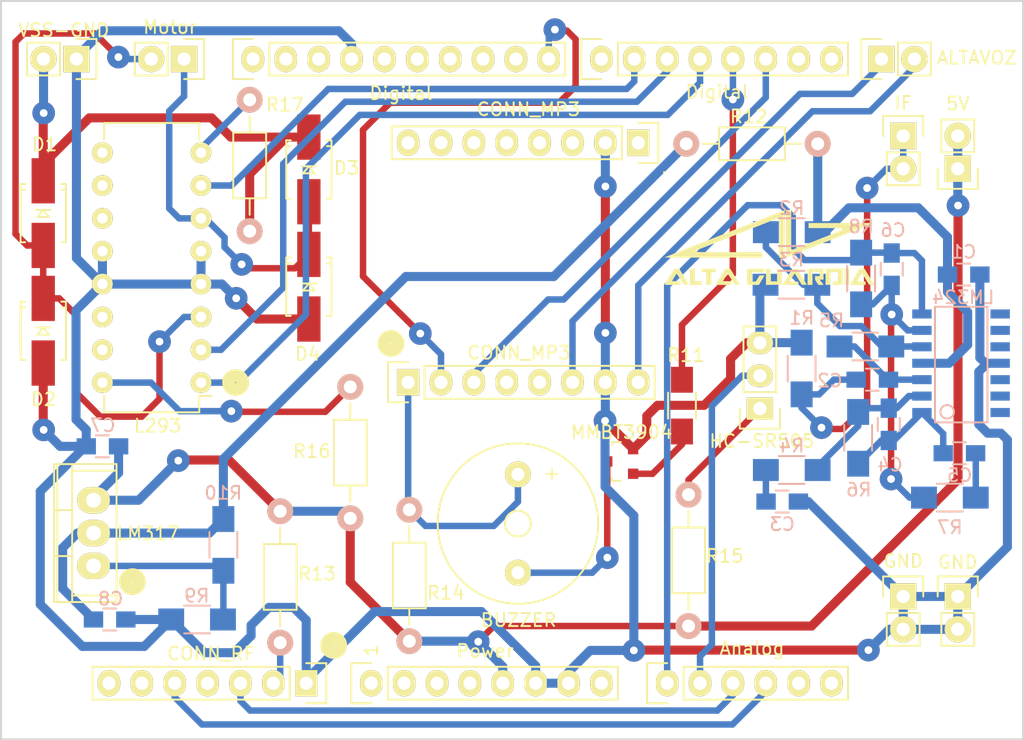
<source format=kicad_pcb>
(kicad_pcb (version 4) (host pcbnew 4.0.4-stable)

  (general
    (links 92)
    (no_connects 0)
    (area 110.247999 70.999999 189.372201 128.240001)
    (thickness 1.6)
    (drawings 10)
    (tracks 388)
    (zones 0)
    (modules 50)
    (nets 36)
  )

  (page A4)
  (title_block
    (date "lun. 30 mars 2015")
  )

  (layers
    (0 F.Cu signal)
    (31 B.Cu signal)
    (32 B.Adhes user)
    (33 F.Adhes user)
    (34 B.Paste user)
    (35 F.Paste user)
    (36 B.SilkS user)
    (37 F.SilkS user)
    (38 B.Mask user)
    (39 F.Mask user)
    (40 Dwgs.User user)
    (41 Cmts.User user)
    (42 Eco1.User user)
    (43 Eco2.User user)
    (44 Edge.Cuts user)
    (45 Margin user)
    (46 B.CrtYd user)
    (47 F.CrtYd user)
    (48 B.Fab user)
    (49 F.Fab user)
  )

  (setup
    (last_trace_width 0.5)
    (trace_clearance 0.2)
    (zone_clearance 0.508)
    (zone_45_only no)
    (trace_min 0.2)
    (segment_width 0.15)
    (edge_width 0.15)
    (via_size 1.75)
    (via_drill 0.6)
    (via_min_size 0.4)
    (via_min_drill 0.3)
    (uvia_size 1.75)
    (uvia_drill 0.6)
    (uvias_allowed no)
    (uvia_min_size 0.2)
    (uvia_min_drill 0.1)
    (pcb_text_width 0.3)
    (pcb_text_size 1.5 1.5)
    (mod_edge_width 0.15)
    (mod_text_size 1 1)
    (mod_text_width 0.15)
    (pad_size 2.032 1.7272)
    (pad_drill 1.016)
    (pad_to_mask_clearance 0)
    (aux_axis_origin 110.998 126.365)
    (grid_origin 110.998 126.365)
    (visible_elements 7FFFFF7F)
    (pcbplotparams
      (layerselection 0x010f0_80000001)
      (usegerberextensions false)
      (gerberprecision 5)
      (excludeedgelayer true)
      (linewidth 0.100000)
      (plotframeref false)
      (viasonmask true)
      (mode 1)
      (useauxorigin false)
      (hpglpennumber 1)
      (hpglpenspeed 20)
      (hpglpendiameter 15)
      (hpglpenoverlay 2)
      (psnegative false)
      (psa4output false)
      (plotreference true)
      (plotvalue true)
      (plotinvisibletext false)
      (padsonsilk false)
      (subtractmaskfromsilk false)
      (outputformat 4)
      (mirror false)
      (drillshape 0)
      (scaleselection 1)
      (outputdirectory "Gerbers Pandora PDF/"))
  )

  (net 0 "")
  (net 1 +5V)
  (net 2 GND)
  (net 3 /PIR)
  (net 4 /TCL_A)
  (net 5 /TCL_B)
  (net 6 "Net-(Q1-Pad1)")
  (net 7 "Net-(Q1-Pad3)")
  (net 8 VPP)
  (net 9 "Net-(C2-Pad2)")
  (net 10 "Net-(C3-Pad1)")
  (net 11 "Net-(C4-Pad1)")
  (net 12 "Net-(C4-Pad2)")
  (net 13 "Net-(C5-Pad2)")
  (net 14 "Net-(C6-Pad1)")
  (net 15 /DF_Player/SPK1)
  (net 16 /DF_Player/SPK2)
  (net 17 "Net-(R2-Pad1)")
  (net 18 "Net-(R10-Pad2)")
  (net 19 /Amplificador_HB100/+4V)
  (net 20 +9V)
  (net 21 /MOTOR_1)
  (net 22 /MOTOR_2)
  (net 23 /IA2)
  (net 24 /IA1)
  (net 25 /ENA)
  (net 26 "Net-(P13-Pad2)")
  (net 27 "Net-(P14-Pad1)")
  (net 28 /DF_Player/+5V)
  (net 29 "Net-(R16-Pad2)")
  (net 30 "Net-(R17-Pad2)")
  (net 31 /IF)
  (net 32 /AN_OUT)
  (net 33 /MP3_RX)
  (net 34 /BZR)
  (net 35 /MP3_TX)

  (net_class Default "This is the default net class."
    (clearance 0.2)
    (trace_width 0.5)
    (via_dia 1.75)
    (via_drill 0.6)
    (uvia_dia 1.75)
    (uvia_drill 0.6)
    (add_net /AN_OUT)
    (add_net /BZR)
    (add_net /DF_Player/+5V)
    (add_net /DF_Player/SPK1)
    (add_net /DF_Player/SPK2)
    (add_net /ENA)
    (add_net /IA1)
    (add_net /IA2)
    (add_net /IF)
    (add_net /MOTOR_1)
    (add_net /MOTOR_2)
    (add_net /MP3_RX)
    (add_net /MP3_TX)
    (add_net /PIR)
    (add_net /TCL_A)
    (add_net /TCL_B)
    (add_net "Net-(C2-Pad2)")
    (add_net "Net-(C3-Pad1)")
    (add_net "Net-(C4-Pad1)")
    (add_net "Net-(C4-Pad2)")
    (add_net "Net-(C5-Pad2)")
    (add_net "Net-(C6-Pad1)")
    (add_net "Net-(P13-Pad2)")
    (add_net "Net-(P14-Pad1)")
    (add_net "Net-(Q1-Pad1)")
    (add_net "Net-(Q1-Pad3)")
    (add_net "Net-(R10-Pad2)")
    (add_net "Net-(R16-Pad2)")
    (add_net "Net-(R17-Pad2)")
    (add_net "Net-(R2-Pad1)")
  )

  (net_class Alimentacion ""
    (clearance 0.2)
    (trace_width 0.7)
    (via_dia 1.75)
    (via_drill 0.6)
    (uvia_dia 1.75)
    (uvia_drill 0.6)
    (add_net +5V)
    (add_net +9V)
    (add_net /Amplificador_HB100/+4V)
    (add_net GND)
    (add_net VPP)
  )

  (module LM324 (layer B.Cu) (tedit 580BBD06) (tstamp 57FD214E)
    (at 184.6834 99.0854 90)
    (path /57F42613/57F434BB)
    (fp_text reference U1 (at -5.325 0 180) (layer B.SilkS) hide
      (effects (font (size 1 1) (thickness 0.15)) (justify mirror))
    )
    (fp_text value LM324 (at 5.0954 -0.0104 360) (layer B.SilkS)
      (effects (font (size 1 1) (thickness 0.15)) (justify mirror))
    )
    (fp_circle (center -3.7576 -1.2506) (end -4.2148 -1.5046) (layer B.SilkS) (width 0.15))
    (fp_line (start -4.572 -2.1924) (end 4.3688 -2.1924) (layer B.SilkS) (width 0.15))
    (fp_line (start 4.3688 -2.1924) (end 4.3688 1.8618) (layer B.SilkS) (width 0.15))
    (fp_line (start 4.3688 1.8618) (end -4.572 1.8618) (layer B.SilkS) (width 0.15))
    (fp_line (start -4.572 1.8618) (end -4.572 -2.1924) (layer B.SilkS) (width 0.15))
    (pad 1 smd rect (at -3.81 -3.2004) (size 1.5 0.7) (layers B.Cu B.Paste B.Mask)
      (net 12 "Net-(C4-Pad2)"))
    (pad 2 smd rect (at -2.54 -3.2004) (size 1.5 0.7) (layers B.Cu B.Paste B.Mask)
      (net 11 "Net-(C4-Pad1)"))
    (pad 3 smd rect (at -1.27 -3.2004) (size 1.5 0.7) (layers B.Cu B.Paste B.Mask)
      (net 9 "Net-(C2-Pad2)"))
    (pad 4 smd rect (at 0 -3.2004) (size 1.5 0.7) (layers B.Cu B.Paste B.Mask)
      (net 19 /Amplificador_HB100/+4V))
    (pad 5 smd rect (at 1.27 -3.2004) (size 1.5 0.7) (layers B.Cu B.Paste B.Mask)
      (net 17 "Net-(R2-Pad1)"))
    (pad 6 smd rect (at 2.54 -3.2004) (size 1.5 0.7) (layers B.Cu B.Paste B.Mask)
      (net 14 "Net-(C6-Pad1)"))
    (pad 7 smd rect (at 3.81 -3.2004) (size 1.5 0.7) (layers B.Cu B.Paste B.Mask)
      (net 32 /AN_OUT))
    (pad 8 smd rect (at 3.81 2.8448) (size 1.5 0.7) (layers B.Cu B.Paste B.Mask))
    (pad 9 smd rect (at 2.54 2.8448) (size 1.5 0.7) (layers B.Cu B.Paste B.Mask))
    (pad 10 smd rect (at 1.27 2.8448) (size 1.5 0.7) (layers B.Cu B.Paste B.Mask))
    (pad 11 smd rect (at 0 2.8448) (size 1.5 0.7) (layers B.Cu B.Paste B.Mask)
      (net 2 GND))
    (pad 12 smd rect (at -1.27 2.8448) (size 1.5 0.7) (layers B.Cu B.Paste B.Mask))
    (pad 13 smd rect (at -2.54 2.8448) (size 1.5 0.7) (layers B.Cu B.Paste B.Mask))
    (pad 14 smd rect (at -3.81 2.8448) (size 1.5 0.7) (layers B.Cu B.Paste B.Mask))
  )

  (module Socket_Arduino_Uno:Socket_Strip_Arduino_1x08 locked (layer F.Cu) (tedit 5807833A) (tstamp 551AF9EA)
    (at 138.938 123.825)
    (descr "Through hole socket strip")
    (tags "socket strip")
    (path /5517C2C1)
    (fp_text reference P1 (at 8.89 -2.54) (layer F.SilkS) hide
      (effects (font (size 1 1) (thickness 0.15)))
    )
    (fp_text value Power (at 8.7884 -2.4892) (layer F.SilkS)
      (effects (font (size 1 1) (thickness 0.15)))
    )
    (fp_line (start -1.75 -1.75) (end -1.75 1.75) (layer F.CrtYd) (width 0.05))
    (fp_line (start 19.55 -1.75) (end 19.55 1.75) (layer F.CrtYd) (width 0.05))
    (fp_line (start -1.75 -1.75) (end 19.55 -1.75) (layer F.CrtYd) (width 0.05))
    (fp_line (start -1.75 1.75) (end 19.55 1.75) (layer F.CrtYd) (width 0.05))
    (fp_line (start 1.27 1.27) (end 19.05 1.27) (layer F.SilkS) (width 0.15))
    (fp_line (start 19.05 1.27) (end 19.05 -1.27) (layer F.SilkS) (width 0.15))
    (fp_line (start 19.05 -1.27) (end 1.27 -1.27) (layer F.SilkS) (width 0.15))
    (fp_line (start -1.55 1.55) (end 0 1.55) (layer F.SilkS) (width 0.15))
    (fp_line (start 1.27 1.27) (end 1.27 -1.27) (layer F.SilkS) (width 0.15))
    (fp_line (start 0 -1.55) (end -1.55 -1.55) (layer F.SilkS) (width 0.15))
    (fp_line (start -1.55 -1.55) (end -1.55 1.55) (layer F.SilkS) (width 0.15))
    (pad 1 thru_hole oval (at 0 0) (size 1.7272 2.032) (drill 1.016) (layers *.Cu *.Mask F.SilkS))
    (pad 2 thru_hole oval (at 2.54 0) (size 1.7272 2.032) (drill 1.016) (layers *.Cu *.Mask F.SilkS))
    (pad 3 thru_hole oval (at 5.08 0) (size 1.7272 2.032) (drill 1.016) (layers *.Cu *.Mask F.SilkS))
    (pad 4 thru_hole oval (at 7.62 0) (size 1.7272 2.032) (drill 1.016) (layers *.Cu *.Mask F.SilkS))
    (pad 5 thru_hole oval (at 10.16 0) (size 1.7272 2.032) (drill 1.016) (layers *.Cu *.Mask F.SilkS)
      (net 1 +5V))
    (pad 6 thru_hole oval (at 12.7 0) (size 1.7272 2.032) (drill 1.016) (layers *.Cu *.Mask F.SilkS)
      (net 2 GND))
    (pad 7 thru_hole oval (at 15.24 0) (size 1.7272 2.032) (drill 1.016) (layers *.Cu *.Mask F.SilkS)
      (net 2 GND))
    (pad 8 thru_hole oval (at 17.78 0) (size 1.7272 2.032) (drill 1.016) (layers *.Cu *.Mask F.SilkS))
    (model ${KIPRJMOD}/Socket_Arduino_Uno.3dshapes/Socket_header_Arduino_1x08.wrl
      (at (xyz 0.35 0 0))
      (scale (xyz 1 1 1))
      (rotate (xyz 0 0 180))
    )
  )

  (module Socket_Arduino_Uno:Socket_Strip_Arduino_1x06 locked (layer F.Cu) (tedit 58078345) (tstamp 551AF9FF)
    (at 161.798 123.825)
    (descr "Through hole socket strip")
    (tags "socket strip")
    (path /5517C323)
    (fp_text reference P2 (at 6.604 -2.54) (layer F.SilkS) hide
      (effects (font (size 1 1) (thickness 0.15)))
    )
    (fp_text value Analog (at 6.5532 -2.6924) (layer F.SilkS)
      (effects (font (size 1 1) (thickness 0.15)))
    )
    (fp_line (start -1.75 -1.75) (end -1.75 1.75) (layer F.CrtYd) (width 0.05))
    (fp_line (start 14.45 -1.75) (end 14.45 1.75) (layer F.CrtYd) (width 0.05))
    (fp_line (start -1.75 -1.75) (end 14.45 -1.75) (layer F.CrtYd) (width 0.05))
    (fp_line (start -1.75 1.75) (end 14.45 1.75) (layer F.CrtYd) (width 0.05))
    (fp_line (start 1.27 1.27) (end 13.97 1.27) (layer F.SilkS) (width 0.15))
    (fp_line (start 13.97 1.27) (end 13.97 -1.27) (layer F.SilkS) (width 0.15))
    (fp_line (start 13.97 -1.27) (end 1.27 -1.27) (layer F.SilkS) (width 0.15))
    (fp_line (start -1.55 1.55) (end 0 1.55) (layer F.SilkS) (width 0.15))
    (fp_line (start 1.27 1.27) (end 1.27 -1.27) (layer F.SilkS) (width 0.15))
    (fp_line (start 0 -1.55) (end -1.55 -1.55) (layer F.SilkS) (width 0.15))
    (fp_line (start -1.55 -1.55) (end -1.55 1.55) (layer F.SilkS) (width 0.15))
    (pad 1 thru_hole oval (at 0 0) (size 1.7272 2.032) (drill 1.016) (layers *.Cu *.Mask F.SilkS)
      (net 32 /AN_OUT))
    (pad 2 thru_hole oval (at 2.54 0) (size 1.7272 2.032) (drill 1.016) (layers *.Cu *.Mask F.SilkS)
      (net 3 /PIR))
    (pad 3 thru_hole oval (at 5.08 0) (size 1.7272 2.032) (drill 1.016) (layers *.Cu *.Mask F.SilkS)
      (net 5 /TCL_B))
    (pad 4 thru_hole oval (at 7.62 0) (size 1.7272 2.032) (drill 1.016) (layers *.Cu *.Mask F.SilkS)
      (net 4 /TCL_A))
    (pad 5 thru_hole oval (at 10.16 0) (size 1.7272 2.032) (drill 1.016) (layers *.Cu *.Mask F.SilkS))
    (pad 6 thru_hole oval (at 12.7 0) (size 1.7272 2.032) (drill 1.016) (layers *.Cu *.Mask F.SilkS))
    (model ${KIPRJMOD}/Socket_Arduino_Uno.3dshapes/Socket_header_Arduino_1x06.wrl
      (at (xyz 0.25 0 0))
      (scale (xyz 1 1 1))
      (rotate (xyz 0 0 180))
    )
  )

  (module Socket_Arduino_Uno:Socket_Strip_Arduino_1x10 locked (layer F.Cu) (tedit 5807854E) (tstamp 551AFA18)
    (at 129.794 75.565)
    (descr "Through hole socket strip")
    (tags "socket strip")
    (path /5517C46C)
    (fp_text reference P3 (at 11.43 2.794) (layer F.SilkS) hide
      (effects (font (size 1 1) (thickness 0.15)))
    )
    (fp_text value Digital (at 11.43 2.6416) (layer F.SilkS)
      (effects (font (size 1 1) (thickness 0.15)))
    )
    (fp_line (start -1.75 -1.75) (end -1.75 1.75) (layer F.CrtYd) (width 0.05))
    (fp_line (start 24.65 -1.75) (end 24.65 1.75) (layer F.CrtYd) (width 0.05))
    (fp_line (start -1.75 -1.75) (end 24.65 -1.75) (layer F.CrtYd) (width 0.05))
    (fp_line (start -1.75 1.75) (end 24.65 1.75) (layer F.CrtYd) (width 0.05))
    (fp_line (start 1.27 1.27) (end 24.13 1.27) (layer F.SilkS) (width 0.15))
    (fp_line (start 24.13 1.27) (end 24.13 -1.27) (layer F.SilkS) (width 0.15))
    (fp_line (start 24.13 -1.27) (end 1.27 -1.27) (layer F.SilkS) (width 0.15))
    (fp_line (start -1.55 1.55) (end 0 1.55) (layer F.SilkS) (width 0.15))
    (fp_line (start 1.27 1.27) (end 1.27 -1.27) (layer F.SilkS) (width 0.15))
    (fp_line (start 0 -1.55) (end -1.55 -1.55) (layer F.SilkS) (width 0.15))
    (fp_line (start -1.55 -1.55) (end -1.55 1.55) (layer F.SilkS) (width 0.15))
    (pad 1 thru_hole oval (at 0 0) (size 1.7272 2.032) (drill 1.016) (layers *.Cu *.Mask F.SilkS))
    (pad 2 thru_hole oval (at 2.54 0) (size 1.7272 2.032) (drill 1.016) (layers *.Cu *.Mask F.SilkS))
    (pad 3 thru_hole oval (at 5.08 0) (size 1.7272 2.032) (drill 1.016) (layers *.Cu *.Mask F.SilkS))
    (pad 4 thru_hole oval (at 7.62 0) (size 1.7272 2.032) (drill 1.016) (layers *.Cu *.Mask F.SilkS)
      (net 2 GND))
    (pad 5 thru_hole oval (at 10.16 0) (size 1.7272 2.032) (drill 1.016) (layers *.Cu *.Mask F.SilkS))
    (pad 6 thru_hole oval (at 12.7 0) (size 1.7272 2.032) (drill 1.016) (layers *.Cu *.Mask F.SilkS))
    (pad 7 thru_hole oval (at 15.24 0) (size 1.7272 2.032) (drill 1.016) (layers *.Cu *.Mask F.SilkS))
    (pad 8 thru_hole oval (at 17.78 0) (size 1.7272 2.032) (drill 1.016) (layers *.Cu *.Mask F.SilkS))
    (pad 9 thru_hole oval (at 20.32 0) (size 1.7272 2.032) (drill 1.016) (layers *.Cu *.Mask F.SilkS))
    (pad 10 thru_hole oval (at 22.86 0) (size 1.7272 2.032) (drill 1.016) (layers *.Cu *.Mask F.SilkS)
      (net 33 /MP3_RX))
    (model ${KIPRJMOD}/Socket_Arduino_Uno.3dshapes/Socket_header_Arduino_1x10.wrl
      (at (xyz 0.45 0 0))
      (scale (xyz 1 1 1))
      (rotate (xyz 0 0 180))
    )
  )

  (module Socket_Arduino_Uno:Socket_Strip_Arduino_1x08 locked (layer F.Cu) (tedit 5807855B) (tstamp 551AFA2F)
    (at 156.718 75.565)
    (descr "Through hole socket strip")
    (tags "socket strip")
    (path /5517C366)
    (fp_text reference P4 (at 8.89 2.794) (layer F.SilkS) hide
      (effects (font (size 1 1) (thickness 0.15)))
    )
    (fp_text value Digital (at 8.9408 2.54) (layer F.SilkS)
      (effects (font (size 1 1) (thickness 0.15)))
    )
    (fp_line (start -1.75 -1.75) (end -1.75 1.75) (layer F.CrtYd) (width 0.05))
    (fp_line (start 19.55 -1.75) (end 19.55 1.75) (layer F.CrtYd) (width 0.05))
    (fp_line (start -1.75 -1.75) (end 19.55 -1.75) (layer F.CrtYd) (width 0.05))
    (fp_line (start -1.75 1.75) (end 19.55 1.75) (layer F.CrtYd) (width 0.05))
    (fp_line (start 1.27 1.27) (end 19.05 1.27) (layer F.SilkS) (width 0.15))
    (fp_line (start 19.05 1.27) (end 19.05 -1.27) (layer F.SilkS) (width 0.15))
    (fp_line (start 19.05 -1.27) (end 1.27 -1.27) (layer F.SilkS) (width 0.15))
    (fp_line (start -1.55 1.55) (end 0 1.55) (layer F.SilkS) (width 0.15))
    (fp_line (start 1.27 1.27) (end 1.27 -1.27) (layer F.SilkS) (width 0.15))
    (fp_line (start 0 -1.55) (end -1.55 -1.55) (layer F.SilkS) (width 0.15))
    (fp_line (start -1.55 -1.55) (end -1.55 1.55) (layer F.SilkS) (width 0.15))
    (pad 1 thru_hole oval (at 0 0) (size 1.7272 2.032) (drill 1.016) (layers *.Cu *.Mask F.SilkS))
    (pad 2 thru_hole oval (at 2.54 0) (size 1.7272 2.032) (drill 1.016) (layers *.Cu *.Mask F.SilkS)
      (net 23 /IA2))
    (pad 3 thru_hole oval (at 5.08 0) (size 1.7272 2.032) (drill 1.016) (layers *.Cu *.Mask F.SilkS)
      (net 24 /IA1))
    (pad 4 thru_hole oval (at 7.62 0) (size 1.7272 2.032) (drill 1.016) (layers *.Cu *.Mask F.SilkS)
      (net 25 /ENA))
    (pad 5 thru_hole oval (at 10.16 0) (size 1.7272 2.032) (drill 1.016) (layers *.Cu *.Mask F.SilkS)
      (net 34 /BZR))
    (pad 6 thru_hole oval (at 12.7 0) (size 1.7272 2.032) (drill 1.016) (layers *.Cu *.Mask F.SilkS)
      (net 35 /MP3_TX))
    (pad 7 thru_hole oval (at 15.24 0) (size 1.7272 2.032) (drill 1.016) (layers *.Cu *.Mask F.SilkS))
    (pad 8 thru_hole oval (at 17.78 0) (size 1.7272 2.032) (drill 1.016) (layers *.Cu *.Mask F.SilkS))
    (model ${KIPRJMOD}/Socket_Arduino_Uno.3dshapes/Socket_header_Arduino_1x08.wrl
      (at (xyz 0.35 0 0))
      (scale (xyz 1 1 1))
      (rotate (xyz 0 0 180))
    )
  )

  (module Capacitors_SMD:C_0805_HandSoldering (layer B.Cu) (tedit 58078D1C) (tstamp 57FD207C)
    (at 184.7088 92.2274)
    (descr "Capacitor SMD 0805, hand soldering")
    (tags "capacitor 0805")
    (path /57F42613/57F45E48)
    (attr smd)
    (fp_text reference C1 (at 0 -1.7526) (layer B.SilkS)
      (effects (font (size 1 1) (thickness 0.15)) (justify mirror))
    )
    (fp_text value 0.1uF (at 0 -2.1) (layer B.Fab) hide
      (effects (font (size 1 1) (thickness 0.15)) (justify mirror))
    )
    (fp_line (start -1 -0.625) (end -1 0.625) (layer B.Fab) (width 0.15))
    (fp_line (start 1 -0.625) (end -1 -0.625) (layer B.Fab) (width 0.15))
    (fp_line (start 1 0.625) (end 1 -0.625) (layer B.Fab) (width 0.15))
    (fp_line (start -1 0.625) (end 1 0.625) (layer B.Fab) (width 0.15))
    (fp_line (start -2.3 1) (end 2.3 1) (layer B.CrtYd) (width 0.05))
    (fp_line (start -2.3 -1) (end 2.3 -1) (layer B.CrtYd) (width 0.05))
    (fp_line (start -2.3 1) (end -2.3 -1) (layer B.CrtYd) (width 0.05))
    (fp_line (start 2.3 1) (end 2.3 -1) (layer B.CrtYd) (width 0.05))
    (fp_line (start 0.5 0.85) (end -0.5 0.85) (layer B.SilkS) (width 0.15))
    (fp_line (start -0.5 -0.85) (end 0.5 -0.85) (layer B.SilkS) (width 0.15))
    (pad 1 smd rect (at -1.25 0) (size 1.5 1.25) (layers B.Cu B.Paste B.Mask)
      (net 19 /Amplificador_HB100/+4V))
    (pad 2 smd rect (at 1.25 0) (size 1.5 1.25) (layers B.Cu B.Paste B.Mask)
      (net 2 GND))
    (model Capacitors_SMD.3dshapes/C_0805_HandSoldering.wrl
      (at (xyz 0 0 0))
      (scale (xyz 1 1 1))
      (rotate (xyz 0 0 0))
    )
  )

  (module Capacitors_SMD:C_0805_HandSoldering (layer B.Cu) (tedit 580792CC) (tstamp 57FD2082)
    (at 177.6476 100.3554)
    (descr "Capacitor SMD 0805, hand soldering")
    (tags "capacitor 0805")
    (path /57F42613/57F4440F)
    (attr smd)
    (fp_text reference C2 (at -3.2766 0.0762) (layer B.SilkS)
      (effects (font (size 1 1) (thickness 0.15)) (justify mirror))
    )
    (fp_text value 4.7uF (at 0 -2.1) (layer B.Fab) hide
      (effects (font (size 1 1) (thickness 0.15)) (justify mirror))
    )
    (fp_line (start -1 -0.625) (end -1 0.625) (layer B.Fab) (width 0.15))
    (fp_line (start 1 -0.625) (end -1 -0.625) (layer B.Fab) (width 0.15))
    (fp_line (start 1 0.625) (end 1 -0.625) (layer B.Fab) (width 0.15))
    (fp_line (start -1 0.625) (end 1 0.625) (layer B.Fab) (width 0.15))
    (fp_line (start -2.3 1) (end 2.3 1) (layer B.CrtYd) (width 0.05))
    (fp_line (start -2.3 -1) (end 2.3 -1) (layer B.CrtYd) (width 0.05))
    (fp_line (start -2.3 1) (end -2.3 -1) (layer B.CrtYd) (width 0.05))
    (fp_line (start 2.3 1) (end 2.3 -1) (layer B.CrtYd) (width 0.05))
    (fp_line (start 0.5 0.85) (end -0.5 0.85) (layer B.SilkS) (width 0.15))
    (fp_line (start -0.5 -0.85) (end 0.5 -0.85) (layer B.SilkS) (width 0.15))
    (pad 1 smd rect (at -1.25 0) (size 1.5 1.25) (layers B.Cu B.Paste B.Mask)
      (net 31 /IF))
    (pad 2 smd rect (at 1.25 0) (size 1.5 1.25) (layers B.Cu B.Paste B.Mask)
      (net 9 "Net-(C2-Pad2)"))
    (model Capacitors_SMD.3dshapes/C_0805_HandSoldering.wrl
      (at (xyz 0 0 0))
      (scale (xyz 1 1 1))
      (rotate (xyz 0 0 0))
    )
  )

  (module Capacitors_SMD:C_0805_HandSoldering (layer B.Cu) (tedit 5807A07B) (tstamp 57FD2088)
    (at 170.688 109.7788)
    (descr "Capacitor SMD 0805, hand soldering")
    (tags "capacitor 0805")
    (path /57F42613/57F43F18)
    (attr smd)
    (fp_text reference C3 (at 0 1.7526) (layer B.SilkS)
      (effects (font (size 1 1) (thickness 0.15)) (justify mirror))
    )
    (fp_text value 4.7uF (at 0 -2.1) (layer B.Fab) hide
      (effects (font (size 1 1) (thickness 0.15)) (justify mirror))
    )
    (fp_line (start -1 -0.625) (end -1 0.625) (layer B.Fab) (width 0.15))
    (fp_line (start 1 -0.625) (end -1 -0.625) (layer B.Fab) (width 0.15))
    (fp_line (start 1 0.625) (end 1 -0.625) (layer B.Fab) (width 0.15))
    (fp_line (start -1 0.625) (end 1 0.625) (layer B.Fab) (width 0.15))
    (fp_line (start -2.3 1) (end 2.3 1) (layer B.CrtYd) (width 0.05))
    (fp_line (start -2.3 -1) (end 2.3 -1) (layer B.CrtYd) (width 0.05))
    (fp_line (start -2.3 1) (end -2.3 -1) (layer B.CrtYd) (width 0.05))
    (fp_line (start 2.3 1) (end 2.3 -1) (layer B.CrtYd) (width 0.05))
    (fp_line (start 0.5 0.85) (end -0.5 0.85) (layer B.SilkS) (width 0.15))
    (fp_line (start -0.5 -0.85) (end 0.5 -0.85) (layer B.SilkS) (width 0.15))
    (pad 1 smd rect (at -1.25 0) (size 1.5 1.25) (layers B.Cu B.Paste B.Mask)
      (net 10 "Net-(C3-Pad1)"))
    (pad 2 smd rect (at 1.25 0) (size 1.5 1.25) (layers B.Cu B.Paste B.Mask)
      (net 2 GND))
    (model Capacitors_SMD.3dshapes/C_0805_HandSoldering.wrl
      (at (xyz 0 0 0))
      (scale (xyz 1 1 1))
      (rotate (xyz 0 0 0))
    )
  )

  (module Capacitors_SMD:C_0805_HandSoldering (layer B.Cu) (tedit 58078E5F) (tstamp 57FD208E)
    (at 178.9176 103.8098 270)
    (descr "Capacitor SMD 0805, hand soldering")
    (tags "capacitor 0805")
    (path /57F42613/57F43B20)
    (attr smd)
    (fp_text reference C4 (at 3.1242 -0.1016 360) (layer B.SilkS)
      (effects (font (size 1 1) (thickness 0.15)) (justify mirror))
    )
    (fp_text value 4.7uF (at 0 -2.1 270) (layer B.Fab) hide
      (effects (font (size 1 1) (thickness 0.15)) (justify mirror))
    )
    (fp_line (start -1 -0.625) (end -1 0.625) (layer B.Fab) (width 0.15))
    (fp_line (start 1 -0.625) (end -1 -0.625) (layer B.Fab) (width 0.15))
    (fp_line (start 1 0.625) (end 1 -0.625) (layer B.Fab) (width 0.15))
    (fp_line (start -1 0.625) (end 1 0.625) (layer B.Fab) (width 0.15))
    (fp_line (start -2.3 1) (end 2.3 1) (layer B.CrtYd) (width 0.05))
    (fp_line (start -2.3 -1) (end 2.3 -1) (layer B.CrtYd) (width 0.05))
    (fp_line (start -2.3 1) (end -2.3 -1) (layer B.CrtYd) (width 0.05))
    (fp_line (start 2.3 1) (end 2.3 -1) (layer B.CrtYd) (width 0.05))
    (fp_line (start 0.5 0.85) (end -0.5 0.85) (layer B.SilkS) (width 0.15))
    (fp_line (start -0.5 -0.85) (end 0.5 -0.85) (layer B.SilkS) (width 0.15))
    (pad 1 smd rect (at -1.25 0 270) (size 1.5 1.25) (layers B.Cu B.Paste B.Mask)
      (net 11 "Net-(C4-Pad1)"))
    (pad 2 smd rect (at 1.25 0 270) (size 1.5 1.25) (layers B.Cu B.Paste B.Mask)
      (net 12 "Net-(C4-Pad2)"))
    (model Capacitors_SMD.3dshapes/C_0805_HandSoldering.wrl
      (at (xyz 0 0 0))
      (scale (xyz 1 1 1))
      (rotate (xyz 0 0 0))
    )
  )

  (module Capacitors_SMD:C_0805_HandSoldering (layer B.Cu) (tedit 5807A085) (tstamp 57FD2094)
    (at 184.3786 106.045)
    (descr "Capacitor SMD 0805, hand soldering")
    (tags "capacitor 0805")
    (path /57F42613/57F436BD)
    (attr smd)
    (fp_text reference C5 (at 0.0254 1.7018) (layer B.SilkS)
      (effects (font (size 1 1) (thickness 0.15)) (justify mirror))
    )
    (fp_text value 4.7uF (at 0 -2.1) (layer B.Fab) hide
      (effects (font (size 1 1) (thickness 0.15)) (justify mirror))
    )
    (fp_line (start -1 -0.625) (end -1 0.625) (layer B.Fab) (width 0.15))
    (fp_line (start 1 -0.625) (end -1 -0.625) (layer B.Fab) (width 0.15))
    (fp_line (start 1 0.625) (end 1 -0.625) (layer B.Fab) (width 0.15))
    (fp_line (start -1 0.625) (end 1 0.625) (layer B.Fab) (width 0.15))
    (fp_line (start -2.3 1) (end 2.3 1) (layer B.CrtYd) (width 0.05))
    (fp_line (start -2.3 -1) (end 2.3 -1) (layer B.CrtYd) (width 0.05))
    (fp_line (start -2.3 1) (end -2.3 -1) (layer B.CrtYd) (width 0.05))
    (fp_line (start 2.3 1) (end 2.3 -1) (layer B.CrtYd) (width 0.05))
    (fp_line (start 0.5 0.85) (end -0.5 0.85) (layer B.SilkS) (width 0.15))
    (fp_line (start -0.5 -0.85) (end 0.5 -0.85) (layer B.SilkS) (width 0.15))
    (pad 1 smd rect (at -1.25 0) (size 1.5 1.25) (layers B.Cu B.Paste B.Mask)
      (net 12 "Net-(C4-Pad2)"))
    (pad 2 smd rect (at 1.25 0) (size 1.5 1.25) (layers B.Cu B.Paste B.Mask)
      (net 13 "Net-(C5-Pad2)"))
    (model Capacitors_SMD.3dshapes/C_0805_HandSoldering.wrl
      (at (xyz 0 0 0))
      (scale (xyz 1 1 1))
      (rotate (xyz 0 0 0))
    )
  )

  (module Capacitors_SMD:C_0805_HandSoldering (layer B.Cu) (tedit 58079327) (tstamp 57FD209A)
    (at 179.148 91.815 90)
    (descr "Capacitor SMD 0805, hand soldering")
    (tags "capacitor 0805")
    (path /57F42613/57F46E96)
    (attr smd)
    (fp_text reference C6 (at 3.0226 0.1016 360) (layer B.SilkS)
      (effects (font (size 1 1) (thickness 0.15)) (justify mirror))
    )
    (fp_text value 4.7uF (at 0 -2.1 90) (layer B.Fab) hide
      (effects (font (size 1 1) (thickness 0.15)) (justify mirror))
    )
    (fp_line (start -1 -0.625) (end -1 0.625) (layer B.Fab) (width 0.15))
    (fp_line (start 1 -0.625) (end -1 -0.625) (layer B.Fab) (width 0.15))
    (fp_line (start 1 0.625) (end 1 -0.625) (layer B.Fab) (width 0.15))
    (fp_line (start -1 0.625) (end 1 0.625) (layer B.Fab) (width 0.15))
    (fp_line (start -2.3 1) (end 2.3 1) (layer B.CrtYd) (width 0.05))
    (fp_line (start -2.3 -1) (end 2.3 -1) (layer B.CrtYd) (width 0.05))
    (fp_line (start -2.3 1) (end -2.3 -1) (layer B.CrtYd) (width 0.05))
    (fp_line (start 2.3 1) (end 2.3 -1) (layer B.CrtYd) (width 0.05))
    (fp_line (start 0.5 0.85) (end -0.5 0.85) (layer B.SilkS) (width 0.15))
    (fp_line (start -0.5 -0.85) (end 0.5 -0.85) (layer B.SilkS) (width 0.15))
    (pad 1 smd rect (at -1.25 0 90) (size 1.5 1.25) (layers B.Cu B.Paste B.Mask)
      (net 14 "Net-(C6-Pad1)"))
    (pad 2 smd rect (at 1.25 0 90) (size 1.5 1.25) (layers B.Cu B.Paste B.Mask)
      (net 32 /AN_OUT))
    (model Capacitors_SMD.3dshapes/C_0805_HandSoldering.wrl
      (at (xyz 0 0 0))
      (scale (xyz 1 1 1))
      (rotate (xyz 0 0 0))
    )
  )

  (module Capacitors_SMD:C_0805_HandSoldering (layer B.Cu) (tedit 580BBD9F) (tstamp 57FD20A0)
    (at 118.1608 105.5116 180)
    (descr "Capacitor SMD 0805, hand soldering")
    (tags "capacitor 0805")
    (path /57FD4C0E)
    (attr smd)
    (fp_text reference C7 (at -0.0372 1.6216 180) (layer B.SilkS)
      (effects (font (size 1 1) (thickness 0.15)) (justify mirror))
    )
    (fp_text value 0.1uF (at 0 -2.1 180) (layer B.Fab) hide
      (effects (font (size 1 1) (thickness 0.15)) (justify mirror))
    )
    (fp_line (start -1 -0.625) (end -1 0.625) (layer B.Fab) (width 0.15))
    (fp_line (start 1 -0.625) (end -1 -0.625) (layer B.Fab) (width 0.15))
    (fp_line (start 1 0.625) (end 1 -0.625) (layer B.Fab) (width 0.15))
    (fp_line (start -1 0.625) (end 1 0.625) (layer B.Fab) (width 0.15))
    (fp_line (start -2.3 1) (end 2.3 1) (layer B.CrtYd) (width 0.05))
    (fp_line (start -2.3 -1) (end 2.3 -1) (layer B.CrtYd) (width 0.05))
    (fp_line (start -2.3 1) (end -2.3 -1) (layer B.CrtYd) (width 0.05))
    (fp_line (start 2.3 1) (end 2.3 -1) (layer B.CrtYd) (width 0.05))
    (fp_line (start 0.5 0.85) (end -0.5 0.85) (layer B.SilkS) (width 0.15))
    (fp_line (start -0.5 -0.85) (end 0.5 -0.85) (layer B.SilkS) (width 0.15))
    (pad 1 smd rect (at -1.25 0 180) (size 1.5 1.25) (layers B.Cu B.Paste B.Mask)
      (net 1 +5V))
    (pad 2 smd rect (at 1.25 0 180) (size 1.5 1.25) (layers B.Cu B.Paste B.Mask)
      (net 2 GND))
    (model Capacitors_SMD.3dshapes/C_0805_HandSoldering.wrl
      (at (xyz 0 0 0))
      (scale (xyz 1 1 1))
      (rotate (xyz 0 0 0))
    )
  )

  (module Capacitors_SMD:C_0805_HandSoldering (layer B.Cu) (tedit 5807AB6F) (tstamp 57FD20A6)
    (at 118.7196 118.8974)
    (descr "Capacitor SMD 0805, hand soldering")
    (tags "capacitor 0805")
    (path /57FD4F34)
    (attr smd)
    (fp_text reference C8 (at 0.0762 -1.6002) (layer B.SilkS)
      (effects (font (size 1 1) (thickness 0.15)) (justify mirror))
    )
    (fp_text value 1uF (at 0 -2.1) (layer B.Fab) hide
      (effects (font (size 1 1) (thickness 0.15)) (justify mirror))
    )
    (fp_line (start -1 -0.625) (end -1 0.625) (layer B.Fab) (width 0.15))
    (fp_line (start 1 -0.625) (end -1 -0.625) (layer B.Fab) (width 0.15))
    (fp_line (start 1 0.625) (end 1 -0.625) (layer B.Fab) (width 0.15))
    (fp_line (start -1 0.625) (end 1 0.625) (layer B.Fab) (width 0.15))
    (fp_line (start -2.3 1) (end 2.3 1) (layer B.CrtYd) (width 0.05))
    (fp_line (start -2.3 -1) (end 2.3 -1) (layer B.CrtYd) (width 0.05))
    (fp_line (start -2.3 1) (end -2.3 -1) (layer B.CrtYd) (width 0.05))
    (fp_line (start 2.3 1) (end 2.3 -1) (layer B.CrtYd) (width 0.05))
    (fp_line (start 0.5 0.85) (end -0.5 0.85) (layer B.SilkS) (width 0.15))
    (fp_line (start -0.5 -0.85) (end 0.5 -0.85) (layer B.SilkS) (width 0.15))
    (pad 1 smd rect (at -1.25 0) (size 1.5 1.25) (layers B.Cu B.Paste B.Mask)
      (net 8 VPP))
    (pad 2 smd rect (at 1.25 0) (size 1.5 1.25) (layers B.Cu B.Paste B.Mask)
      (net 2 GND))
    (model Capacitors_SMD.3dshapes/C_0805_HandSoldering.wrl
      (at (xyz 0 0 0))
      (scale (xyz 1 1 1))
      (rotate (xyz 0 0 0))
    )
  )

  (module Pin_Headers:Pin_Header_Straight_1x02 (layer F.Cu) (tedit 58077FBB) (tstamp 57FD20AC)
    (at 184.2516 84.0486 180)
    (descr "Through hole pin header")
    (tags "pin header")
    (path /57FE88A2)
    (fp_text reference P9 (at 2.35 -0.875 270) (layer F.Fab) hide
      (effects (font (size 1 1) (thickness 0.15)))
    )
    (fp_text value 5V (at 0 5.0292 360) (layer F.SilkS)
      (effects (font (size 1 1) (thickness 0.15)))
    )
    (fp_line (start 1.27 1.27) (end 1.27 3.81) (layer F.SilkS) (width 0.15))
    (fp_line (start 1.55 -1.55) (end 1.55 0) (layer F.SilkS) (width 0.15))
    (fp_line (start -1.75 -1.75) (end -1.75 4.3) (layer F.CrtYd) (width 0.05))
    (fp_line (start 1.75 -1.75) (end 1.75 4.3) (layer F.CrtYd) (width 0.05))
    (fp_line (start -1.75 -1.75) (end 1.75 -1.75) (layer F.CrtYd) (width 0.05))
    (fp_line (start -1.75 4.3) (end 1.75 4.3) (layer F.CrtYd) (width 0.05))
    (fp_line (start 1.27 1.27) (end -1.27 1.27) (layer F.SilkS) (width 0.15))
    (fp_line (start -1.55 0) (end -1.55 -1.55) (layer F.SilkS) (width 0.15))
    (fp_line (start -1.55 -1.55) (end 1.55 -1.55) (layer F.SilkS) (width 0.15))
    (fp_line (start -1.27 1.27) (end -1.27 3.81) (layer F.SilkS) (width 0.15))
    (fp_line (start -1.27 3.81) (end 1.27 3.81) (layer F.SilkS) (width 0.15))
    (pad 1 thru_hole rect (at 0 0 180) (size 2.032 2.032) (drill 1.016) (layers *.Cu *.Mask F.SilkS)
      (net 1 +5V))
    (pad 2 thru_hole oval (at 0 2.54 180) (size 2.032 2.032) (drill 1.016) (layers *.Cu *.Mask F.SilkS)
      (net 1 +5V))
    (model Pin_Headers.3dshapes/Pin_Header_Straight_1x02.wrl
      (at (xyz 0 -0.05 0))
      (scale (xyz 1 1 1))
      (rotate (xyz 0 0 90))
    )
  )

  (module Pin_Headers:Pin_Header_Straight_1x02 (layer F.Cu) (tedit 580787C5) (tstamp 57FD20B2)
    (at 180.0352 81.5086)
    (descr "Through hole pin header")
    (tags "pin header")
    (path /57FE8DE8)
    (fp_text reference P10 (at 0 -5.1) (layer F.SilkS) hide
      (effects (font (size 1 1) (thickness 0.15)))
    )
    (fp_text value IF (at 0 -2.54) (layer F.SilkS)
      (effects (font (size 1 1) (thickness 0.15)))
    )
    (fp_line (start 1.27 1.27) (end 1.27 3.81) (layer F.SilkS) (width 0.15))
    (fp_line (start 1.55 -1.55) (end 1.55 0) (layer F.SilkS) (width 0.15))
    (fp_line (start -1.75 -1.75) (end -1.75 4.3) (layer F.CrtYd) (width 0.05))
    (fp_line (start 1.75 -1.75) (end 1.75 4.3) (layer F.CrtYd) (width 0.05))
    (fp_line (start -1.75 -1.75) (end 1.75 -1.75) (layer F.CrtYd) (width 0.05))
    (fp_line (start -1.75 4.3) (end 1.75 4.3) (layer F.CrtYd) (width 0.05))
    (fp_line (start 1.27 1.27) (end -1.27 1.27) (layer F.SilkS) (width 0.15))
    (fp_line (start -1.55 0) (end -1.55 -1.55) (layer F.SilkS) (width 0.15))
    (fp_line (start -1.55 -1.55) (end 1.55 -1.55) (layer F.SilkS) (width 0.15))
    (fp_line (start -1.27 1.27) (end -1.27 3.81) (layer F.SilkS) (width 0.15))
    (fp_line (start -1.27 3.81) (end 1.27 3.81) (layer F.SilkS) (width 0.15))
    (pad 1 thru_hole rect (at 0 0) (size 2.032 2.032) (drill 1.016) (layers *.Cu *.Mask F.SilkS)
      (net 31 /IF))
    (pad 2 thru_hole oval (at 0 2.54) (size 2.032 2.032) (drill 1.016) (layers *.Cu *.Mask F.SilkS)
      (net 31 /IF))
    (model Pin_Headers.3dshapes/Pin_Header_Straight_1x02.wrl
      (at (xyz 0 -0.05 0))
      (scale (xyz 1 1 1))
      (rotate (xyz 0 0 90))
    )
  )

  (module Pin_Headers:Pin_Header_Straight_1x02 (layer F.Cu) (tedit 58078811) (tstamp 57FD20B8)
    (at 180.0352 117.1194)
    (descr "Through hole pin header")
    (tags "pin header")
    (path /57FE8C80)
    (fp_text reference P11 (at 0 -4.4704) (layer F.SilkS) hide
      (effects (font (size 1 1) (thickness 0.15)))
    )
    (fp_text value GND (at 0 -2.7432) (layer F.SilkS)
      (effects (font (size 1 1) (thickness 0.15)))
    )
    (fp_line (start 1.27 1.27) (end 1.27 3.81) (layer F.SilkS) (width 0.15))
    (fp_line (start 1.55 -1.55) (end 1.55 0) (layer F.SilkS) (width 0.15))
    (fp_line (start -1.75 -1.75) (end -1.75 4.3) (layer F.CrtYd) (width 0.05))
    (fp_line (start 1.75 -1.75) (end 1.75 4.3) (layer F.CrtYd) (width 0.05))
    (fp_line (start -1.75 -1.75) (end 1.75 -1.75) (layer F.CrtYd) (width 0.05))
    (fp_line (start -1.75 4.3) (end 1.75 4.3) (layer F.CrtYd) (width 0.05))
    (fp_line (start 1.27 1.27) (end -1.27 1.27) (layer F.SilkS) (width 0.15))
    (fp_line (start -1.55 0) (end -1.55 -1.55) (layer F.SilkS) (width 0.15))
    (fp_line (start -1.55 -1.55) (end 1.55 -1.55) (layer F.SilkS) (width 0.15))
    (fp_line (start -1.27 1.27) (end -1.27 3.81) (layer F.SilkS) (width 0.15))
    (fp_line (start -1.27 3.81) (end 1.27 3.81) (layer F.SilkS) (width 0.15))
    (pad 1 thru_hole rect (at 0 0) (size 2.032 2.032) (drill 1.016) (layers *.Cu *.Mask F.SilkS)
      (net 2 GND))
    (pad 2 thru_hole oval (at 0 2.54) (size 2.032 2.032) (drill 1.016) (layers *.Cu *.Mask F.SilkS)
      (net 2 GND))
    (model Pin_Headers.3dshapes/Pin_Header_Straight_1x02.wrl
      (at (xyz 0 -0.05 0))
      (scale (xyz 1 1 1))
      (rotate (xyz 0 0 90))
    )
  )

  (module Pin_Headers:Pin_Header_Straight_1x02 (layer F.Cu) (tedit 58078041) (tstamp 57FD20BE)
    (at 184.2516 117.1188)
    (descr "Through hole pin header")
    (tags "pin header")
    (path /57FE8BBF)
    (fp_text reference P12 (at 0 -5.1) (layer F.SilkS) hide
      (effects (font (size 1 1) (thickness 0.15)))
    )
    (fp_text value GND (at 0 -2.641) (layer F.SilkS)
      (effects (font (size 1 1) (thickness 0.15)))
    )
    (fp_line (start 1.27 1.27) (end 1.27 3.81) (layer F.SilkS) (width 0.15))
    (fp_line (start 1.55 -1.55) (end 1.55 0) (layer F.SilkS) (width 0.15))
    (fp_line (start -1.75 -1.75) (end -1.75 4.3) (layer F.CrtYd) (width 0.05))
    (fp_line (start 1.75 -1.75) (end 1.75 4.3) (layer F.CrtYd) (width 0.05))
    (fp_line (start -1.75 -1.75) (end 1.75 -1.75) (layer F.CrtYd) (width 0.05))
    (fp_line (start -1.75 4.3) (end 1.75 4.3) (layer F.CrtYd) (width 0.05))
    (fp_line (start 1.27 1.27) (end -1.27 1.27) (layer F.SilkS) (width 0.15))
    (fp_line (start -1.55 0) (end -1.55 -1.55) (layer F.SilkS) (width 0.15))
    (fp_line (start -1.55 -1.55) (end 1.55 -1.55) (layer F.SilkS) (width 0.15))
    (fp_line (start -1.27 1.27) (end -1.27 3.81) (layer F.SilkS) (width 0.15))
    (fp_line (start -1.27 3.81) (end 1.27 3.81) (layer F.SilkS) (width 0.15))
    (pad 1 thru_hole rect (at 0 0) (size 2.032 2.032) (drill 1.016) (layers *.Cu *.Mask F.SilkS)
      (net 2 GND))
    (pad 2 thru_hole oval (at 0 2.54) (size 2.032 2.032) (drill 1.016) (layers *.Cu *.Mask F.SilkS)
      (net 2 GND))
    (model Pin_Headers.3dshapes/Pin_Header_Straight_1x02.wrl
      (at (xyz 0 -0.05 0))
      (scale (xyz 1 1 1))
      (rotate (xyz 0 0 90))
    )
  )

  (module Pin_Headers:Pin_Header_Straight_1x07 (layer F.Cu) (tedit 5807B655) (tstamp 57FD20C9)
    (at 133.9088 123.825 270)
    (descr "Through hole pin header")
    (tags "pin header")
    (path /57FE2D2E)
    (fp_text reference P13 (at 0 -5.1 270) (layer F.SilkS) hide
      (effects (font (size 1 1) (thickness 0.15)))
    )
    (fp_text value CONN_RF (at -2.286 7.366 360) (layer F.SilkS)
      (effects (font (size 1 1) (thickness 0.15)))
    )
    (fp_line (start -1.75 -1.75) (end -1.75 17) (layer F.CrtYd) (width 0.05))
    (fp_line (start 1.75 -1.75) (end 1.75 17) (layer F.CrtYd) (width 0.05))
    (fp_line (start -1.75 -1.75) (end 1.75 -1.75) (layer F.CrtYd) (width 0.05))
    (fp_line (start -1.75 17) (end 1.75 17) (layer F.CrtYd) (width 0.05))
    (fp_line (start 1.27 1.27) (end 1.27 16.51) (layer F.SilkS) (width 0.15))
    (fp_line (start 1.27 16.51) (end -1.27 16.51) (layer F.SilkS) (width 0.15))
    (fp_line (start -1.27 16.51) (end -1.27 1.27) (layer F.SilkS) (width 0.15))
    (fp_line (start 1.55 -1.55) (end 1.55 0) (layer F.SilkS) (width 0.15))
    (fp_line (start 1.27 1.27) (end -1.27 1.27) (layer F.SilkS) (width 0.15))
    (fp_line (start -1.55 0) (end -1.55 -1.55) (layer F.SilkS) (width 0.15))
    (fp_line (start -1.55 -1.55) (end 1.55 -1.55) (layer F.SilkS) (width 0.15))
    (pad 1 thru_hole rect (at 0 0 270) (size 2.032 1.7272) (drill 1.016) (layers *.Cu *.Mask F.SilkS)
      (net 2 GND))
    (pad 2 thru_hole oval (at 0 2.54 270) (size 2.032 1.7272) (drill 1.016) (layers *.Cu *.Mask F.SilkS)
      (net 26 "Net-(P13-Pad2)"))
    (pad 3 thru_hole oval (at 0 5.08 270) (size 2.032 1.7272) (drill 1.016) (layers *.Cu *.Mask F.SilkS)
      (net 5 /TCL_B))
    (pad 4 thru_hole oval (at 0 7.62 270) (size 2.032 1.7272) (drill 1.016) (layers *.Cu *.Mask F.SilkS))
    (pad 5 thru_hole oval (at 0 10.16 270) (size 2.032 1.7272) (drill 1.016) (layers *.Cu *.Mask F.SilkS)
      (net 4 /TCL_A))
    (pad 6 thru_hole oval (at 0 12.7 270) (size 2.032 1.7272) (drill 1.016) (layers *.Cu *.Mask F.SilkS))
    (pad 7 thru_hole oval (at 0 15.24 270) (size 2.032 1.7272) (drill 1.016) (layers *.Cu *.Mask F.SilkS))
    (model Pin_Headers.3dshapes/Pin_Header_Straight_1x07.wrl
      (at (xyz 0 -0.3 0))
      (scale (xyz 1 1 1))
      (rotate (xyz 0 0 90))
    )
  )

  (module Pin_Headers:Pin_Header_Straight_1x03 (layer F.Cu) (tedit 58079004) (tstamp 57FD20D0)
    (at 168.9608 102.5906 180)
    (descr "Through hole pin header")
    (tags "pin header")
    (path /57FD2467)
    (fp_text reference P14 (at 0 -5.1 180) (layer F.SilkS) hide
      (effects (font (size 1 1) (thickness 0.15)))
    )
    (fp_text value HC-SR505 (at -0.1524 -2.5146 180) (layer F.SilkS)
      (effects (font (size 1 1) (thickness 0.15)))
    )
    (fp_line (start -1.75 -1.75) (end -1.75 6.85) (layer F.CrtYd) (width 0.05))
    (fp_line (start 1.75 -1.75) (end 1.75 6.85) (layer F.CrtYd) (width 0.05))
    (fp_line (start -1.75 -1.75) (end 1.75 -1.75) (layer F.CrtYd) (width 0.05))
    (fp_line (start -1.75 6.85) (end 1.75 6.85) (layer F.CrtYd) (width 0.05))
    (fp_line (start -1.27 1.27) (end -1.27 6.35) (layer F.SilkS) (width 0.15))
    (fp_line (start -1.27 6.35) (end 1.27 6.35) (layer F.SilkS) (width 0.15))
    (fp_line (start 1.27 6.35) (end 1.27 1.27) (layer F.SilkS) (width 0.15))
    (fp_line (start 1.55 -1.55) (end 1.55 0) (layer F.SilkS) (width 0.15))
    (fp_line (start 1.27 1.27) (end -1.27 1.27) (layer F.SilkS) (width 0.15))
    (fp_line (start -1.55 0) (end -1.55 -1.55) (layer F.SilkS) (width 0.15))
    (fp_line (start -1.55 -1.55) (end 1.55 -1.55) (layer F.SilkS) (width 0.15))
    (pad 1 thru_hole rect (at 0 0 180) (size 2.032 1.7272) (drill 1.016) (layers *.Cu *.Mask F.SilkS)
      (net 27 "Net-(P14-Pad1)"))
    (pad 2 thru_hole oval (at 0 2.54 180) (size 2.032 1.7272) (drill 1.016) (layers *.Cu *.Mask F.SilkS)
      (net 3 /PIR))
    (pad 3 thru_hole oval (at 0 5.08 180) (size 2.032 1.7272) (drill 1.016) (layers *.Cu *.Mask F.SilkS)
      (net 2 GND))
    (model Pin_Headers.3dshapes/Pin_Header_Straight_1x03.wrl
      (at (xyz 0 -0.1 0))
      (scale (xyz 1 1 1))
      (rotate (xyz 0 0 90))
    )
  )

  (module Pin_Headers:Pin_Header_Straight_1x08 (layer F.Cu) (tedit 5807B5C2) (tstamp 57FD20DC)
    (at 141.7828 100.5586 90)
    (descr "Through hole pin header")
    (tags "pin header")
    (path /57F40ADB/57F41035)
    (fp_text reference P15 (at 0 -5.1 90) (layer F.SilkS) hide
      (effects (font (size 1 1) (thickness 0.15)))
    )
    (fp_text value CONN_MP3 (at 2.286 8.5598 180) (layer F.SilkS)
      (effects (font (size 1 1) (thickness 0.15)))
    )
    (fp_line (start -1.75 -1.75) (end -1.75 19.55) (layer F.CrtYd) (width 0.05))
    (fp_line (start 1.75 -1.75) (end 1.75 19.55) (layer F.CrtYd) (width 0.05))
    (fp_line (start -1.75 -1.75) (end 1.75 -1.75) (layer F.CrtYd) (width 0.05))
    (fp_line (start -1.75 19.55) (end 1.75 19.55) (layer F.CrtYd) (width 0.05))
    (fp_line (start 1.27 1.27) (end 1.27 19.05) (layer F.SilkS) (width 0.15))
    (fp_line (start 1.27 19.05) (end -1.27 19.05) (layer F.SilkS) (width 0.15))
    (fp_line (start -1.27 19.05) (end -1.27 1.27) (layer F.SilkS) (width 0.15))
    (fp_line (start 1.55 -1.55) (end 1.55 0) (layer F.SilkS) (width 0.15))
    (fp_line (start 1.27 1.27) (end -1.27 1.27) (layer F.SilkS) (width 0.15))
    (fp_line (start -1.55 0) (end -1.55 -1.55) (layer F.SilkS) (width 0.15))
    (fp_line (start -1.55 -1.55) (end 1.55 -1.55) (layer F.SilkS) (width 0.15))
    (pad 1 thru_hole rect (at 0 0 90) (size 2.032 1.7272) (drill 1.016) (layers *.Cu *.Mask F.SilkS)
      (net 28 /DF_Player/+5V))
    (pad 2 thru_hole oval (at 0 2.54 90) (size 2.032 1.7272) (drill 1.016) (layers *.Cu *.Mask F.SilkS)
      (net 33 /MP3_RX))
    (pad 3 thru_hole oval (at 0 5.08 90) (size 2.032 1.7272) (drill 1.016) (layers *.Cu *.Mask F.SilkS)
      (net 35 /MP3_TX))
    (pad 4 thru_hole oval (at 0 7.62 90) (size 2.032 1.7272) (drill 1.016) (layers *.Cu *.Mask F.SilkS))
    (pad 5 thru_hole oval (at 0 10.16 90) (size 2.032 1.7272) (drill 1.016) (layers *.Cu *.Mask F.SilkS))
    (pad 6 thru_hole oval (at 0 12.7 90) (size 2.032 1.7272) (drill 1.016) (layers *.Cu *.Mask F.SilkS)
      (net 15 /DF_Player/SPK1))
    (pad 7 thru_hole oval (at 0 15.24 90) (size 2.032 1.7272) (drill 1.016) (layers *.Cu *.Mask F.SilkS)
      (net 2 GND))
    (pad 8 thru_hole oval (at 0 17.78 90) (size 2.032 1.7272) (drill 1.016) (layers *.Cu *.Mask F.SilkS)
      (net 16 /DF_Player/SPK2))
    (model Pin_Headers.3dshapes/Pin_Header_Straight_1x08.wrl
      (at (xyz 0 -0.35 0))
      (scale (xyz 1 1 1))
      (rotate (xyz 0 0 90))
    )
  )

  (module Pin_Headers:Pin_Header_Straight_1x08 (layer F.Cu) (tedit 5807B5C6) (tstamp 57FD20E8)
    (at 159.5628 82.042 270)
    (descr "Through hole pin header")
    (tags "pin header")
    (path /57F40ADB/57F410FF)
    (fp_text reference P16 (at 0 -5.1 270) (layer F.SilkS) hide
      (effects (font (size 1 1) (thickness 0.15)))
    )
    (fp_text value CONN_MP3 (at -2.5908 8.4836 360) (layer F.SilkS)
      (effects (font (size 1 1) (thickness 0.15)))
    )
    (fp_line (start -1.75 -1.75) (end -1.75 19.55) (layer F.CrtYd) (width 0.05))
    (fp_line (start 1.75 -1.75) (end 1.75 19.55) (layer F.CrtYd) (width 0.05))
    (fp_line (start -1.75 -1.75) (end 1.75 -1.75) (layer F.CrtYd) (width 0.05))
    (fp_line (start -1.75 19.55) (end 1.75 19.55) (layer F.CrtYd) (width 0.05))
    (fp_line (start 1.27 1.27) (end 1.27 19.05) (layer F.SilkS) (width 0.15))
    (fp_line (start 1.27 19.05) (end -1.27 19.05) (layer F.SilkS) (width 0.15))
    (fp_line (start -1.27 19.05) (end -1.27 1.27) (layer F.SilkS) (width 0.15))
    (fp_line (start 1.55 -1.55) (end 1.55 0) (layer F.SilkS) (width 0.15))
    (fp_line (start 1.27 1.27) (end -1.27 1.27) (layer F.SilkS) (width 0.15))
    (fp_line (start -1.55 0) (end -1.55 -1.55) (layer F.SilkS) (width 0.15))
    (fp_line (start -1.55 -1.55) (end 1.55 -1.55) (layer F.SilkS) (width 0.15))
    (pad 1 thru_hole rect (at 0 0 270) (size 2.032 1.7272) (drill 1.016) (layers *.Cu *.Mask F.SilkS))
    (pad 2 thru_hole oval (at 0 2.54 270) (size 2.032 1.7272) (drill 1.016) (layers *.Cu *.Mask F.SilkS)
      (net 2 GND))
    (pad 3 thru_hole oval (at 0 5.08 270) (size 2.032 1.7272) (drill 1.016) (layers *.Cu *.Mask F.SilkS))
    (pad 4 thru_hole oval (at 0 7.62 270) (size 2.032 1.7272) (drill 1.016) (layers *.Cu *.Mask F.SilkS))
    (pad 5 thru_hole oval (at 0 10.16 270) (size 2.032 1.7272) (drill 1.016) (layers *.Cu *.Mask F.SilkS))
    (pad 6 thru_hole oval (at 0 12.7 270) (size 2.032 1.7272) (drill 1.016) (layers *.Cu *.Mask F.SilkS))
    (pad 7 thru_hole oval (at 0 15.24 270) (size 2.032 1.7272) (drill 1.016) (layers *.Cu *.Mask F.SilkS))
    (pad 8 thru_hole oval (at 0 17.78 270) (size 2.032 1.7272) (drill 1.016) (layers *.Cu *.Mask F.SilkS))
    (model Pin_Headers.3dshapes/Pin_Header_Straight_1x08.wrl
      (at (xyz 0 -0.35 0))
      (scale (xyz 1 1 1))
      (rotate (xyz 0 0 90))
    )
  )

  (module TO_SOT_Packages_SMD:SOT-23 (layer F.Cu) (tedit 580BBC92) (tstamp 57FD20E9)
    (at 158.1658 106.68 90)
    (descr "SOT-23, Standard")
    (tags SOT-23)
    (path /57F40ADB/57F425E3)
    (attr smd)
    (fp_text reference Q1 (at 0 -2.25 90) (layer F.SilkS) hide
      (effects (font (size 1 1) (thickness 0.15)))
    )
    (fp_text value MMBT3904 (at 2.265 0.1072 180) (layer F.SilkS)
      (effects (font (size 1 1) (thickness 0.15)))
    )
    (fp_line (start -1.65 -1.6) (end 1.65 -1.6) (layer F.CrtYd) (width 0.05))
    (fp_line (start 1.65 -1.6) (end 1.65 1.6) (layer F.CrtYd) (width 0.05))
    (fp_line (start 1.65 1.6) (end -1.65 1.6) (layer F.CrtYd) (width 0.05))
    (fp_line (start -1.65 1.6) (end -1.65 -1.6) (layer F.CrtYd) (width 0.05))
    (fp_line (start 1.29916 -0.65024) (end 1.2509 -0.65024) (layer F.SilkS) (width 0.15))
    (fp_line (start -1.49982 0.0508) (end -1.49982 -0.65024) (layer F.SilkS) (width 0.15))
    (fp_line (start -1.49982 -0.65024) (end -1.2509 -0.65024) (layer F.SilkS) (width 0.15))
    (fp_line (start 1.29916 -0.65024) (end 1.49982 -0.65024) (layer F.SilkS) (width 0.15))
    (fp_line (start 1.49982 -0.65024) (end 1.49982 0.0508) (layer F.SilkS) (width 0.15))
    (pad 1 smd rect (at -0.95 1.00076 90) (size 0.8001 0.8001) (layers F.Cu F.Paste F.Mask)
      (net 6 "Net-(Q1-Pad1)"))
    (pad 2 smd rect (at 0.95 1.00076 90) (size 0.8001 0.8001) (layers F.Cu F.Paste F.Mask)
      (net 2 GND))
    (pad 3 smd rect (at 0 -0.99822 90) (size 0.8001 0.8001) (layers F.Cu F.Paste F.Mask)
      (net 7 "Net-(Q1-Pad3)"))
    (model TO_SOT_Packages_SMD.3dshapes/SOT-23.wrl
      (at (xyz 0 0 0))
      (scale (xyz 1 1 1))
      (rotate (xyz 0 0 0))
    )
  )

  (module Resistors_SMD:R_1206_HandSoldering (layer B.Cu) (tedit 58079CF7) (tstamp 57FD20F4)
    (at 172.1866 99.4918 270)
    (descr "Resistor SMD 1206, hand soldering")
    (tags "resistor 1206")
    (path /57F42613/57F44542)
    (attr smd)
    (fp_text reference R1 (at -3.9116 0 360) (layer B.SilkS)
      (effects (font (size 1 1) (thickness 0.15)) (justify mirror))
    )
    (fp_text value 12k (at 0 -2.3 270) (layer B.Fab) hide
      (effects (font (size 1 1) (thickness 0.15)) (justify mirror))
    )
    (fp_line (start -3.3 1.2) (end 3.3 1.2) (layer B.CrtYd) (width 0.05))
    (fp_line (start -3.3 -1.2) (end 3.3 -1.2) (layer B.CrtYd) (width 0.05))
    (fp_line (start -3.3 1.2) (end -3.3 -1.2) (layer B.CrtYd) (width 0.05))
    (fp_line (start 3.3 1.2) (end 3.3 -1.2) (layer B.CrtYd) (width 0.05))
    (fp_line (start 1 -1.075) (end -1 -1.075) (layer B.SilkS) (width 0.15))
    (fp_line (start -1 1.075) (end 1 1.075) (layer B.SilkS) (width 0.15))
    (pad 1 smd rect (at -2 0 270) (size 2 1.7) (layers B.Cu B.Paste B.Mask)
      (net 2 GND))
    (pad 2 smd rect (at 2 0 270) (size 2 1.7) (layers B.Cu B.Paste B.Mask)
      (net 31 /IF))
    (model Resistors_SMD.3dshapes/R_1206_HandSoldering.wrl
      (at (xyz 0 0 0))
      (scale (xyz 1 1 1))
      (rotate (xyz 0 0 0))
    )
  )

  (module Resistors_SMD:R_1206_HandSoldering (layer B.Cu) (tedit 58079E6E) (tstamp 57FD20FA)
    (at 171.4246 88.9508)
    (descr "Resistor SMD 1206, hand soldering")
    (tags "resistor 1206")
    (path /57F42613/57F45315)
    (attr smd)
    (fp_text reference R2 (at 0 -1.8542) (layer B.SilkS)
      (effects (font (size 1 1) (thickness 0.15)) (justify mirror))
    )
    (fp_text value 330k (at 0 -2.3) (layer B.Fab) hide
      (effects (font (size 1 1) (thickness 0.15)) (justify mirror))
    )
    (fp_line (start -3.3 1.2) (end 3.3 1.2) (layer B.CrtYd) (width 0.05))
    (fp_line (start -3.3 -1.2) (end 3.3 -1.2) (layer B.CrtYd) (width 0.05))
    (fp_line (start -3.3 1.2) (end -3.3 -1.2) (layer B.CrtYd) (width 0.05))
    (fp_line (start 3.3 1.2) (end 3.3 -1.2) (layer B.CrtYd) (width 0.05))
    (fp_line (start 1 -1.075) (end -1 -1.075) (layer B.SilkS) (width 0.15))
    (fp_line (start -1 1.075) (end 1 1.075) (layer B.SilkS) (width 0.15))
    (pad 1 smd rect (at -2 0) (size 2 1.7) (layers B.Cu B.Paste B.Mask)
      (net 17 "Net-(R2-Pad1)"))
    (pad 2 smd rect (at 2 0) (size 2 1.7) (layers B.Cu B.Paste B.Mask)
      (net 19 /Amplificador_HB100/+4V))
    (model Resistors_SMD.3dshapes/R_1206_HandSoldering.wrl
      (at (xyz 0 0 0))
      (scale (xyz 1 1 1))
      (rotate (xyz 0 0 0))
    )
  )

  (module Resistors_SMD:R_1206_HandSoldering (layer B.Cu) (tedit 58079E72) (tstamp 57FD2100)
    (at 171.3992 93.0148)
    (descr "Resistor SMD 1206, hand soldering")
    (tags "resistor 1206")
    (path /57F42613/57F4536D)
    (attr smd)
    (fp_text reference R3 (at 0 -1.9304) (layer B.SilkS)
      (effects (font (size 1 1) (thickness 0.15)) (justify mirror))
    )
    (fp_text value 330k (at 0 -2.3) (layer B.Fab) hide
      (effects (font (size 1 1) (thickness 0.15)) (justify mirror))
    )
    (fp_line (start -3.3 1.2) (end 3.3 1.2) (layer B.CrtYd) (width 0.05))
    (fp_line (start -3.3 -1.2) (end 3.3 -1.2) (layer B.CrtYd) (width 0.05))
    (fp_line (start -3.3 1.2) (end -3.3 -1.2) (layer B.CrtYd) (width 0.05))
    (fp_line (start 3.3 1.2) (end 3.3 -1.2) (layer B.CrtYd) (width 0.05))
    (fp_line (start 1 -1.075) (end -1 -1.075) (layer B.SilkS) (width 0.15))
    (fp_line (start -1 1.075) (end 1 1.075) (layer B.SilkS) (width 0.15))
    (pad 1 smd rect (at -2 0) (size 2 1.7) (layers B.Cu B.Paste B.Mask)
      (net 2 GND))
    (pad 2 smd rect (at 2 0) (size 2 1.7) (layers B.Cu B.Paste B.Mask)
      (net 17 "Net-(R2-Pad1)"))
    (model Resistors_SMD.3dshapes/R_1206_HandSoldering.wrl
      (at (xyz 0 0 0))
      (scale (xyz 1 1 1))
      (rotate (xyz 0 0 0))
    )
  )

  (module Resistors_SMD:R_1206_HandSoldering (layer B.Cu) (tedit 5807A079) (tstamp 57FD2106)
    (at 171.4246 107.3404)
    (descr "Resistor SMD 1206, hand soldering")
    (tags "resistor 1206")
    (path /57F42613/57F43ED1)
    (attr smd)
    (fp_text reference R4 (at 0 -1.8796) (layer B.SilkS)
      (effects (font (size 1 1) (thickness 0.15)) (justify mirror))
    )
    (fp_text value 10k (at 0 -2.3) (layer B.Fab) hide
      (effects (font (size 1 1) (thickness 0.15)) (justify mirror))
    )
    (fp_line (start -3.3 1.2) (end 3.3 1.2) (layer B.CrtYd) (width 0.05))
    (fp_line (start -3.3 -1.2) (end 3.3 -1.2) (layer B.CrtYd) (width 0.05))
    (fp_line (start -3.3 1.2) (end -3.3 -1.2) (layer B.CrtYd) (width 0.05))
    (fp_line (start 3.3 1.2) (end 3.3 -1.2) (layer B.CrtYd) (width 0.05))
    (fp_line (start 1 -1.075) (end -1 -1.075) (layer B.SilkS) (width 0.15))
    (fp_line (start -1 1.075) (end 1 1.075) (layer B.SilkS) (width 0.15))
    (pad 1 smd rect (at -2 0) (size 2 1.7) (layers B.Cu B.Paste B.Mask)
      (net 10 "Net-(C3-Pad1)"))
    (pad 2 smd rect (at 2 0) (size 2 1.7) (layers B.Cu B.Paste B.Mask)
      (net 11 "Net-(C4-Pad1)"))
    (model Resistors_SMD.3dshapes/R_1206_HandSoldering.wrl
      (at (xyz 0 0 0))
      (scale (xyz 1 1 1))
      (rotate (xyz 0 0 0))
    )
  )

  (module Resistors_SMD:R_1206_HandSoldering (layer B.Cu) (tedit 58079CFE) (tstamp 57FD210C)
    (at 177.1142 97.79)
    (descr "Resistor SMD 1206, hand soldering")
    (tags "resistor 1206")
    (path /57F42613/57F45111)
    (attr smd)
    (fp_text reference R5 (at -2.6162 -2.0066) (layer B.SilkS)
      (effects (font (size 1 1) (thickness 0.15)) (justify mirror))
    )
    (fp_text value 330k (at 0 -2.3) (layer B.Fab) hide
      (effects (font (size 1 1) (thickness 0.15)) (justify mirror))
    )
    (fp_line (start -3.3 1.2) (end 3.3 1.2) (layer B.CrtYd) (width 0.05))
    (fp_line (start -3.3 -1.2) (end 3.3 -1.2) (layer B.CrtYd) (width 0.05))
    (fp_line (start -3.3 1.2) (end -3.3 -1.2) (layer B.CrtYd) (width 0.05))
    (fp_line (start 3.3 1.2) (end 3.3 -1.2) (layer B.CrtYd) (width 0.05))
    (fp_line (start 1 -1.075) (end -1 -1.075) (layer B.SilkS) (width 0.15))
    (fp_line (start -1 1.075) (end 1 1.075) (layer B.SilkS) (width 0.15))
    (pad 1 smd rect (at -2 0) (size 2 1.7) (layers B.Cu B.Paste B.Mask)
      (net 9 "Net-(C2-Pad2)"))
    (pad 2 smd rect (at 2 0) (size 2 1.7) (layers B.Cu B.Paste B.Mask)
      (net 17 "Net-(R2-Pad1)"))
    (model Resistors_SMD.3dshapes/R_1206_HandSoldering.wrl
      (at (xyz 0 0 0))
      (scale (xyz 1 1 1))
      (rotate (xyz 0 0 0))
    )
  )

  (module Resistors_SMD:R_1206_HandSoldering (layer B.Cu) (tedit 580792F2) (tstamp 57FD2112)
    (at 176.5554 104.8512 90)
    (descr "Resistor SMD 1206, hand soldering")
    (tags "resistor 1206")
    (path /57F42613/57F43BDB)
    (attr smd)
    (fp_text reference R6 (at -4.0132 0.0508 180) (layer B.SilkS)
      (effects (font (size 1 1) (thickness 0.15)) (justify mirror))
    )
    (fp_text value 1M (at 0 -2.3 90) (layer B.Fab) hide
      (effects (font (size 1 1) (thickness 0.15)) (justify mirror))
    )
    (fp_line (start -3.3 1.2) (end 3.3 1.2) (layer B.CrtYd) (width 0.05))
    (fp_line (start -3.3 -1.2) (end 3.3 -1.2) (layer B.CrtYd) (width 0.05))
    (fp_line (start -3.3 1.2) (end -3.3 -1.2) (layer B.CrtYd) (width 0.05))
    (fp_line (start 3.3 1.2) (end 3.3 -1.2) (layer B.CrtYd) (width 0.05))
    (fp_line (start 1 -1.075) (end -1 -1.075) (layer B.SilkS) (width 0.15))
    (fp_line (start -1 1.075) (end 1 1.075) (layer B.SilkS) (width 0.15))
    (pad 1 smd rect (at -2 0 90) (size 2 1.7) (layers B.Cu B.Paste B.Mask)
      (net 12 "Net-(C4-Pad2)"))
    (pad 2 smd rect (at 2 0 90) (size 2 1.7) (layers B.Cu B.Paste B.Mask)
      (net 11 "Net-(C4-Pad1)"))
    (model Resistors_SMD.3dshapes/R_1206_HandSoldering.wrl
      (at (xyz 0 0 0))
      (scale (xyz 1 1 1))
      (rotate (xyz 0 0 0))
    )
  )

  (module Resistors_SMD:R_1206_HandSoldering (layer B.Cu) (tedit 5807A080) (tstamp 57FD2118)
    (at 183.642 109.474)
    (descr "Resistor SMD 1206, hand soldering")
    (tags "resistor 1206")
    (path /57F42613/57F437A1)
    (attr smd)
    (fp_text reference R7 (at 0 2.3) (layer B.SilkS)
      (effects (font (size 1 1) (thickness 0.15)) (justify mirror))
    )
    (fp_text value 8.2k (at 0 -2.3) (layer B.Fab) hide
      (effects (font (size 1 1) (thickness 0.15)) (justify mirror))
    )
    (fp_line (start -3.3 1.2) (end 3.3 1.2) (layer B.CrtYd) (width 0.05))
    (fp_line (start -3.3 -1.2) (end 3.3 -1.2) (layer B.CrtYd) (width 0.05))
    (fp_line (start -3.3 1.2) (end -3.3 -1.2) (layer B.CrtYd) (width 0.05))
    (fp_line (start 3.3 1.2) (end 3.3 -1.2) (layer B.CrtYd) (width 0.05))
    (fp_line (start 1 -1.075) (end -1 -1.075) (layer B.SilkS) (width 0.15))
    (fp_line (start -1 1.075) (end 1 1.075) (layer B.SilkS) (width 0.15))
    (pad 1 smd rect (at -2 0) (size 2 1.7) (layers B.Cu B.Paste B.Mask)
      (net 14 "Net-(C6-Pad1)"))
    (pad 2 smd rect (at 2 0) (size 2 1.7) (layers B.Cu B.Paste B.Mask)
      (net 13 "Net-(C5-Pad2)"))
    (model Resistors_SMD.3dshapes/R_1206_HandSoldering.wrl
      (at (xyz 0 0 0))
      (scale (xyz 1 1 1))
      (rotate (xyz 0 0 0))
    )
  )

  (module Resistors_SMD:R_1206_HandSoldering (layer B.Cu) (tedit 5807932B) (tstamp 57FD211E)
    (at 176.784 92.5322 270)
    (descr "Resistor SMD 1206, hand soldering")
    (tags "resistor 1206")
    (path /57F42613/57F46F0B)
    (attr smd)
    (fp_text reference R8 (at -4.0132 0 360) (layer B.SilkS)
      (effects (font (size 1 1) (thickness 0.15)) (justify mirror))
    )
    (fp_text value 1M (at 0 -2.3 270) (layer B.Fab) hide
      (effects (font (size 1 1) (thickness 0.15)) (justify mirror))
    )
    (fp_line (start -3.3 1.2) (end 3.3 1.2) (layer B.CrtYd) (width 0.05))
    (fp_line (start -3.3 -1.2) (end 3.3 -1.2) (layer B.CrtYd) (width 0.05))
    (fp_line (start -3.3 1.2) (end -3.3 -1.2) (layer B.CrtYd) (width 0.05))
    (fp_line (start 3.3 1.2) (end 3.3 -1.2) (layer B.CrtYd) (width 0.05))
    (fp_line (start 1 -1.075) (end -1 -1.075) (layer B.SilkS) (width 0.15))
    (fp_line (start -1 1.075) (end 1 1.075) (layer B.SilkS) (width 0.15))
    (pad 1 smd rect (at -2 0 270) (size 2 1.7) (layers B.Cu B.Paste B.Mask)
      (net 32 /AN_OUT))
    (pad 2 smd rect (at 2 0 270) (size 2 1.7) (layers B.Cu B.Paste B.Mask)
      (net 14 "Net-(C6-Pad1)"))
    (model Resistors_SMD.3dshapes/R_1206_HandSoldering.wrl
      (at (xyz 0 0 0))
      (scale (xyz 1 1 1))
      (rotate (xyz 0 0 0))
    )
  )

  (module Resistors_SMD:R_1206_HandSoldering (layer B.Cu) (tedit 5807A930) (tstamp 57FD2124)
    (at 125.476 118.8974 180)
    (descr "Resistor SMD 1206, hand soldering")
    (tags "resistor 1206")
    (path /57FD4E00)
    (attr smd)
    (fp_text reference R9 (at 0.0254 1.8288 180) (layer B.SilkS)
      (effects (font (size 1 1) (thickness 0.15)) (justify mirror))
    )
    (fp_text value 2.2k (at 0 -2.3 180) (layer B.Fab) hide
      (effects (font (size 1 1) (thickness 0.15)) (justify mirror))
    )
    (fp_line (start -3.3 1.2) (end 3.3 1.2) (layer B.CrtYd) (width 0.05))
    (fp_line (start -3.3 -1.2) (end 3.3 -1.2) (layer B.CrtYd) (width 0.05))
    (fp_line (start -3.3 1.2) (end -3.3 -1.2) (layer B.CrtYd) (width 0.05))
    (fp_line (start 3.3 1.2) (end 3.3 -1.2) (layer B.CrtYd) (width 0.05))
    (fp_line (start 1 -1.075) (end -1 -1.075) (layer B.SilkS) (width 0.15))
    (fp_line (start -1 1.075) (end 1 1.075) (layer B.SilkS) (width 0.15))
    (pad 1 smd rect (at -2 0 180) (size 2 1.7) (layers B.Cu B.Paste B.Mask)
      (net 18 "Net-(R10-Pad2)"))
    (pad 2 smd rect (at 2 0 180) (size 2 1.7) (layers B.Cu B.Paste B.Mask)
      (net 2 GND))
    (model Resistors_SMD.3dshapes/R_1206_HandSoldering.wrl
      (at (xyz 0 0 0))
      (scale (xyz 1 1 1))
      (rotate (xyz 0 0 0))
    )
  )

  (module Resistors_SMD:R_1206_HandSoldering (layer B.Cu) (tedit 580BBD97) (tstamp 57FD212A)
    (at 127.508 113.1316 270)
    (descr "Resistor SMD 1206, hand soldering")
    (tags "resistor 1206")
    (path /57FD4CB9)
    (attr smd)
    (fp_text reference R10 (at -4.0166 0.01 360) (layer B.SilkS)
      (effects (font (size 1 1) (thickness 0.15)) (justify mirror))
    )
    (fp_text value 1k (at 0 -2.3 270) (layer B.Fab) hide
      (effects (font (size 1 1) (thickness 0.15)) (justify mirror))
    )
    (fp_line (start -3.3 1.2) (end 3.3 1.2) (layer B.CrtYd) (width 0.05))
    (fp_line (start -3.3 -1.2) (end 3.3 -1.2) (layer B.CrtYd) (width 0.05))
    (fp_line (start -3.3 1.2) (end -3.3 -1.2) (layer B.CrtYd) (width 0.05))
    (fp_line (start 3.3 1.2) (end 3.3 -1.2) (layer B.CrtYd) (width 0.05))
    (fp_line (start 1 -1.075) (end -1 -1.075) (layer B.SilkS) (width 0.15))
    (fp_line (start -1 1.075) (end 1 1.075) (layer B.SilkS) (width 0.15))
    (pad 1 smd rect (at -2 0 270) (size 2 1.7) (layers B.Cu B.Paste B.Mask)
      (net 8 VPP))
    (pad 2 smd rect (at 2 0 270) (size 2 1.7) (layers B.Cu B.Paste B.Mask)
      (net 18 "Net-(R10-Pad2)"))
    (model Resistors_SMD.3dshapes/R_1206_HandSoldering.wrl
      (at (xyz 0 0 0))
      (scale (xyz 1 1 1))
      (rotate (xyz 0 0 0))
    )
  )

  (module Resistors_SMD:R_1206_HandSoldering (layer F.Cu) (tedit 580BBC99) (tstamp 57FD2130)
    (at 162.941 102.362 270)
    (descr "Resistor SMD 1206, hand soldering")
    (tags "resistor 1206")
    (path /57F40ADB/57FD2222)
    (attr smd)
    (fp_text reference R11 (at -3.897 -0.307 360) (layer F.SilkS)
      (effects (font (size 1 1) (thickness 0.15)))
    )
    (fp_text value 1k (at 0 2.3 270) (layer F.Fab)
      (effects (font (size 1 1) (thickness 0.15)))
    )
    (fp_line (start -3.3 -1.2) (end 3.3 -1.2) (layer F.CrtYd) (width 0.05))
    (fp_line (start -3.3 1.2) (end 3.3 1.2) (layer F.CrtYd) (width 0.05))
    (fp_line (start -3.3 -1.2) (end -3.3 1.2) (layer F.CrtYd) (width 0.05))
    (fp_line (start 3.3 -1.2) (end 3.3 1.2) (layer F.CrtYd) (width 0.05))
    (fp_line (start 1 1.075) (end -1 1.075) (layer F.SilkS) (width 0.15))
    (fp_line (start -1 -1.075) (end 1 -1.075) (layer F.SilkS) (width 0.15))
    (pad 1 smd rect (at -2 0 270) (size 2 1.7) (layers F.Cu F.Paste F.Mask)
      (net 34 /BZR))
    (pad 2 smd rect (at 2 0 270) (size 2 1.7) (layers F.Cu F.Paste F.Mask)
      (net 6 "Net-(Q1-Pad1)"))
    (model Resistors_SMD.3dshapes/R_1206_HandSoldering.wrl
      (at (xyz 0 0 0))
      (scale (xyz 1 1 1))
      (rotate (xyz 0 0 0))
    )
  )

  (module Buzzers_Beepers:Buzzer_12x9.5RM7.6 (layer F.Cu) (tedit 5807866C) (tstamp 57FD2136)
    (at 150.2664 111.4806 270)
    (descr "Generic Buzzer, D12mm height 9.5mm with RM7.6mm")
    (tags buzzer)
    (path /57F40ADB/57FD02BB)
    (fp_text reference SP1 (at 0 -8.001 270) (layer F.SilkS) hide
      (effects (font (size 1 1) (thickness 0.15)))
    )
    (fp_text value BUZZER (at 7.4676 -0.0508 360) (layer F.SilkS)
      (effects (font (size 1 1) (thickness 0.15)))
    )
    (fp_circle (center 0 0) (end 1.00076 0) (layer F.SilkS) (width 0.15))
    (fp_text user + (at -3.81 -2.54 270) (layer F.SilkS)
      (effects (font (size 1 1) (thickness 0.15)))
    )
    (fp_circle (center 0 0) (end 6.20014 0) (layer F.SilkS) (width 0.15))
    (pad 1 thru_hole circle (at -3.79984 0 270) (size 2 2) (drill 1.00076) (layers *.Cu *.Mask F.SilkS)
      (net 28 /DF_Player/+5V))
    (pad 2 thru_hole circle (at 3.79984 0 270) (size 2 2) (drill 1.00076) (layers *.Cu *.Mask F.SilkS)
      (net 7 "Net-(Q1-Pad3)"))
    (model Buzzers_Beepers.3dshapes/Buzzer_12x9.5RM7.6.wrl
      (at (xyz 0 0 0))
      (scale (xyz 4 4 4))
      (rotate (xyz 0 0 0))
    )
  )

  (module Pin_Headers:Pin_Header_Straight_1x02 (layer F.Cu) (tedit 5807898E) (tstamp 57FD213C)
    (at 178.3588 75.565 90)
    (descr "Through hole pin header")
    (tags "pin header")
    (path /57F40ADB/57FD0A90)
    (fp_text reference SP2 (at 0 -5.1 90) (layer F.SilkS) hide
      (effects (font (size 1 1) (thickness 0.15)))
    )
    (fp_text value ALTAVOZ (at 0.1016 7.366 180) (layer F.SilkS)
      (effects (font (size 1 1) (thickness 0.15)))
    )
    (fp_line (start 1.27 1.27) (end 1.27 3.81) (layer F.SilkS) (width 0.15))
    (fp_line (start 1.55 -1.55) (end 1.55 0) (layer F.SilkS) (width 0.15))
    (fp_line (start -1.75 -1.75) (end -1.75 4.3) (layer F.CrtYd) (width 0.05))
    (fp_line (start 1.75 -1.75) (end 1.75 4.3) (layer F.CrtYd) (width 0.05))
    (fp_line (start -1.75 -1.75) (end 1.75 -1.75) (layer F.CrtYd) (width 0.05))
    (fp_line (start -1.75 4.3) (end 1.75 4.3) (layer F.CrtYd) (width 0.05))
    (fp_line (start 1.27 1.27) (end -1.27 1.27) (layer F.SilkS) (width 0.15))
    (fp_line (start -1.55 0) (end -1.55 -1.55) (layer F.SilkS) (width 0.15))
    (fp_line (start -1.55 -1.55) (end 1.55 -1.55) (layer F.SilkS) (width 0.15))
    (fp_line (start -1.27 1.27) (end -1.27 3.81) (layer F.SilkS) (width 0.15))
    (fp_line (start -1.27 3.81) (end 1.27 3.81) (layer F.SilkS) (width 0.15))
    (pad 1 thru_hole rect (at 0 0 90) (size 2.032 2.032) (drill 1.016) (layers *.Cu *.Mask F.SilkS)
      (net 15 /DF_Player/SPK1))
    (pad 2 thru_hole oval (at 0 2.54 90) (size 2.032 2.032) (drill 1.016) (layers *.Cu *.Mask F.SilkS)
      (net 16 /DF_Player/SPK2))
    (model Pin_Headers.3dshapes/Pin_Header_Straight_1x02.wrl
      (at (xyz 0 -0.05 0))
      (scale (xyz 1 1 1))
      (rotate (xyz 0 0 90))
    )
  )

  (module Power_Integrations:TO-220 (layer F.Cu) (tedit 580BBCB8) (tstamp 57FD2155)
    (at 117.475 112.2172 90)
    (descr "Non Isolated JEDEC TO-220 Package")
    (tags "Power Integration YN Package")
    (path /57FD4362)
    (fp_text reference U2 (at 0 -4.318 90) (layer F.SilkS) hide
      (effects (font (size 1 1) (thickness 0.15)))
    )
    (fp_text value LM317 (at -0.0228 4.198 360) (layer F.SilkS)
      (effects (font (size 1 1) (thickness 0.15)))
    )
    (fp_line (start 4.826 -1.651) (end 4.826 1.778) (layer F.SilkS) (width 0.15))
    (fp_line (start -4.826 -1.651) (end -4.826 1.778) (layer F.SilkS) (width 0.15))
    (fp_line (start 5.334 -2.794) (end -5.334 -2.794) (layer F.SilkS) (width 0.15))
    (fp_line (start 1.778 -1.778) (end 1.778 -3.048) (layer F.SilkS) (width 0.15))
    (fp_line (start -1.778 -1.778) (end -1.778 -3.048) (layer F.SilkS) (width 0.15))
    (fp_line (start -5.334 -1.651) (end 5.334 -1.651) (layer F.SilkS) (width 0.15))
    (fp_line (start 5.334 1.778) (end -5.334 1.778) (layer F.SilkS) (width 0.15))
    (fp_line (start -5.334 -3.048) (end -5.334 1.778) (layer F.SilkS) (width 0.15))
    (fp_line (start 5.334 -3.048) (end 5.334 1.778) (layer F.SilkS) (width 0.15))
    (fp_line (start 5.334 -3.048) (end -5.334 -3.048) (layer F.SilkS) (width 0.15))
    (pad 2 thru_hole oval (at 0 0 90) (size 2.032 2.54) (drill 1.143) (layers *.Cu *.Mask F.SilkS)
      (net 8 VPP))
    (pad 3 thru_hole oval (at 2.54 0 90) (size 2.032 2.54) (drill 1.143) (layers *.Cu *.Mask F.SilkS)
      (net 1 +5V))
    (pad 1 thru_hole oval (at -2.54 0 90) (size 2.032 2.54) (drill 1.143) (layers *.Cu *.Mask F.SilkS)
      (net 18 "Net-(R10-Pad2)"))
  )

  (module Diodes_SMD:SMA_Handsoldering (layer F.Cu) (tedit 5807AD61) (tstamp 58077DCC)
    (at 113.5888 87.4776 270)
    (descr "Diode SMA Handsoldering")
    (tags "Diode SMA Handsoldering")
    (path /58057C4A)
    (attr smd)
    (fp_text reference D1 (at -5.3086 -0.1016 360) (layer F.SilkS)
      (effects (font (size 1 1) (thickness 0.15)))
    )
    (fp_text value D (at 0.05 4.4 270) (layer F.Fab) hide
      (effects (font (size 1 1) (thickness 0.15)))
    )
    (fp_line (start -4.5 -2) (end 4.5 -2) (layer F.CrtYd) (width 0.05))
    (fp_line (start 4.5 -2) (end 4.5 2) (layer F.CrtYd) (width 0.05))
    (fp_line (start 4.5 2) (end -4.5 2) (layer F.CrtYd) (width 0.05))
    (fp_line (start -4.5 2) (end -4.5 -2) (layer F.CrtYd) (width 0.05))
    (fp_line (start -0.25 0) (end 0.3 -0.45) (layer F.SilkS) (width 0.15))
    (fp_line (start 0.3 -0.45) (end 0.3 0.45) (layer F.SilkS) (width 0.15))
    (fp_line (start 0.3 0.45) (end -0.25 0) (layer F.SilkS) (width 0.15))
    (fp_line (start -0.25 -0.55) (end -0.25 0.55) (layer F.SilkS) (width 0.15))
    (fp_text user K (at -3.25 2.9 270) (layer F.SilkS) hide
      (effects (font (size 1 1) (thickness 0.15)))
    )
    (fp_text user A (at 3.05 2.85 270) (layer F.SilkS) hide
      (effects (font (size 1 1) (thickness 0.15)))
    )
    (fp_line (start -1.79914 1.75006) (end -1.79914 1.39954) (layer F.SilkS) (width 0.15))
    (fp_line (start -1.79914 -1.75006) (end -1.79914 -1.39954) (layer F.SilkS) (width 0.15))
    (fp_line (start 2.25044 1.75006) (end 2.25044 1.39954) (layer F.SilkS) (width 0.15))
    (fp_line (start -2.25044 1.75006) (end -2.25044 1.39954) (layer F.SilkS) (width 0.15))
    (fp_line (start -2.25044 -1.75006) (end -2.25044 -1.39954) (layer F.SilkS) (width 0.15))
    (fp_line (start 2.25044 -1.75006) (end 2.25044 -1.39954) (layer F.SilkS) (width 0.15))
    (fp_line (start -2.25044 1.75006) (end 2.25044 1.75006) (layer F.SilkS) (width 0.15))
    (fp_line (start -2.25044 -1.75006) (end 2.25044 -1.75006) (layer F.SilkS) (width 0.15))
    (pad 1 smd rect (at -2.49936 0 270) (size 3.50012 1.80086) (layers F.Cu F.Paste F.Mask)
      (net 20 +9V))
    (pad 2 smd rect (at 2.49936 0 270) (size 3.50012 1.80086) (layers F.Cu F.Paste F.Mask)
      (net 21 /MOTOR_1))
    (model Diodes_SMD.3dshapes/SMA_Handsoldering.wrl
      (at (xyz 0 0 0))
      (scale (xyz 0.3937 0.3937 0.3937))
      (rotate (xyz 0 0 180))
    )
  )

  (module Diodes_SMD:SMA_Handsoldering (layer F.Cu) (tedit 5807AD66) (tstamp 58077DD2)
    (at 113.5888 96.5708 270)
    (descr "Diode SMA Handsoldering")
    (tags "Diode SMA Handsoldering")
    (path /58058DC9)
    (attr smd)
    (fp_text reference D2 (at 5.3086 -0.0254 360) (layer F.SilkS)
      (effects (font (size 1 1) (thickness 0.15)))
    )
    (fp_text value D (at 0.05 4.4 270) (layer F.Fab) hide
      (effects (font (size 1 1) (thickness 0.15)))
    )
    (fp_line (start -4.5 -2) (end 4.5 -2) (layer F.CrtYd) (width 0.05))
    (fp_line (start 4.5 -2) (end 4.5 2) (layer F.CrtYd) (width 0.05))
    (fp_line (start 4.5 2) (end -4.5 2) (layer F.CrtYd) (width 0.05))
    (fp_line (start -4.5 2) (end -4.5 -2) (layer F.CrtYd) (width 0.05))
    (fp_line (start -0.25 0) (end 0.3 -0.45) (layer F.SilkS) (width 0.15))
    (fp_line (start 0.3 -0.45) (end 0.3 0.45) (layer F.SilkS) (width 0.15))
    (fp_line (start 0.3 0.45) (end -0.25 0) (layer F.SilkS) (width 0.15))
    (fp_line (start -0.25 -0.55) (end -0.25 0.55) (layer F.SilkS) (width 0.15))
    (fp_text user K (at -3.25 2.9 270) (layer F.SilkS) hide
      (effects (font (size 1 1) (thickness 0.15)))
    )
    (fp_text user A (at 3.05 2.85 270) (layer F.SilkS) hide
      (effects (font (size 1 1) (thickness 0.15)))
    )
    (fp_line (start -1.79914 1.75006) (end -1.79914 1.39954) (layer F.SilkS) (width 0.15))
    (fp_line (start -1.79914 -1.75006) (end -1.79914 -1.39954) (layer F.SilkS) (width 0.15))
    (fp_line (start 2.25044 1.75006) (end 2.25044 1.39954) (layer F.SilkS) (width 0.15))
    (fp_line (start -2.25044 1.75006) (end -2.25044 1.39954) (layer F.SilkS) (width 0.15))
    (fp_line (start -2.25044 -1.75006) (end -2.25044 -1.39954) (layer F.SilkS) (width 0.15))
    (fp_line (start 2.25044 -1.75006) (end 2.25044 -1.39954) (layer F.SilkS) (width 0.15))
    (fp_line (start -2.25044 1.75006) (end 2.25044 1.75006) (layer F.SilkS) (width 0.15))
    (fp_line (start -2.25044 -1.75006) (end 2.25044 -1.75006) (layer F.SilkS) (width 0.15))
    (pad 1 smd rect (at -2.49936 0 270) (size 3.50012 1.80086) (layers F.Cu F.Paste F.Mask)
      (net 21 /MOTOR_1))
    (pad 2 smd rect (at 2.49936 0 270) (size 3.50012 1.80086) (layers F.Cu F.Paste F.Mask)
      (net 2 GND))
    (model Diodes_SMD.3dshapes/SMA_Handsoldering.wrl
      (at (xyz 0 0 0))
      (scale (xyz 0.3937 0.3937 0.3937))
      (rotate (xyz 0 0 180))
    )
  )

  (module Diodes_SMD:SMA_Handsoldering (layer F.Cu) (tedit 580BBC64) (tstamp 58077DD8)
    (at 134.112 84.0994 270)
    (descr "Diode SMA Handsoldering")
    (tags "Diode SMA Handsoldering")
    (path /5807030E)
    (attr smd)
    (fp_text reference D3 (at -0.1094 -2.911 360) (layer F.SilkS)
      (effects (font (size 1 1) (thickness 0.15)))
    )
    (fp_text value D (at 0.05 4.4 270) (layer F.Fab) hide
      (effects (font (size 1 1) (thickness 0.15)))
    )
    (fp_line (start -4.5 -2) (end 4.5 -2) (layer F.CrtYd) (width 0.05))
    (fp_line (start 4.5 -2) (end 4.5 2) (layer F.CrtYd) (width 0.05))
    (fp_line (start 4.5 2) (end -4.5 2) (layer F.CrtYd) (width 0.05))
    (fp_line (start -4.5 2) (end -4.5 -2) (layer F.CrtYd) (width 0.05))
    (fp_line (start -0.25 0) (end 0.3 -0.45) (layer F.SilkS) (width 0.15))
    (fp_line (start 0.3 -0.45) (end 0.3 0.45) (layer F.SilkS) (width 0.15))
    (fp_line (start 0.3 0.45) (end -0.25 0) (layer F.SilkS) (width 0.15))
    (fp_line (start -0.25 -0.55) (end -0.25 0.55) (layer F.SilkS) (width 0.15))
    (fp_text user K (at -3.25 2.9 270) (layer F.SilkS) hide
      (effects (font (size 1 1) (thickness 0.15)))
    )
    (fp_text user A (at 3.05 2.85 270) (layer F.SilkS) hide
      (effects (font (size 1 1) (thickness 0.15)))
    )
    (fp_line (start -1.79914 1.75006) (end -1.79914 1.39954) (layer F.SilkS) (width 0.15))
    (fp_line (start -1.79914 -1.75006) (end -1.79914 -1.39954) (layer F.SilkS) (width 0.15))
    (fp_line (start 2.25044 1.75006) (end 2.25044 1.39954) (layer F.SilkS) (width 0.15))
    (fp_line (start -2.25044 1.75006) (end -2.25044 1.39954) (layer F.SilkS) (width 0.15))
    (fp_line (start -2.25044 -1.75006) (end -2.25044 -1.39954) (layer F.SilkS) (width 0.15))
    (fp_line (start 2.25044 -1.75006) (end 2.25044 -1.39954) (layer F.SilkS) (width 0.15))
    (fp_line (start -2.25044 1.75006) (end 2.25044 1.75006) (layer F.SilkS) (width 0.15))
    (fp_line (start -2.25044 -1.75006) (end 2.25044 -1.75006) (layer F.SilkS) (width 0.15))
    (pad 1 smd rect (at -2.49936 0 270) (size 3.50012 1.80086) (layers F.Cu F.Paste F.Mask)
      (net 20 +9V))
    (pad 2 smd rect (at 2.49936 0 270) (size 3.50012 1.80086) (layers F.Cu F.Paste F.Mask)
      (net 22 /MOTOR_2))
    (model Diodes_SMD.3dshapes/SMA_Handsoldering.wrl
      (at (xyz 0 0 0))
      (scale (xyz 0.3937 0.3937 0.3937))
      (rotate (xyz 0 0 180))
    )
  )

  (module Diodes_SMD:SMA_Handsoldering (layer F.Cu) (tedit 580BBC5D) (tstamp 58077DDE)
    (at 134.112 93.1672 270)
    (descr "Diode SMA Handsoldering")
    (tags "Diode SMA Handsoldering")
    (path /58070314)
    (attr smd)
    (fp_text reference D4 (at 5.1978 0.089 360) (layer F.SilkS)
      (effects (font (size 1 1) (thickness 0.15)))
    )
    (fp_text value D (at 0.05 4.4 270) (layer F.Fab) hide
      (effects (font (size 1 1) (thickness 0.15)))
    )
    (fp_line (start -4.5 -2) (end 4.5 -2) (layer F.CrtYd) (width 0.05))
    (fp_line (start 4.5 -2) (end 4.5 2) (layer F.CrtYd) (width 0.05))
    (fp_line (start 4.5 2) (end -4.5 2) (layer F.CrtYd) (width 0.05))
    (fp_line (start -4.5 2) (end -4.5 -2) (layer F.CrtYd) (width 0.05))
    (fp_line (start -0.25 0) (end 0.3 -0.45) (layer F.SilkS) (width 0.15))
    (fp_line (start 0.3 -0.45) (end 0.3 0.45) (layer F.SilkS) (width 0.15))
    (fp_line (start 0.3 0.45) (end -0.25 0) (layer F.SilkS) (width 0.15))
    (fp_line (start -0.25 -0.55) (end -0.25 0.55) (layer F.SilkS) (width 0.15))
    (fp_text user K (at -3.25 2.9 270) (layer F.SilkS) hide
      (effects (font (size 1 1) (thickness 0.15)))
    )
    (fp_text user A (at 3.05 2.85 270) (layer F.SilkS) hide
      (effects (font (size 1 1) (thickness 0.15)))
    )
    (fp_line (start -1.79914 1.75006) (end -1.79914 1.39954) (layer F.SilkS) (width 0.15))
    (fp_line (start -1.79914 -1.75006) (end -1.79914 -1.39954) (layer F.SilkS) (width 0.15))
    (fp_line (start 2.25044 1.75006) (end 2.25044 1.39954) (layer F.SilkS) (width 0.15))
    (fp_line (start -2.25044 1.75006) (end -2.25044 1.39954) (layer F.SilkS) (width 0.15))
    (fp_line (start -2.25044 -1.75006) (end -2.25044 -1.39954) (layer F.SilkS) (width 0.15))
    (fp_line (start 2.25044 -1.75006) (end 2.25044 -1.39954) (layer F.SilkS) (width 0.15))
    (fp_line (start -2.25044 1.75006) (end 2.25044 1.75006) (layer F.SilkS) (width 0.15))
    (fp_line (start -2.25044 -1.75006) (end 2.25044 -1.75006) (layer F.SilkS) (width 0.15))
    (pad 1 smd rect (at -2.49936 0 270) (size 3.50012 1.80086) (layers F.Cu F.Paste F.Mask)
      (net 22 /MOTOR_2))
    (pad 2 smd rect (at 2.49936 0 270) (size 3.50012 1.80086) (layers F.Cu F.Paste F.Mask)
      (net 2 GND))
    (model Diodes_SMD.3dshapes/SMA_Handsoldering.wrl
      (at (xyz 0 0 0))
      (scale (xyz 0.3937 0.3937 0.3937))
      (rotate (xyz 0 0 180))
    )
  )

  (module Pin_Headers:Pin_Header_Straight_1x02 (layer F.Cu) (tedit 580BBC2D) (tstamp 58077DE4)
    (at 116.1542 75.565 270)
    (descr "Through hole pin header")
    (tags "pin header")
    (path /580510C7)
    (fp_text reference P5 (at 0.0254 -2.667 270) (layer F.SilkS) hide
      (effects (font (size 1 1) (thickness 0.15)))
    )
    (fp_text value VSS-GND (at -2.225 0.9812 360) (layer F.SilkS)
      (effects (font (size 1 1) (thickness 0.15)))
    )
    (fp_line (start 1.27 1.27) (end 1.27 3.81) (layer F.SilkS) (width 0.15))
    (fp_line (start 1.55 -1.55) (end 1.55 0) (layer F.SilkS) (width 0.15))
    (fp_line (start -1.75 -1.75) (end -1.75 4.3) (layer F.CrtYd) (width 0.05))
    (fp_line (start 1.75 -1.75) (end 1.75 4.3) (layer F.CrtYd) (width 0.05))
    (fp_line (start -1.75 -1.75) (end 1.75 -1.75) (layer F.CrtYd) (width 0.05))
    (fp_line (start -1.75 4.3) (end 1.75 4.3) (layer F.CrtYd) (width 0.05))
    (fp_line (start 1.27 1.27) (end -1.27 1.27) (layer F.SilkS) (width 0.15))
    (fp_line (start -1.55 0) (end -1.55 -1.55) (layer F.SilkS) (width 0.15))
    (fp_line (start -1.55 -1.55) (end 1.55 -1.55) (layer F.SilkS) (width 0.15))
    (fp_line (start -1.27 1.27) (end -1.27 3.81) (layer F.SilkS) (width 0.15))
    (fp_line (start -1.27 3.81) (end 1.27 3.81) (layer F.SilkS) (width 0.15))
    (pad 1 thru_hole rect (at 0 0 270) (size 2.032 2.032) (drill 1.016) (layers *.Cu *.Mask F.SilkS)
      (net 2 GND))
    (pad 2 thru_hole oval (at 0 2.54 270) (size 2.032 2.032) (drill 1.016) (layers *.Cu *.Mask F.SilkS)
      (net 20 +9V))
    (model Pin_Headers.3dshapes/Pin_Header_Straight_1x02.wrl
      (at (xyz 0 -0.05 0))
      (scale (xyz 1 1 1))
      (rotate (xyz 0 0 90))
    )
  )

  (module Resistors_ThroughHole:Resistor_Horizontal_RM10mm (layer F.Cu) (tedit 5807B413) (tstamp 58077DEA)
    (at 173.4312 82.1182 180)
    (descr "Resistor, Axial,  RM 10mm, 1/3W")
    (tags "Resistor Axial RM 10mm 1/3W")
    (path /580280D3)
    (fp_text reference R12 (at 5.334 2.1082 180) (layer F.SilkS)
      (effects (font (size 1 1) (thickness 0.15)))
    )
    (fp_text value 0.1 (at 5.2324 -2.159 180) (layer F.Fab)
      (effects (font (size 1 1) (thickness 0.15)))
    )
    (fp_line (start -1.25 -1.5) (end 11.4 -1.5) (layer F.CrtYd) (width 0.05))
    (fp_line (start -1.25 1.5) (end -1.25 -1.5) (layer F.CrtYd) (width 0.05))
    (fp_line (start 11.4 -1.5) (end 11.4 1.5) (layer F.CrtYd) (width 0.05))
    (fp_line (start -1.25 1.5) (end 11.4 1.5) (layer F.CrtYd) (width 0.05))
    (fp_line (start 2.54 -1.27) (end 7.62 -1.27) (layer F.SilkS) (width 0.15))
    (fp_line (start 7.62 -1.27) (end 7.62 1.27) (layer F.SilkS) (width 0.15))
    (fp_line (start 7.62 1.27) (end 2.54 1.27) (layer F.SilkS) (width 0.15))
    (fp_line (start 2.54 1.27) (end 2.54 -1.27) (layer F.SilkS) (width 0.15))
    (fp_line (start 2.54 0) (end 1.27 0) (layer F.SilkS) (width 0.15))
    (fp_line (start 7.62 0) (end 8.89 0) (layer F.SilkS) (width 0.15))
    (pad 1 thru_hole circle (at 0 0 180) (size 1.99898 1.99898) (drill 1.00076) (layers *.Cu *.SilkS *.Mask)
      (net 19 /Amplificador_HB100/+4V))
    (pad 2 thru_hole circle (at 10.16 0 180) (size 1.99898 1.99898) (drill 1.00076) (layers *.Cu *.SilkS *.Mask)
      (net 8 VPP))
    (model Resistors_ThroughHole.3dshapes/Resistor_Horizontal_RM10mm.wrl
      (at (xyz 0.2 0 0))
      (scale (xyz 0.4 0.4 0.4))
      (rotate (xyz 0 0 0))
    )
  )

  (module Resistors_ThroughHole:Resistor_Horizontal_RM10mm (layer F.Cu) (tedit 580BBC74) (tstamp 58077DF0)
    (at 131.898 120.69 90)
    (descr "Resistor, Axial,  RM 10mm, 1/3W")
    (tags "Resistor Axial RM 10mm 1/3W")
    (path /58031AD9)
    (fp_text reference R13 (at 5.325 2.85 180) (layer F.SilkS)
      (effects (font (size 1 1) (thickness 0.15)))
    )
    (fp_text value 0.1 (at 5.08 3.81 90) (layer F.Fab)
      (effects (font (size 1 1) (thickness 0.15)))
    )
    (fp_line (start -1.25 -1.5) (end 11.4 -1.5) (layer F.CrtYd) (width 0.05))
    (fp_line (start -1.25 1.5) (end -1.25 -1.5) (layer F.CrtYd) (width 0.05))
    (fp_line (start 11.4 -1.5) (end 11.4 1.5) (layer F.CrtYd) (width 0.05))
    (fp_line (start -1.25 1.5) (end 11.4 1.5) (layer F.CrtYd) (width 0.05))
    (fp_line (start 2.54 -1.27) (end 7.62 -1.27) (layer F.SilkS) (width 0.15))
    (fp_line (start 7.62 -1.27) (end 7.62 1.27) (layer F.SilkS) (width 0.15))
    (fp_line (start 7.62 1.27) (end 2.54 1.27) (layer F.SilkS) (width 0.15))
    (fp_line (start 2.54 1.27) (end 2.54 -1.27) (layer F.SilkS) (width 0.15))
    (fp_line (start 2.54 0) (end 1.27 0) (layer F.SilkS) (width 0.15))
    (fp_line (start 7.62 0) (end 8.89 0) (layer F.SilkS) (width 0.15))
    (pad 1 thru_hole circle (at 0 0 90) (size 1.99898 1.99898) (drill 1.00076) (layers *.Cu *.SilkS *.Mask)
      (net 26 "Net-(P13-Pad2)"))
    (pad 2 thru_hole circle (at 10.16 0 90) (size 1.99898 1.99898) (drill 1.00076) (layers *.Cu *.SilkS *.Mask)
      (net 1 +5V))
    (model Resistors_ThroughHole.3dshapes/Resistor_Horizontal_RM10mm.wrl
      (at (xyz 0.2 0 0))
      (scale (xyz 0.4 0.4 0.4))
      (rotate (xyz 0 0 0))
    )
  )

  (module Resistors_ThroughHole:Resistor_Horizontal_RM10mm (layer F.Cu) (tedit 580BBC7B) (tstamp 58077DF6)
    (at 141.873 110.415 270)
    (descr "Resistor, Axial,  RM 10mm, 1/3W")
    (tags "Resistor Axial RM 10mm 1/3W")
    (path /5802C106)
    (fp_text reference R14 (at 6.425 -2.825 360) (layer F.SilkS)
      (effects (font (size 1 1) (thickness 0.15)))
    )
    (fp_text value 0.1 (at 5.08 3.81 270) (layer F.Fab)
      (effects (font (size 1 1) (thickness 0.15)))
    )
    (fp_line (start -1.25 -1.5) (end 11.4 -1.5) (layer F.CrtYd) (width 0.05))
    (fp_line (start -1.25 1.5) (end -1.25 -1.5) (layer F.CrtYd) (width 0.05))
    (fp_line (start 11.4 -1.5) (end 11.4 1.5) (layer F.CrtYd) (width 0.05))
    (fp_line (start -1.25 1.5) (end 11.4 1.5) (layer F.CrtYd) (width 0.05))
    (fp_line (start 2.54 -1.27) (end 7.62 -1.27) (layer F.SilkS) (width 0.15))
    (fp_line (start 7.62 -1.27) (end 7.62 1.27) (layer F.SilkS) (width 0.15))
    (fp_line (start 7.62 1.27) (end 2.54 1.27) (layer F.SilkS) (width 0.15))
    (fp_line (start 2.54 1.27) (end 2.54 -1.27) (layer F.SilkS) (width 0.15))
    (fp_line (start 2.54 0) (end 1.27 0) (layer F.SilkS) (width 0.15))
    (fp_line (start 7.62 0) (end 8.89 0) (layer F.SilkS) (width 0.15))
    (pad 1 thru_hole circle (at 0 0 270) (size 1.99898 1.99898) (drill 1.00076) (layers *.Cu *.SilkS *.Mask)
      (net 28 /DF_Player/+5V))
    (pad 2 thru_hole circle (at 10.16 0 270) (size 1.99898 1.99898) (drill 1.00076) (layers *.Cu *.SilkS *.Mask)
      (net 1 +5V))
    (model Resistors_ThroughHole.3dshapes/Resistor_Horizontal_RM10mm.wrl
      (at (xyz 0.2 0 0))
      (scale (xyz 0.4 0.4 0.4))
      (rotate (xyz 0 0 0))
    )
  )

  (module Resistors_ThroughHole:Resistor_Horizontal_RM10mm (layer F.Cu) (tedit 580BBCA0) (tstamp 58077DFC)
    (at 163.449 109.2454 270)
    (descr "Resistor, Axial,  RM 10mm, 1/3W")
    (tags "Resistor Axial RM 10mm 1/3W")
    (path /5803717C)
    (fp_text reference R15 (at 4.7446 -2.799 360) (layer F.SilkS)
      (effects (font (size 1 1) (thickness 0.15)))
    )
    (fp_text value 0.1 (at 5.08 3.81 270) (layer F.Fab)
      (effects (font (size 1 1) (thickness 0.15)))
    )
    (fp_line (start -1.25 -1.5) (end 11.4 -1.5) (layer F.CrtYd) (width 0.05))
    (fp_line (start -1.25 1.5) (end -1.25 -1.5) (layer F.CrtYd) (width 0.05))
    (fp_line (start 11.4 -1.5) (end 11.4 1.5) (layer F.CrtYd) (width 0.05))
    (fp_line (start -1.25 1.5) (end 11.4 1.5) (layer F.CrtYd) (width 0.05))
    (fp_line (start 2.54 -1.27) (end 7.62 -1.27) (layer F.SilkS) (width 0.15))
    (fp_line (start 7.62 -1.27) (end 7.62 1.27) (layer F.SilkS) (width 0.15))
    (fp_line (start 7.62 1.27) (end 2.54 1.27) (layer F.SilkS) (width 0.15))
    (fp_line (start 2.54 1.27) (end 2.54 -1.27) (layer F.SilkS) (width 0.15))
    (fp_line (start 2.54 0) (end 1.27 0) (layer F.SilkS) (width 0.15))
    (fp_line (start 7.62 0) (end 8.89 0) (layer F.SilkS) (width 0.15))
    (pad 1 thru_hole circle (at 0 0 270) (size 1.99898 1.99898) (drill 1.00076) (layers *.Cu *.SilkS *.Mask)
      (net 27 "Net-(P14-Pad1)"))
    (pad 2 thru_hole circle (at 10.16 0 270) (size 1.99898 1.99898) (drill 1.00076) (layers *.Cu *.SilkS *.Mask)
      (net 1 +5V))
    (model Resistors_ThroughHole.3dshapes/Resistor_Horizontal_RM10mm.wrl
      (at (xyz 0.2 0 0))
      (scale (xyz 0.4 0.4 0.4))
      (rotate (xyz 0 0 0))
    )
  )

  (module Resistors_ThroughHole:Resistor_Horizontal_RM10mm (layer F.Cu) (tedit 580BBC6E) (tstamp 58077E02)
    (at 137.3124 111.0742 90)
    (descr "Resistor, Axial,  RM 10mm, 1/3W")
    (tags "Resistor Axial RM 10mm 1/3W")
    (path /58048C9C)
    (fp_text reference R16 (at 5.1842 -2.9644 180) (layer F.SilkS)
      (effects (font (size 1 1) (thickness 0.15)))
    )
    (fp_text value 0.1 (at 5.4356 2.413 90) (layer F.Fab)
      (effects (font (size 1 1) (thickness 0.15)))
    )
    (fp_line (start -1.25 -1.5) (end 11.4 -1.5) (layer F.CrtYd) (width 0.05))
    (fp_line (start -1.25 1.5) (end -1.25 -1.5) (layer F.CrtYd) (width 0.05))
    (fp_line (start 11.4 -1.5) (end 11.4 1.5) (layer F.CrtYd) (width 0.05))
    (fp_line (start -1.25 1.5) (end 11.4 1.5) (layer F.CrtYd) (width 0.05))
    (fp_line (start 2.54 -1.27) (end 7.62 -1.27) (layer F.SilkS) (width 0.15))
    (fp_line (start 7.62 -1.27) (end 7.62 1.27) (layer F.SilkS) (width 0.15))
    (fp_line (start 7.62 1.27) (end 2.54 1.27) (layer F.SilkS) (width 0.15))
    (fp_line (start 2.54 1.27) (end 2.54 -1.27) (layer F.SilkS) (width 0.15))
    (fp_line (start 2.54 0) (end 1.27 0) (layer F.SilkS) (width 0.15))
    (fp_line (start 7.62 0) (end 8.89 0) (layer F.SilkS) (width 0.15))
    (pad 1 thru_hole circle (at 0 0 90) (size 1.99898 1.99898) (drill 1.00076) (layers *.Cu *.SilkS *.Mask)
      (net 1 +5V))
    (pad 2 thru_hole circle (at 10.16 0 90) (size 1.99898 1.99898) (drill 1.00076) (layers *.Cu *.SilkS *.Mask)
      (net 29 "Net-(R16-Pad2)"))
    (model Resistors_ThroughHole.3dshapes/Resistor_Horizontal_RM10mm.wrl
      (at (xyz 0.2 0 0))
      (scale (xyz 0.4 0.4 0.4))
      (rotate (xyz 0 0 0))
    )
  )

  (module Resistors_ThroughHole:Resistor_Horizontal_RM10mm (layer F.Cu) (tedit 5807B1CE) (tstamp 58077E08)
    (at 129.54 88.8746 90)
    (descr "Resistor, Axial,  RM 10mm, 1/3W")
    (tags "Resistor Axial RM 10mm 1/3W")
    (path /5804E9D1)
    (fp_text reference R17 (at 9.779 2.7178 180) (layer F.SilkS)
      (effects (font (size 1 1) (thickness 0.15)))
    )
    (fp_text value 0.1 (at 7.747 2.4384 90) (layer F.Fab)
      (effects (font (size 1 1) (thickness 0.15)))
    )
    (fp_line (start -1.25 -1.5) (end 11.4 -1.5) (layer F.CrtYd) (width 0.05))
    (fp_line (start -1.25 1.5) (end -1.25 -1.5) (layer F.CrtYd) (width 0.05))
    (fp_line (start 11.4 -1.5) (end 11.4 1.5) (layer F.CrtYd) (width 0.05))
    (fp_line (start -1.25 1.5) (end 11.4 1.5) (layer F.CrtYd) (width 0.05))
    (fp_line (start 2.54 -1.27) (end 7.62 -1.27) (layer F.SilkS) (width 0.15))
    (fp_line (start 7.62 -1.27) (end 7.62 1.27) (layer F.SilkS) (width 0.15))
    (fp_line (start 7.62 1.27) (end 2.54 1.27) (layer F.SilkS) (width 0.15))
    (fp_line (start 2.54 1.27) (end 2.54 -1.27) (layer F.SilkS) (width 0.15))
    (fp_line (start 2.54 0) (end 1.27 0) (layer F.SilkS) (width 0.15))
    (fp_line (start 7.62 0) (end 8.89 0) (layer F.SilkS) (width 0.15))
    (pad 1 thru_hole circle (at 0 0 90) (size 1.99898 1.99898) (drill 1.00076) (layers *.Cu *.SilkS *.Mask)
      (net 20 +9V))
    (pad 2 thru_hole circle (at 10.16 0 90) (size 1.99898 1.99898) (drill 1.00076) (layers *.Cu *.SilkS *.Mask)
      (net 30 "Net-(R17-Pad2)"))
    (model Resistors_ThroughHole.3dshapes/Resistor_Horizontal_RM10mm.wrl
      (at (xyz 0.2 0 0))
      (scale (xyz 0.4 0.4 0.4))
      (rotate (xyz 0 0 0))
    )
  )

  (module Housings_DIP:DIP-16_W7.62mm (layer F.Cu) (tedit 5807AE61) (tstamp 58077E1C)
    (at 125.7808 100.584 180)
    (descr "16-lead dip package, row spacing 7.62 mm (300 mils)")
    (tags "dil dip 2.54 300")
    (path /58062965)
    (fp_text reference U3 (at 3.4544 -3.2004 180) (layer F.SilkS) hide
      (effects (font (size 1 1) (thickness 0.15)))
    )
    (fp_text value L293 (at 3.3528 -3.3274 180) (layer F.SilkS)
      (effects (font (size 1 1) (thickness 0.15)))
    )
    (fp_line (start -1.05 -2.45) (end -1.05 20.25) (layer F.CrtYd) (width 0.05))
    (fp_line (start 8.65 -2.45) (end 8.65 20.25) (layer F.CrtYd) (width 0.05))
    (fp_line (start -1.05 -2.45) (end 8.65 -2.45) (layer F.CrtYd) (width 0.05))
    (fp_line (start -1.05 20.25) (end 8.65 20.25) (layer F.CrtYd) (width 0.05))
    (fp_line (start 0.135 -2.295) (end 0.135 -1.025) (layer F.SilkS) (width 0.15))
    (fp_line (start 7.485 -2.295) (end 7.485 -1.025) (layer F.SilkS) (width 0.15))
    (fp_line (start 7.485 20.075) (end 7.485 18.805) (layer F.SilkS) (width 0.15))
    (fp_line (start 0.135 20.075) (end 0.135 18.805) (layer F.SilkS) (width 0.15))
    (fp_line (start 0.135 -2.295) (end 7.485 -2.295) (layer F.SilkS) (width 0.15))
    (fp_line (start 0.135 20.075) (end 7.485 20.075) (layer F.SilkS) (width 0.15))
    (fp_line (start 0.135 -1.025) (end -0.8 -1.025) (layer F.SilkS) (width 0.15))
    (pad 1 thru_hole oval (at 0 0 180) (size 1.6 1.6) (drill 0.8) (layers *.Cu *.Mask F.SilkS)
      (net 25 /ENA))
    (pad 2 thru_hole oval (at 0 2.54 180) (size 1.6 1.6) (drill 0.8) (layers *.Cu *.Mask F.SilkS)
      (net 24 /IA1))
    (pad 3 thru_hole oval (at 0 5.08 180) (size 1.6 1.6) (drill 0.8) (layers *.Cu *.Mask F.SilkS)
      (net 21 /MOTOR_1))
    (pad 4 thru_hole oval (at 0 7.62 180) (size 1.6 1.6) (drill 0.8) (layers *.Cu *.Mask F.SilkS)
      (net 2 GND))
    (pad 5 thru_hole oval (at 0 10.16 180) (size 1.6 1.6) (drill 0.8) (layers *.Cu *.Mask F.SilkS)
      (net 2 GND))
    (pad 6 thru_hole oval (at 0 12.7 180) (size 1.6 1.6) (drill 0.8) (layers *.Cu *.Mask F.SilkS)
      (net 22 /MOTOR_2))
    (pad 7 thru_hole oval (at 0 15.24 180) (size 1.6 1.6) (drill 0.8) (layers *.Cu *.Mask F.SilkS)
      (net 23 /IA2))
    (pad 8 thru_hole oval (at 0 17.78 180) (size 1.6 1.6) (drill 0.8) (layers *.Cu *.Mask F.SilkS)
      (net 30 "Net-(R17-Pad2)"))
    (pad 9 thru_hole oval (at 7.62 17.78 180) (size 1.6 1.6) (drill 0.8) (layers *.Cu *.Mask F.SilkS))
    (pad 10 thru_hole oval (at 7.62 15.24 180) (size 1.6 1.6) (drill 0.8) (layers *.Cu *.Mask F.SilkS))
    (pad 11 thru_hole oval (at 7.62 12.7 180) (size 1.6 1.6) (drill 0.8) (layers *.Cu *.Mask F.SilkS))
    (pad 12 thru_hole oval (at 7.62 10.16 180) (size 1.6 1.6) (drill 0.8) (layers *.Cu *.Mask F.SilkS)
      (net 2 GND))
    (pad 13 thru_hole oval (at 7.62 7.62 180) (size 1.6 1.6) (drill 0.8) (layers *.Cu *.Mask F.SilkS)
      (net 2 GND))
    (pad 14 thru_hole oval (at 7.62 5.08 180) (size 1.6 1.6) (drill 0.8) (layers *.Cu *.Mask F.SilkS))
    (pad 15 thru_hole oval (at 7.62 2.54 180) (size 1.6 1.6) (drill 0.8) (layers *.Cu *.Mask F.SilkS))
    (pad 16 thru_hole oval (at 7.62 0 180) (size 1.6 1.6) (drill 0.8) (layers *.Cu *.Mask F.SilkS)
      (net 29 "Net-(R16-Pad2)"))
    (model Housings_DIP.3dshapes/DIP-16_W7.62mm.wrl
      (at (xyz 0 0 0))
      (scale (xyz 1 1 1))
      (rotate (xyz 0 0 0))
    )
  )

  (module Pin_Headers:Pin_Header_Straight_1x02 (layer F.Cu) (tedit 58078BDE) (tstamp 5807912C)
    (at 124.473 75.565 270)
    (descr "Through hole pin header")
    (tags "pin header")
    (path /58083992)
    (fp_text reference P6 (at 0.1016 -2.4892 270) (layer F.SilkS) hide
      (effects (font (size 1 1) (thickness 0.15)))
    )
    (fp_text value Motor (at -2.4638 1.0922 360) (layer F.SilkS)
      (effects (font (size 1 1) (thickness 0.15)))
    )
    (fp_line (start 1.27 1.27) (end 1.27 3.81) (layer F.SilkS) (width 0.15))
    (fp_line (start 1.55 -1.55) (end 1.55 0) (layer F.SilkS) (width 0.15))
    (fp_line (start -1.75 -1.75) (end -1.75 4.3) (layer F.CrtYd) (width 0.05))
    (fp_line (start 1.75 -1.75) (end 1.75 4.3) (layer F.CrtYd) (width 0.05))
    (fp_line (start -1.75 -1.75) (end 1.75 -1.75) (layer F.CrtYd) (width 0.05))
    (fp_line (start -1.75 4.3) (end 1.75 4.3) (layer F.CrtYd) (width 0.05))
    (fp_line (start 1.27 1.27) (end -1.27 1.27) (layer F.SilkS) (width 0.15))
    (fp_line (start -1.55 0) (end -1.55 -1.55) (layer F.SilkS) (width 0.15))
    (fp_line (start -1.55 -1.55) (end 1.55 -1.55) (layer F.SilkS) (width 0.15))
    (fp_line (start -1.27 1.27) (end -1.27 3.81) (layer F.SilkS) (width 0.15))
    (fp_line (start -1.27 3.81) (end 1.27 3.81) (layer F.SilkS) (width 0.15))
    (pad 1 thru_hole rect (at 0 0 270) (size 2.032 2.032) (drill 1.016) (layers *.Cu *.Mask F.SilkS)
      (net 22 /MOTOR_2))
    (pad 2 thru_hole oval (at 0 2.54 270) (size 2.032 2.032) (drill 1.016) (layers *.Cu *.Mask F.SilkS)
      (net 21 /MOTOR_1))
    (model Pin_Headers.3dshapes/Pin_Header_Straight_1x02.wrl
      (at (xyz 0 -0.05 0))
      (scale (xyz 1 1 1))
      (rotate (xyz 0 0 90))
    )
  )

  (module Libreria_personal:Logo_AG (layer F.Cu) (tedit 0) (tstamp 580BBABC)
    (at 169.748 90.19)
    (fp_text reference G*** (at 0 0) (layer F.SilkS) hide
      (effects (font (thickness 0.3)))
    )
    (fp_text value LOGO (at 0.75 0) (layer F.SilkS) hide
      (effects (font (thickness 0.3)))
    )
    (fp_poly (pts (xy -6.644754 2.208696) (xy -6.275564 2.82338) (xy -6.464585 2.829415) (xy -6.549821 2.830377)
      (xy -6.618869 2.827871) (xy -6.661432 2.822421) (xy -6.669352 2.818997) (xy -6.684218 2.797162)
      (xy -6.717371 2.744843) (xy -6.765586 2.667247) (xy -6.825639 2.569582) (xy -6.894306 2.457057)
      (xy -6.937552 2.385808) (xy -7.010003 2.267883) (xy -7.07644 2.162901) (xy -7.133554 2.075841)
      (xy -7.178035 2.011679) (xy -7.206572 1.975394) (xy -7.214682 1.969073) (xy -7.233125 1.986123)
      (xy -7.268296 2.033263) (xy -7.316107 2.104482) (xy -7.372471 2.193768) (xy -7.413033 2.260788)
      (xy -7.586709 2.552502) (xy -7.262674 2.558241) (xy -6.938638 2.563979) (xy -6.938638 2.833798)
      (xy -7.543637 2.833798) (xy -7.718131 2.833672) (xy -7.855225 2.833116) (xy -7.959191 2.831864)
      (xy -8.034302 2.829649) (xy -8.08483 2.826204) (xy -8.11505 2.821263) (xy -8.129232 2.814559)
      (xy -8.131651 2.805826) (xy -8.128063 2.797334) (xy -8.112628 2.771113) (xy -8.078429 2.713719)
      (xy -8.028184 2.629689) (xy -7.964608 2.523561) (xy -7.890421 2.399873) (xy -7.808338 2.263162)
      (xy -7.756831 2.177441) (xy -7.406173 1.594012) (xy -7.013943 1.594012) (xy -6.644754 2.208696)) (layer F.SilkS) (width 0.01))
    (fp_poly (pts (xy -5.999804 1.588021) (xy -5.811094 1.594012) (xy -5.807064 2.073257) (xy -5.803035 2.552502)
      (xy -5.537367 2.558334) (xy -5.271698 2.564166) (xy -5.271698 2.833798) (xy -6.188515 2.833798)
      (xy -6.188515 1.582029) (xy -5.999804 1.588021)) (layer F.SilkS) (width 0.01))
    (fp_poly (pts (xy -4.735152 1.588451) (xy -4.198605 1.594012) (xy -4.198605 1.844053) (xy -4.370508 1.850105)
      (xy -4.542412 1.856156) (xy -4.542412 2.833798) (xy -4.93831 2.833798) (xy -4.93831 1.854471)
      (xy -5.271698 1.854471) (xy -5.271698 1.58289) (xy -4.735152 1.588451)) (layer F.SilkS) (width 0.01))
    (fp_poly (pts (xy -2.706959 2.208696) (xy -2.338212 2.82338) (xy -2.526836 2.829415) (xy -2.611981 2.830376)
      (xy -2.680932 2.827862) (xy -2.723378 2.822399) (xy -2.731206 2.818997) (xy -2.746072 2.797162)
      (xy -2.779225 2.744843) (xy -2.82744 2.667247) (xy -2.887493 2.569582) (xy -2.95616 2.457057)
      (xy -2.999406 2.385808) (xy -3.071838 2.267888) (xy -3.138229 2.16291) (xy -3.195274 2.075851)
      (xy -3.239668 2.011688) (xy -3.268107 1.975398) (xy -3.276154 1.969073) (xy -3.294411 1.986156)
      (xy -3.329294 2.033386) (xy -3.376739 2.104731) (xy -3.432685 2.194162) (xy -3.472661 2.260788)
      (xy -3.644873 2.552502) (xy -3.322683 2.558241) (xy -3.000492 2.563979) (xy -3.000492 2.833798)
      (xy -3.605491 2.833798) (xy -3.779986 2.833672) (xy -3.91708 2.833116) (xy -4.021047 2.831864)
      (xy -4.09616 2.829648) (xy -4.146692 2.826203) (xy -4.176916 2.821262) (xy -4.191104 2.814557)
      (xy -4.19353 2.805824) (xy -4.189951 2.797334) (xy -4.174515 2.771121) (xy -4.140295 2.713745)
      (xy -4.090009 2.629742) (xy -4.026378 2.523646) (xy -3.952119 2.399993) (xy -3.869951 2.263318)
      (xy -3.818283 2.177441) (xy -3.467153 1.594012) (xy -3.075707 1.594012) (xy -2.706959 2.208696)) (layer F.SilkS) (width 0.01))
    (fp_poly (pts (xy -0.437572 1.854471) (xy -1.396062 1.854471) (xy -1.396062 2.208299) (xy -1.396085 2.34362)
      (xy -1.394219 2.44269) (xy -1.387561 2.510922) (xy -1.373211 2.553725) (xy -1.348266 2.576512)
      (xy -1.309824 2.584692) (xy -1.254983 2.583677) (xy -1.1968 2.579846) (xy -1.094064 2.573339)
      (xy -0.951567 2.338926) (xy -0.809069 2.104512) (xy -0.621584 2.104512) (xy -0.540027 2.106254)
      (xy -0.478028 2.110923) (xy -0.44443 2.117682) (xy -0.441044 2.121584) (xy -0.453412 2.144038)
      (xy -0.483748 2.196475) (xy -0.528655 2.273102) (xy -0.584737 2.368122) (xy -0.648594 2.47574)
      (xy -0.654833 2.486227) (xy -0.861676 2.833798) (xy -1.306635 2.833798) (xy -1.462901 2.833195)
      (xy -1.581588 2.831227) (xy -1.666776 2.827658) (xy -1.722544 2.822253) (xy -1.752973 2.814777)
      (xy -1.761692 2.807485) (xy -1.764109 2.780538) (xy -1.765933 2.71746) (xy -1.767124 2.623791)
      (xy -1.767641 2.50507) (xy -1.767443 2.366836) (xy -1.766489 2.214629) (xy -1.766247 2.187592)
      (xy -1.760705 1.594012) (xy -1.099138 1.58851) (xy -0.437572 1.583008) (xy -0.437572 1.854471)) (layer F.SilkS) (width 0.01))
    (fp_poly (pts (xy 0.724077 1.587991) (xy 0.906399 1.594012) (xy 0.906399 2.82338) (xy -0.312551 2.834428)
      (xy -0.312551 1.587402) (xy -0.13023 1.590707) (xy 0.052092 1.594012) (xy 0.057685 2.078466)
      (xy 0.063279 2.562921) (xy 0.541756 2.562921) (xy 0.541756 1.581971) (xy 0.724077 1.587991)) (layer F.SilkS) (width 0.01))
    (fp_poly (pts (xy 2.250369 1.846206) (xy 2.313724 1.952842) (xy 2.37675 2.059056) (xy 2.4329 2.153804)
      (xy 2.475623 2.226039) (xy 2.4821 2.237015) (xy 2.523577 2.306806) (xy 2.579156 2.399569)
      (xy 2.641256 2.502686) (xy 2.696616 2.594176) (xy 2.835678 2.82338) (xy 2.654318 2.829449)
      (xy 2.570575 2.83028) (xy 2.502847 2.827287) (xy 2.461827 2.821089) (xy 2.455349 2.817909)
      (xy 2.439997 2.795774) (xy 2.406367 2.743098) (xy 2.357666 2.665049) (xy 2.297104 2.566792)
      (xy 2.227889 2.453493) (xy 2.179803 2.374268) (xy 2.106933 2.255196) (xy 2.040536 2.149141)
      (xy 1.98379 2.060982) (xy 1.939874 1.995598) (xy 1.911964 1.95787) (xy 1.903796 1.950493)
      (xy 1.886748 1.968397) (xy 1.853736 2.01532) (xy 1.809167 2.083926) (xy 1.757446 2.166877)
      (xy 1.70298 2.256837) (xy 1.650174 2.346469) (xy 1.603435 2.428435) (xy 1.567168 2.4954)
      (xy 1.545779 2.540026) (xy 1.54192 2.55309) (xy 1.54913 2.564854) (xy 1.574389 2.573573)
      (xy 1.623141 2.579851) (xy 1.700831 2.584293) (xy 1.812901 2.587506) (xy 1.85968 2.588424)
      (xy 2.177441 2.594176) (xy 2.189939 2.833798) (xy 1.5839 2.833798) (xy 1.409239 2.833673)
      (xy 1.271982 2.833118) (xy 1.167859 2.831869) (xy 1.092602 2.829659) (xy 1.04194 2.826222)
      (xy 1.011604 2.821294) (xy 0.997325 2.814606) (xy 0.994834 2.805895) (xy 0.998434 2.797334)
      (xy 1.013868 2.771112) (xy 1.048063 2.713715) (xy 1.098302 2.629682) (xy 1.161869 2.52355)
      (xy 1.236047 2.399857) (xy 1.318118 2.263141) (xy 1.369604 2.177441) (xy 1.7202 1.594012)
      (xy 2.094094 1.583352) (xy 2.250369 1.846206)) (layer F.SilkS) (width 0.01))
    (fp_poly (pts (xy 4.125771 2.427482) (xy 3.979867 2.420563) (xy 3.90802 2.41862) (xy 3.855923 2.420004)
      (xy 3.834087 2.424405) (xy 3.833962 2.424865) (xy 3.84588 2.444885) (xy 3.878264 2.490853)
      (xy 3.926062 2.555772) (xy 3.97982 2.626888) (xy 4.037343 2.702794) (xy 4.084174 2.76584)
      (xy 4.115278 2.809162) (xy 4.125677 2.825744) (xy 4.106364 2.829234) (xy 4.054513 2.831962)
      (xy 3.97926 2.833549) (xy 3.931367 2.833798) (xy 3.737057 2.833798) (xy 3.608397 2.639706)
      (xy 3.552267 2.553969) (xy 3.515414 2.492267) (xy 3.493786 2.444103) (xy 3.483332 2.398979)
      (xy 3.480002 2.346398) (xy 3.479738 2.306318) (xy 3.479738 2.167022) (xy 3.833962 2.167022)
      (xy 3.833962 1.812798) (xy 3.27137 1.812798) (xy 3.27137 2.833798) (xy 2.895689 2.833798)
      (xy 2.906727 1.594012) (xy 4.125677 1.582964) (xy 4.125771 2.427482)) (layer F.SilkS) (width 0.01))
    (fp_poly (pts (xy 5.606981 2.135767) (xy 5.607562 2.287021) (xy 5.608219 2.427667) (xy 5.608915 2.551365)
      (xy 5.609609 2.651773) (xy 5.610263 2.722551) (xy 5.610785 2.755661) (xy 5.612696 2.82338)
      (xy 5.23383 2.829059) (xy 4.854963 2.834738) (xy 4.854963 2.585321) (xy 5.240443 2.573339)
      (xy 5.246144 2.213905) (xy 5.251846 1.854471) (xy 4.668201 1.854471) (xy 4.662607 2.338926)
      (xy 4.657014 2.82338) (xy 4.474693 2.8294) (xy 4.292371 2.835421) (xy 4.292371 1.583593)
      (xy 5.605086 1.583593) (xy 5.606981 2.135767)) (layer F.SilkS) (width 0.01))
    (fp_poly (pts (xy 6.105168 2.833798) (xy 5.750944 2.833798) (xy 5.750944 1.583593) (xy 6.105168 1.583593)
      (xy 6.105168 2.833798)) (layer F.SilkS) (width 0.01))
    (fp_poly (pts (xy 7.113826 1.588166) (xy 7.299432 1.594012) (xy 7.660791 2.194388) (xy 7.746708 2.337718)
      (xy 7.825321 2.469989) (xy 7.89413 2.586904) (xy 7.950632 2.684167) (xy 7.992327 2.75748)
      (xy 8.016713 2.802548) (xy 8.022149 2.815092) (xy 8.002498 2.824367) (xy 7.94798 2.829539)
      (xy 7.865245 2.830084) (xy 7.839828 2.8294) (xy 7.657506 2.82338) (xy 7.391191 2.385808)
      (xy 7.317023 2.264719) (xy 7.249566 2.156054) (xy 7.191938 2.064718) (xy 7.147255 1.995613)
      (xy 7.118637 1.953645) (xy 7.109612 1.942933) (xy 7.093755 1.957753) (xy 7.062085 2.002033)
      (xy 7.018789 2.068675) (xy 6.968057 2.150582) (xy 6.914077 2.240654) (xy 6.861039 2.331794)
      (xy 6.81313 2.416902) (xy 6.774541 2.488881) (xy 6.749459 2.540633) (xy 6.742073 2.565058)
      (xy 6.742258 2.565459) (xy 6.766003 2.571863) (xy 6.823848 2.577288) (xy 6.908223 2.581307)
      (xy 7.01156 2.583489) (xy 7.064889 2.583757) (xy 7.37621 2.583757) (xy 7.37621 2.833798)
      (xy 6.780626 2.833798) (xy 6.628351 2.833197) (xy 6.490933 2.831498) (xy 6.373511 2.828857)
      (xy 6.28122 2.825432) (xy 6.219198 2.82138) (xy 6.192582 2.816857) (xy 6.191988 2.815815)
      (xy 6.204001 2.794277) (xy 6.234962 2.741287) (xy 6.282339 2.661106) (xy 6.343604 2.557996)
      (xy 6.416224 2.436216) (xy 6.49767 2.300029) (xy 6.563577 2.190076) (xy 6.92822 1.582321)
      (xy 7.113826 1.588166)) (layer F.SilkS) (width 0.01))
    (fp_poly (pts (xy 1.12009 -1.10159) (xy 1.114766 0.718868) (xy 0.70845 0.730796) (xy 0.70845 -0.766038)
      (xy 0.708431 -1.056629) (xy 0.708274 -1.308338) (xy 0.707823 -1.523959) (xy 0.706925 -1.706283)
      (xy 0.705426 -1.858103) (xy 0.703172 -1.982211) (xy 0.700008 -2.0814) (xy 0.695782 -2.158461)
      (xy 0.690338 -2.216187) (xy 0.683523 -2.257371) (xy 0.675183 -2.284804) (xy 0.665164 -2.301279)
      (xy 0.653312 -2.309588) (xy 0.639473 -2.312524) (xy 0.623493 -2.312879) (xy 0.623148 -2.312879)
      (xy 0.596658 -2.305451) (xy 0.535717 -2.284242) (xy 0.444602 -2.250864) (xy 0.327589 -2.206928)
      (xy 0.188953 -2.154046) (xy 0.032971 -2.09383) (xy -0.13608 -2.027891) (xy -0.211364 -1.998322)
      (xy -0.397186 -1.925193) (xy -0.58229 -1.852357) (xy -0.7605 -1.782246) (xy -0.925638 -1.717287)
      (xy -1.07153 -1.659912) (xy -1.191998 -1.612548) (xy -1.280867 -1.577626) (xy -1.291878 -1.573301)
      (xy -1.361792 -1.545816) (xy -1.46685 -1.504473) (xy -1.60343 -1.450698) (xy -1.767909 -1.385922)
      (xy -1.956662 -1.311571) (xy -2.166067 -1.229074) (xy -2.392499 -1.139858) (xy -2.632337 -1.045353)
      (xy -2.881956 -0.946985) (xy -3.137732 -0.846184) (xy -3.396043 -0.744377) (xy -3.653265 -0.642992)
      (xy -3.905775 -0.543457) (xy -4.149949 -0.447201) (xy -4.382163 -0.355652) (xy -4.598795 -0.270237)
      (xy -4.796221 -0.192385) (xy -4.970818 -0.123524) (xy -5.118962 -0.065081) (xy -5.237029 -0.018486)
      (xy -5.321397 0.014835) (xy -5.332118 0.019072) (xy -5.462775 0.071199) (xy -5.559463 0.111359)
      (xy -5.627198 0.142311) (xy -5.670993 0.166819) (xy -5.695864 0.187643) (xy -5.706827 0.207543)
      (xy -5.708951 0.226547) (xy -5.709221 0.239677) (xy -5.708844 0.251436) (xy -5.705644 0.2619)
      (xy -5.697449 0.271142) (xy -5.682082 0.279236) (xy -5.657371 0.286259) (xy -5.62114 0.292282)
      (xy -5.571217 0.297383) (xy -5.505425 0.301634) (xy -5.421592 0.30511) (xy -5.317543 0.307886)
      (xy -5.191103 0.310036) (xy -5.040099 0.311634) (xy -4.862356 0.312756) (xy -4.6557 0.313475)
      (xy -4.417957 0.313867) (xy -4.146952 0.314004) (xy -3.840512 0.313963) (xy -3.496461 0.313817)
      (xy -3.165279 0.313663) (xy -2.845127 0.313653) (xy -2.536442 0.313891) (xy -2.241799 0.314364)
      (xy -1.96377 0.315057) (xy -1.704931 0.315954) (xy -1.467854 0.317041) (xy -1.255112 0.318304)
      (xy -1.069281 0.319727) (xy -0.912933 0.321295) (xy -0.788641 0.322995) (xy -0.698981 0.32481)
      (xy -0.646525 0.326727) (xy -0.633183 0.328195) (xy -0.621378 0.357446) (xy -0.614213 0.422897)
      (xy -0.612228 0.519279) (xy -0.612346 0.531337) (xy -0.614684 0.718868) (xy -4.385151 0.724134)
      (xy -4.803183 0.724619) (xy -5.204943 0.724888) (xy -5.588647 0.724948) (xy -5.952509 0.724805)
      (xy -6.294745 0.724466) (xy -6.613572 0.723936) (xy -6.907204 0.723222) (xy -7.173858 0.722329)
      (xy -7.411749 0.721265) (xy -7.619092 0.720034) (xy -7.794103 0.718644) (xy -7.934999 0.717101)
      (xy -8.039994 0.71541) (xy -8.107304 0.713579) (xy -8.135144 0.711612) (xy -8.135766 0.711131)
      (xy -8.113322 0.700477) (xy -8.055435 0.676034) (xy -7.965486 0.639159) (xy -7.846857 0.591204)
      (xy -7.70293 0.533526) (xy -7.537087 0.467478) (xy -7.352708 0.394415) (xy -7.153176 0.315692)
      (xy -6.941873 0.232664) (xy -6.917801 0.223226) (xy -6.707361 0.140708) (xy -6.461769 0.044356)
      (xy -6.184653 -0.064406) (xy -5.879637 -0.184153) (xy -5.550351 -0.313458) (xy -5.20042 -0.450896)
      (xy -4.833471 -0.595042) (xy -4.453132 -0.74447) (xy -4.063028 -0.897755) (xy -3.666788 -1.053471)
      (xy -3.268037 -1.210193) (xy -2.870403 -1.366495) (xy -2.477512 -1.520951) (xy -2.092992 -1.672137)
      (xy -1.720469 -1.818627) (xy -1.36357 -1.958995) (xy -1.025922 -2.091816) (xy -0.711151 -2.215664)
      (xy -0.422886 -2.329113) (xy -0.164751 -2.43074) (xy 0.059625 -2.519117) (xy 0.104184 -2.536674)
      (xy 0.291564 -2.610339) (xy 0.468216 -2.679451) (xy 0.630133 -2.742467) (xy 0.77331 -2.797842)
      (xy 0.893739 -2.844033) (xy 0.987416 -2.879498) (xy 1.050333 -2.90269) (xy 1.078417 -2.912055)
      (xy 1.125415 -2.922047) (xy 1.12009 -1.10159)) (layer F.SilkS) (width 0.01))
    (fp_poly (pts (xy 1.625267 0.06155) (xy 1.67361 0.093225) (xy 1.692553 0.103334) (xy 1.7149 0.107492)
      (xy 1.746414 0.104112) (xy 1.79286 0.091608) (xy 1.860002 0.068395) (xy 1.953605 0.032885)
      (xy 2.079433 -0.016507) (xy 2.095554 -0.022881) (xy 2.238028 -0.079202) (xy 2.391571 -0.139836)
      (xy 2.542558 -0.199406) (xy 2.677362 -0.252537) (xy 2.750451 -0.281307) (xy 2.862629 -0.325452)
      (xy 3.00125 -0.380037) (xy 3.15399 -0.440207) (xy 3.308527 -0.501107) (xy 3.438064 -0.552177)
      (xy 3.555604 -0.598518) (xy 3.662551 -0.640659) (xy 3.764117 -0.680646) (xy 3.86551 -0.720522)
      (xy 3.971939 -0.762333) (xy 4.088615 -0.808123) (xy 4.220746 -0.859939) (xy 4.373542 -0.919824)
      (xy 4.552212 -0.989824) (xy 4.761966 -1.071984) (xy 4.8758 -1.116568) (xy 5.050777 -1.1852)
      (xy 5.191023 -1.240603) (xy 5.300651 -1.284637) (xy 5.383773 -1.319166) (xy 5.444504 -1.346049)
      (xy 5.486955 -1.36715) (xy 5.515242 -1.38433) (xy 5.533475 -1.399451) (xy 5.54577 -1.414374)
      (xy 5.55083 -1.422108) (xy 5.560429 -1.470183) (xy 5.534689 -1.514191) (xy 5.479526 -1.54417)
      (xy 5.478094 -1.544578) (xy 5.448569 -1.547162) (xy 5.381211 -1.549662) (xy 5.279862 -1.552029)
      (xy 5.148361 -1.554215) (xy 4.99055 -1.556172) (xy 4.81027 -1.557849) (xy 4.611362 -1.5592)
      (xy 4.397666 -1.560176) (xy 4.203815 -1.560679) (xy 2.979656 -1.562756) (xy 2.979656 -1.937818)
      (xy 5.433183 -1.938102) (xy 5.750385 -1.938247) (xy 6.056528 -1.938599) (xy 6.348966 -1.939142)
      (xy 6.625057 -1.939864) (xy 6.882155 -1.94075) (xy 7.117618 -1.941787) (xy 7.3288 -1.94296)
      (xy 7.513059 -1.944255) (xy 7.667749 -1.945659) (xy 7.790227 -1.947156) (xy 7.877848 -1.948735)
      (xy 7.927969 -1.950379) (xy 7.938802 -1.951355) (xy 7.9731 -1.956108) (xy 7.97147 -1.943511)
      (xy 7.970058 -1.941949) (xy 7.945024 -1.927866) (xy 7.887251 -1.901539) (xy 7.802929 -1.865597)
      (xy 7.69825 -1.822664) (xy 7.579404 -1.775367) (xy 7.553323 -1.765164) (xy 7.415224 -1.711231)
      (xy 7.255054 -1.648541) (xy 7.070561 -1.576211) (xy 6.859494 -1.493357) (xy 6.619602 -1.399094)
      (xy 6.348635 -1.292538) (xy 6.044342 -1.172805) (xy 5.704472 -1.039011) (xy 5.552994 -0.979364)
      (xy 5.428151 -0.930225) (xy 5.274737 -0.869876) (xy 5.102972 -0.802337) (xy 4.923079 -0.731626)
      (xy 4.745277 -0.661761) (xy 4.615341 -0.610722) (xy 4.451828 -0.546499) (xy 4.283416 -0.480338)
      (xy 4.119071 -0.415763) (xy 3.96776 -0.356296) (xy 3.838449 -0.305462) (xy 3.750615 -0.27092)
      (xy 3.651814 -0.232082) (xy 3.522398 -0.181257) (xy 3.370552 -0.121657) (xy 3.204465 -0.056493)
      (xy 3.032323 0.011021) (xy 2.862312 0.077672) (xy 2.833798 0.088848) (xy 2.652094 0.160143)
      (xy 2.455276 0.237509) (xy 2.254243 0.316653) (xy 2.059892 0.39328) (xy 1.883124 0.463097)
      (xy 1.741661 0.519104) (xy 1.60915 0.571385) (xy 1.489357 0.618134) (xy 1.387751 0.657259)
      (xy 1.309804 0.686667) (xy 1.260986 0.704263) (xy 1.246788 0.70845) (xy 1.2442 0.688109)
      (xy 1.241728 0.629068) (xy 1.2394 0.534301) (xy 1.237245 0.406783) (xy 1.235291 0.249485)
      (xy 1.233567 0.065384) (xy 1.232099 -0.142549) (xy 1.230918 -0.371339) (xy 1.230051 -0.618012)
      (xy 1.229525 -0.879594) (xy 1.229369 -1.125184) (xy 1.229369 -2.958819) (xy 1.625267 -2.958819)
      (xy 1.625267 0.06155)) (layer F.SilkS) (width 0.01))
  )

  (gr_circle (center 120.4824 115.977) (end 120.8888 116.3326) (layer F.SilkS) (width 1) (tstamp 580BBD5B))
  (gr_circle (center 128.4574 100.577) (end 128.8638 100.9326) (layer F.SilkS) (width 1) (tstamp 580BBC9C))
  (gr_circle (center 140.4574 97.552) (end 140.8638 97.9076) (layer F.SilkS) (width 1) (tstamp 580BBC9A))
  (gr_line (start 161.548 84.315) (end 161.598 84.315) (angle 90) (layer F.SilkS) (width 0.15))
  (gr_circle (center 136.0324 120.902) (end 136.4388 121.2576) (layer F.SilkS) (width 1))
  (gr_line (start 189.2972 71.075) (end 189.2972 128.165) (angle 90) (layer Edge.Cuts) (width 0.15) (tstamp 58077E1E))
  (gr_text 1 (at 138.938 121.285 90) (layer F.SilkS)
    (effects (font (size 1 1) (thickness 0.15)))
  )
  (gr_line (start 110.323 128.165) (end 189.2972 128.165) (angle 90) (layer Edge.Cuts) (width 0.15))
  (gr_line (start 110.323 71.075) (end 110.323 128.165) (angle 90) (layer Edge.Cuts) (width 0.15))
  (gr_line (start 189.2972 71.075) (end 110.323 71.075) (angle 90) (layer Edge.Cuts) (width 0.15))

  (segment (start 163.449 119.4054) (end 172.9576 119.4054) (width 0.7) (layer F.Cu) (net 1))
  (segment (start 184.2516 86.8686) (end 184.2516 84.0486) (width 0.7) (layer B.Cu) (net 1) (tstamp 580BB42C))
  (segment (start 184.273 86.89) (end 184.2516 86.8686) (width 0.7) (layer B.Cu) (net 1) (tstamp 580BB42B))
  (via (at 184.273 86.89) (size 1.75) (drill 0.6) (layers F.Cu B.Cu) (net 1))
  (segment (start 184.273 108.09) (end 184.273 86.89) (width 0.7) (layer F.Cu) (net 1) (tstamp 580BB424))
  (segment (start 172.9576 119.4054) (end 184.273 108.09) (width 0.7) (layer F.Cu) (net 1) (tstamp 580BB41B))
  (segment (start 131.898 110.53) (end 136.7682 110.53) (width 0.7) (layer B.Cu) (net 1))
  (segment (start 137.3124 111.0742) (end 137.3124 116.0144) (width 0.7) (layer F.Cu) (net 1))
  (segment (start 137.3124 116.0144) (end 141.873 120.575) (width 0.7) (layer F.Cu) (net 1) (tstamp 580BAF09))
  (segment (start 163.449 119.4054) (end 148.4076 119.4054) (width 0.5) (layer F.Cu) (net 1))
  (segment (start 147.158 120.575) (end 147.133 120.575) (width 0.7) (layer B.Cu) (net 1) (tstamp 580BAEFF))
  (segment (start 147.198 120.615) (end 147.158 120.575) (width 0.7) (layer B.Cu) (net 1) (tstamp 580BAEFE))
  (via (at 147.198 120.615) (size 1.75) (drill 0.6) (layers F.Cu B.Cu) (net 1))
  (segment (start 148.4076 119.4054) (end 147.198 120.615) (width 0.5) (layer F.Cu) (net 1) (tstamp 580BAEF9))
  (segment (start 141.873 120.575) (end 147.133 120.575) (width 0.7) (layer B.Cu) (net 1))
  (segment (start 147.133 120.575) (end 149.098 122.54) (width 0.7) (layer B.Cu) (net 1) (tstamp 580BAED9))
  (segment (start 149.098 122.54) (end 149.098 123.825) (width 0.7) (layer B.Cu) (net 1) (tstamp 580BAEDF))
  (segment (start 163.449 119.4054) (end 163.6576 119.4054) (width 0.7) (layer F.Cu) (net 1))
  (segment (start 184.2516 84.7864) (end 184.2516 84.0486) (width 0.7) (layer B.Cu) (net 1) (tstamp 580BAD2D))
  (segment (start 117.475 109.6772) (end 120.9608 109.6772) (width 0.7) (layer B.Cu) (net 1))
  (segment (start 127.933 106.565) (end 131.898 110.53) (width 0.7) (layer F.Cu) (net 1) (tstamp 580BAC62))
  (segment (start 124.073 106.565) (end 127.933 106.565) (width 0.7) (layer F.Cu) (net 1) (tstamp 580BAC61))
  (segment (start 124.023 106.615) (end 124.073 106.565) (width 0.7) (layer F.Cu) (net 1) (tstamp 580BAC60))
  (via (at 124.023 106.615) (size 1.75) (drill 0.6) (layers F.Cu B.Cu) (net 1))
  (segment (start 120.9608 109.6772) (end 124.023 106.615) (width 0.7) (layer B.Cu) (net 1) (tstamp 580BAC5D))
  (segment (start 163.449 119.4054) (end 163.9062 119.4054) (width 0.7) (layer F.Cu) (net 1))
  (segment (start 117.475 109.4994) (end 119.4108 107.5636) (width 0.7) (layer B.Cu) (net 1) (tstamp 5807AC04))
  (segment (start 119.4108 107.5636) (end 119.4108 105.5116) (width 0.7) (layer B.Cu) (net 1) (tstamp 5807AC05))
  (segment (start 184.2516 84.0486) (end 184.2516 81.5086) (width 0.7) (layer B.Cu) (net 1))
  (segment (start 159.223 121.29) (end 159.223 110.865) (width 0.7) (layer B.Cu) (net 2))
  (segment (start 156.998 108.64) (end 156.998 103.54) (width 0.7) (layer B.Cu) (net 2) (tstamp 580BB2AF))
  (segment (start 159.223 110.865) (end 156.998 108.64) (width 0.7) (layer B.Cu) (net 2) (tstamp 580BB2AB))
  (segment (start 151.638 123.825) (end 154.178 123.825) (width 0.7) (layer B.Cu) (net 2))
  (segment (start 125.7808 92.964) (end 127.397 92.964) (width 0.7) (layer B.Cu) (net 2))
  (segment (start 130.09956 95.66656) (end 134.112 95.66656) (width 0.7) (layer F.Cu) (net 2) (tstamp 580BAE5B))
  (segment (start 128.498 94.065) (end 130.09956 95.66656) (width 0.7) (layer F.Cu) (net 2) (tstamp 580BAE5A))
  (via (at 128.498 94.065) (size 1.75) (drill 0.6) (layers F.Cu B.Cu) (net 2))
  (segment (start 127.397 92.964) (end 128.498 94.065) (width 0.7) (layer B.Cu) (net 2) (tstamp 580BAE56))
  (segment (start 118.1608 92.964) (end 125.7808 92.964) (width 0.7) (layer B.Cu) (net 2))
  (segment (start 133.9088 123.825) (end 133.9088 118.9508) (width 0.7) (layer B.Cu) (net 2))
  (segment (start 126.0436 121.465) (end 123.476 118.8974) (width 0.7) (layer B.Cu) (net 2) (tstamp 580BAC57))
  (segment (start 128.348 121.465) (end 126.0436 121.465) (width 0.7) (layer B.Cu) (net 2) (tstamp 580BAC56))
  (segment (start 129.648 120.165) (end 128.348 121.465) (width 0.7) (layer B.Cu) (net 2) (tstamp 580BAC55))
  (segment (start 129.648 119.34) (end 129.648 120.165) (width 0.7) (layer B.Cu) (net 2) (tstamp 580BAC54))
  (segment (start 131.023 117.965) (end 129.648 119.34) (width 0.7) (layer B.Cu) (net 2) (tstamp 580BAC53))
  (segment (start 132.923 117.965) (end 131.023 117.965) (width 0.7) (layer B.Cu) (net 2) (tstamp 580BAC52))
  (segment (start 133.9088 118.9508) (end 132.923 117.965) (width 0.7) (layer B.Cu) (net 2) (tstamp 580BAC51))
  (segment (start 154.178 122.96) (end 155.848 121.29) (width 0.7) (layer B.Cu) (net 2) (tstamp 580BAB7C))
  (segment (start 178.9536 119.6594) (end 180.0352 119.6594) (width 0.7) (layer B.Cu) (net 2) (tstamp 580BAB8F))
  (segment (start 177.348 121.265) (end 178.9536 119.6594) (width 0.7) (layer B.Cu) (net 2) (tstamp 580BAB8E))
  (via (at 177.348 121.265) (size 1.75) (drill 0.6) (layers F.Cu B.Cu) (net 2))
  (segment (start 159.248 121.265) (end 177.348 121.265) (width 0.7) (layer F.Cu) (net 2) (tstamp 580BAB87))
  (segment (start 159.223 121.29) (end 159.248 121.265) (width 0.7) (layer F.Cu) (net 2) (tstamp 580BAB86))
  (via (at 159.223 121.29) (size 1.75) (drill 0.6) (layers F.Cu B.Cu) (net 2))
  (segment (start 155.848 121.29) (end 159.223 121.29) (width 0.7) (layer B.Cu) (net 2) (tstamp 580BAB80))
  (segment (start 116.9108 105.5116) (end 116.9108 104.2278) (width 0.7) (layer B.Cu) (net 2))
  (segment (start 116.123 95.0018) (end 118.1608 92.964) (width 0.7) (layer B.Cu) (net 2) (tstamp 580BAA58))
  (segment (start 116.123 103.44) (end 116.123 95.0018) (width 0.7) (layer B.Cu) (net 2) (tstamp 580BAA56))
  (segment (start 116.9108 104.2278) (end 116.123 103.44) (width 0.7) (layer B.Cu) (net 2) (tstamp 580BAA4E))
  (segment (start 157.0228 100.5586) (end 157.0228 96.7402) (width 0.7) (layer B.Cu) (net 2))
  (segment (start 157.0228 85.4148) (end 157.0228 82.042) (width 0.7) (layer B.Cu) (net 2) (tstamp 580BA975))
  (segment (start 157.023 85.415) (end 157.0228 85.4148) (width 0.7) (layer B.Cu) (net 2) (tstamp 580BA974))
  (via (at 157.023 85.415) (size 1.75) (drill 0.6) (layers F.Cu B.Cu) (net 2))
  (segment (start 157.023 96.74) (end 157.023 85.415) (width 0.7) (layer F.Cu) (net 2) (tstamp 580BA96A))
  (via (at 157.023 96.74) (size 1.75) (drill 0.6) (layers F.Cu B.Cu) (net 2))
  (segment (start 157.0228 96.7402) (end 157.023 96.74) (width 0.7) (layer B.Cu) (net 2) (tstamp 580BA95E))
  (segment (start 159.16656 105.73) (end 159.16656 105.70856) (width 0.7) (layer F.Cu) (net 2))
  (segment (start 159.16656 105.70856) (end 156.998 103.54) (width 0.7) (layer F.Cu) (net 2) (tstamp 580BA924))
  (via (at 156.998 103.54) (size 1.75) (drill 0.6) (layers F.Cu B.Cu) (net 2))
  (segment (start 157.0228 103.5152) (end 157.0228 100.5586) (width 0.7) (layer B.Cu) (net 2) (tstamp 580BA92D))
  (segment (start 156.998 103.54) (end 157.0228 103.5152) (width 0.7) (layer B.Cu) (net 2) (tstamp 580BA92C))
  (segment (start 116.9108 105.5116) (end 114.8946 105.5116) (width 0.7) (layer B.Cu) (net 2))
  (segment (start 113.5888 104.2058) (end 113.5888 99.07016) (width 0.7) (layer F.Cu) (net 2) (tstamp 580BA780))
  (segment (start 113.623 104.24) (end 113.5888 104.2058) (width 0.7) (layer F.Cu) (net 2) (tstamp 580BA77F))
  (via (at 113.623 104.24) (size 1.75) (drill 0.6) (layers F.Cu B.Cu) (net 2))
  (segment (start 114.8946 105.5116) (end 113.623 104.24) (width 0.7) (layer B.Cu) (net 2) (tstamp 580BA77A))
  (segment (start 159.16656 105.73) (end 159.16656 105.72144) (width 0.7) (layer F.Cu) (net 2))
  (segment (start 159.16656 105.72144) (end 160.223 104.665) (width 0.7) (layer F.Cu) (net 2) (tstamp 580BA50F))
  (segment (start 167.9274 97.5106) (end 168.9608 97.5106) (width 0.7) (layer F.Cu) (net 2) (tstamp 580BA526))
  (segment (start 166.698 98.74) (end 167.9274 97.5106) (width 0.7) (layer F.Cu) (net 2) (tstamp 580BA523))
  (segment (start 166.698 100.29) (end 166.698 98.74) (width 0.7) (layer F.Cu) (net 2) (tstamp 580BA521))
  (segment (start 164.648 102.34) (end 166.698 100.29) (width 0.7) (layer F.Cu) (net 2) (tstamp 580BA520))
  (segment (start 161.048 102.34) (end 164.648 102.34) (width 0.7) (layer F.Cu) (net 2) (tstamp 580BA51C))
  (segment (start 160.223 103.165) (end 161.048 102.34) (width 0.7) (layer F.Cu) (net 2) (tstamp 580BA51A))
  (segment (start 160.223 104.665) (end 160.223 103.165) (width 0.7) (layer F.Cu) (net 2) (tstamp 580BA517))
  (segment (start 116.1542 75.565) (end 116.1542 75.4126) (width 0.7) (layer B.Cu) (net 2))
  (segment (start 116.1542 75.4126) (end 118.1862 73.3806) (width 0.7) (layer B.Cu) (net 2) (tstamp 5807BDF6))
  (segment (start 137.414 74.3712) (end 137.414 75.565) (width 0.7) (layer B.Cu) (net 2) (tstamp 5807BE00))
  (segment (start 136.4234 73.3806) (end 137.414 74.3712) (width 0.7) (layer B.Cu) (net 2) (tstamp 5807BDFE))
  (segment (start 118.1862 73.3806) (end 136.4234 73.3806) (width 0.7) (layer B.Cu) (net 2) (tstamp 5807BDFA))
  (segment (start 184.2516 119.6588) (end 184.2516 117.1188) (width 0.7) (layer B.Cu) (net 2))
  (segment (start 180.0352 119.6594) (end 180.0352 117.1194) (width 0.7) (layer B.Cu) (net 2))
  (segment (start 180.0352 117.1194) (end 184.251 117.1194) (width 0.7) (layer B.Cu) (net 2))
  (segment (start 184.251 117.1194) (end 184.2516 117.1188) (width 0.7) (layer B.Cu) (net 2) (tstamp 5807BCF2))
  (segment (start 180.0352 119.6594) (end 184.251 119.6594) (width 0.7) (layer B.Cu) (net 2))
  (segment (start 184.251 119.6594) (end 184.2516 119.6588) (width 0.7) (layer B.Cu) (net 2) (tstamp 5807BCEE))
  (segment (start 159.16656 105.73) (end 159.16656 105.64876) (width 0.7) (layer F.Cu) (net 2))
  (segment (start 133.9088 123.825) (end 133.9088 123.571) (width 0.7) (layer B.Cu) (net 2))
  (segment (start 133.9088 123.571) (end 139.1936 118.2862) (width 0.7) (layer B.Cu) (net 2) (tstamp 5807B7FC))
  (segment (start 151.638 122.4788) (end 151.638 123.825) (width 0.7) (layer B.Cu) (net 2) (tstamp 5807B806))
  (segment (start 147.4454 118.2862) (end 151.638 122.4788) (width 0.7) (layer B.Cu) (net 2) (tstamp 5807B804))
  (segment (start 139.1936 118.2862) (end 147.4454 118.2862) (width 0.7) (layer B.Cu) (net 2) (tstamp 5807B7FF))
  (segment (start 123.476 118.8974) (end 123.476 118.9294) (width 0.7) (layer B.Cu) (net 2))
  (segment (start 125.7808 92.964) (end 125.7808 90.424) (width 0.7) (layer B.Cu) (net 2))
  (segment (start 118.1608 92.964) (end 118.1608 90.424) (width 0.7) (layer B.Cu) (net 2))
  (segment (start 116.9108 105.5116) (end 116.9108 105.2122) (width 0.7) (layer B.Cu) (net 2))
  (segment (start 116.1542 75.565) (end 116.1542 90.9574) (width 0.7) (layer B.Cu) (net 2))
  (segment (start 116.1542 90.9574) (end 118.1608 92.964) (width 0.7) (layer B.Cu) (net 2) (tstamp 5807B1A9))
  (segment (start 116.9108 105.5116) (end 116.84 105.5116) (width 0.7) (layer B.Cu) (net 2))
  (segment (start 116.84 105.5116) (end 113.3602 108.9914) (width 0.7) (layer B.Cu) (net 2) (tstamp 5807AC08))
  (segment (start 121.3932 120.9802) (end 123.476 118.8974) (width 0.7) (layer B.Cu) (net 2) (tstamp 5807AC0F))
  (segment (start 113.3602 108.9914) (end 113.3602 117.729) (width 0.7) (layer B.Cu) (net 2) (tstamp 5807AC09))
  (segment (start 113.3602 117.729) (end 116.6114 120.9802) (width 0.7) (layer B.Cu) (net 2) (tstamp 5807AC0B))
  (segment (start 116.6114 120.9802) (end 121.3932 120.9802) (width 0.7) (layer B.Cu) (net 2) (tstamp 5807AC0D))
  (segment (start 123.476 118.8974) (end 119.9696 118.8974) (width 0.7) (layer B.Cu) (net 2))
  (segment (start 184.2516 117.1188) (end 184.2522 117.1188) (width 0.7) (layer B.Cu) (net 2))
  (segment (start 184.2522 117.1188) (end 188.087 113.284) (width 0.7) (layer B.Cu) (net 2) (tstamp 5807A48B))
  (segment (start 185.8772 99.7458) (end 186.5376 99.0854) (width 0.7) (layer B.Cu) (net 2) (tstamp 5807A4A4))
  (segment (start 185.8772 103.8098) (end 185.8772 99.7458) (width 0.7) (layer B.Cu) (net 2) (tstamp 5807A49E))
  (segment (start 186.563 104.4956) (end 185.8772 103.8098) (width 0.7) (layer B.Cu) (net 2) (tstamp 5807A498))
  (segment (start 187.579 104.4956) (end 186.563 104.4956) (width 0.7) (layer B.Cu) (net 2) (tstamp 5807A497))
  (segment (start 188.087 105.0036) (end 187.579 104.4956) (width 0.7) (layer B.Cu) (net 2) (tstamp 5807A495))
  (segment (start 188.087 113.284) (end 188.087 105.0036) (width 0.7) (layer B.Cu) (net 2) (tstamp 5807A491))
  (segment (start 185.9588 92.2274) (end 185.9588 98.659) (width 0.7) (layer B.Cu) (net 2))
  (segment (start 186.3852 99.0854) (end 186.5376 99.0854) (width 0.7) (layer B.Cu) (net 2) (tstamp 5807A165))
  (segment (start 186.5376 99.0854) (end 187.5282 99.0854) (width 0.7) (layer B.Cu) (net 2) (tstamp 5807A4A7))
  (segment (start 185.9588 98.659) (end 186.3852 99.0854) (width 0.7) (layer B.Cu) (net 2) (tstamp 5807A164))
  (segment (start 171.938 109.7788) (end 172.6946 109.7788) (width 0.7) (layer B.Cu) (net 2))
  (segment (start 172.6946 109.7788) (end 180.0352 117.1194) (width 0.7) (layer B.Cu) (net 2) (tstamp 5807A024))
  (segment (start 184.2516 117.1188) (end 184.303 117.1188) (width 0.7) (layer B.Cu) (net 2))
  (segment (start 168.9608 97.5106) (end 168.9608 93.4532) (width 0.7) (layer B.Cu) (net 2))
  (segment (start 168.9608 93.4532) (end 169.3992 93.0148) (width 0.7) (layer B.Cu) (net 2) (tstamp 58079EAA))
  (segment (start 172.1866 97.4918) (end 168.9796 97.4918) (width 0.7) (layer B.Cu) (net 2))
  (segment (start 168.9796 97.4918) (end 168.9608 97.5106) (width 0.7) (layer B.Cu) (net 2) (tstamp 58079D1A))
  (segment (start 168.9608 100.0506) (end 167.5892 100.0506) (width 0.5) (layer B.Cu) (net 3))
  (segment (start 164.338 121.7422) (end 164.338 123.825) (width 0.5) (layer B.Cu) (net 3) (tstamp 5807B915))
  (segment (start 165.2524 120.8278) (end 164.338 121.7422) (width 0.5) (layer B.Cu) (net 3) (tstamp 5807B914))
  (segment (start 165.2524 102.3874) (end 165.2524 120.8278) (width 0.5) (layer B.Cu) (net 3) (tstamp 5807B910))
  (segment (start 167.5892 100.0506) (end 165.2524 102.3874) (width 0.5) (layer B.Cu) (net 3) (tstamp 5807B90D))
  (segment (start 123.7488 123.825) (end 123.7488 124.9158) (width 0.5) (layer B.Cu) (net 4))
  (segment (start 169.418 124.445) (end 169.418 123.825) (width 0.5) (layer B.Cu) (net 4) (tstamp 580BB00B))
  (segment (start 166.848 127.015) (end 169.418 124.445) (width 0.5) (layer B.Cu) (net 4) (tstamp 580BB009))
  (segment (start 125.848 127.015) (end 166.848 127.015) (width 0.5) (layer B.Cu) (net 4) (tstamp 580BB006))
  (segment (start 123.7488 124.9158) (end 125.848 127.015) (width 0.5) (layer B.Cu) (net 4) (tstamp 580BB003))
  (segment (start 123.7488 123.825) (end 123.7488 124.2568) (width 0.5) (layer F.Cu) (net 4))
  (segment (start 128.8288 123.825) (end 128.8288 125.1958) (width 0.5) (layer B.Cu) (net 5))
  (segment (start 166.878 124.735) (end 166.878 123.825) (width 0.5) (layer B.Cu) (net 5) (tstamp 580BAFFF))
  (segment (start 165.673 125.94) (end 166.878 124.735) (width 0.5) (layer B.Cu) (net 5) (tstamp 580BAFFE))
  (segment (start 129.573 125.94) (end 165.673 125.94) (width 0.5) (layer B.Cu) (net 5) (tstamp 580BAFFB))
  (segment (start 128.8288 125.1958) (end 129.573 125.94) (width 0.5) (layer B.Cu) (net 5) (tstamp 580BAFF5))
  (segment (start 128.8288 123.825) (end 128.8288 124.6124) (width 0.5) (layer B.Cu) (net 5))
  (segment (start 159.16656 107.63) (end 160.6702 107.63) (width 0.5) (layer F.Cu) (net 6))
  (segment (start 160.6702 107.63) (end 162.941 105.3592) (width 0.5) (layer F.Cu) (net 6) (tstamp 5807B896))
  (segment (start 162.941 105.3592) (end 162.941 104.362) (width 0.5) (layer F.Cu) (net 6) (tstamp 5807B897))
  (segment (start 159.16656 107.63) (end 159.16656 107.68076) (width 0.5) (layer F.Cu) (net 6))
  (segment (start 150.2664 115.28044) (end 156.00756 115.28044) (width 0.5) (layer B.Cu) (net 7))
  (segment (start 157.16758 114.10958) (end 157.16758 106.68) (width 0.5) (layer F.Cu) (net 7) (tstamp 580BB2C3))
  (segment (start 157.173 114.115) (end 157.16758 114.10958) (width 0.5) (layer F.Cu) (net 7) (tstamp 580BB2C2))
  (via (at 157.173 114.115) (size 1.75) (drill 0.6) (layers F.Cu B.Cu) (net 7))
  (segment (start 156.00756 115.28044) (end 157.173 114.115) (width 0.5) (layer B.Cu) (net 7) (tstamp 580BB2B7))
  (segment (start 150.30756 115.28044) (end 150.2664 115.28044) (width 0.5) (layer B.Cu) (net 7) (tstamp 580BAF5D))
  (segment (start 127.508 111.1316) (end 127.508 106.4768) (width 0.7) (layer B.Cu) (net 8))
  (segment (start 163.2712 82.1436) (end 163.2712 82.1182) (width 0.7) (layer B.Cu) (net 8) (tstamp 5807BB0E))
  (segment (start 153.035 92.3798) (end 163.2712 82.1436) (width 0.7) (layer B.Cu) (net 8) (tstamp 5807BB0C))
  (segment (start 141.605 92.3798) (end 153.035 92.3798) (width 0.7) (layer B.Cu) (net 8) (tstamp 5807BB09))
  (segment (start 127.508 106.4768) (end 141.605 92.3798) (width 0.7) (layer B.Cu) (net 8) (tstamp 5807BB03))
  (segment (start 117.4696 118.8974) (end 117.4696 118.892) (width 0.7) (layer B.Cu) (net 8))
  (segment (start 117.4696 118.892) (end 115.0874 116.5098) (width 0.7) (layer B.Cu) (net 8) (tstamp 5807ABFE))
  (segment (start 115.0874 116.5098) (end 115.0874 113.3602) (width 0.7) (layer B.Cu) (net 8) (tstamp 5807ABFF))
  (segment (start 115.0874 113.3602) (end 116.2304 112.2172) (width 0.7) (layer B.Cu) (net 8) (tstamp 5807AC00))
  (segment (start 116.2304 112.2172) (end 117.475 112.2172) (width 0.7) (layer B.Cu) (net 8) (tstamp 5807AC01))
  (segment (start 117.475 112.2172) (end 126.4224 112.2172) (width 0.7) (layer B.Cu) (net 8))
  (segment (start 126.4224 112.2172) (end 127.508 111.1316) (width 0.7) (layer B.Cu) (net 8) (tstamp 5807ABF4))
  (segment (start 178.8976 100.3554) (end 178.8414 100.3554) (width 0.5) (layer B.Cu) (net 9))
  (segment (start 178.8414 100.3554) (end 176.276 97.79) (width 0.5) (layer B.Cu) (net 9) (tstamp 580798E9))
  (segment (start 176.276 97.79) (end 175.1142 97.79) (width 0.5) (layer B.Cu) (net 9) (tstamp 580798EA))
  (segment (start 178.8976 100.3554) (end 181.483 100.3554) (width 0.5) (layer B.Cu) (net 9))
  (segment (start 169.4246 107.3404) (end 169.4246 109.7654) (width 0.5) (layer B.Cu) (net 10))
  (segment (start 169.4246 109.7654) (end 169.438 109.7788) (width 0.5) (layer B.Cu) (net 10) (tstamp 5807A021))
  (segment (start 173.4246 107.3404) (end 173.4246 107.0676) (width 0.5) (layer B.Cu) (net 11))
  (segment (start 173.4246 107.0676) (end 176.5554 103.9368) (width 0.5) (layer B.Cu) (net 11) (tstamp 5807A01D))
  (segment (start 176.5554 103.9368) (end 176.5554 102.8512) (width 0.5) (layer B.Cu) (net 11) (tstamp 5807A01E))
  (segment (start 178.9176 102.5598) (end 176.8468 102.5598) (width 0.5) (layer B.Cu) (net 11))
  (segment (start 176.8468 102.5598) (end 176.5554 102.8512) (width 0.5) (layer B.Cu) (net 11) (tstamp 580798ED))
  (segment (start 178.9176 102.5598) (end 179.5326 102.5598) (width 0.5) (layer B.Cu) (net 11))
  (segment (start 179.5326 102.5598) (end 180.467 101.6254) (width 0.5) (layer B.Cu) (net 11) (tstamp 5807988C))
  (segment (start 180.467 101.6254) (end 181.483 101.6254) (width 0.5) (layer B.Cu) (net 11) (tstamp 5807988D))
  (segment (start 183.1286 106.045) (end 183.1286 104.541) (width 0.5) (layer B.Cu) (net 12))
  (segment (start 183.1286 104.541) (end 181.483 102.8954) (width 0.5) (layer B.Cu) (net 12) (tstamp 580798F3))
  (segment (start 178.9176 105.0598) (end 178.3468 105.0598) (width 0.5) (layer B.Cu) (net 12))
  (segment (start 178.3468 105.0598) (end 176.5554 106.8512) (width 0.5) (layer B.Cu) (net 12) (tstamp 580798F0))
  (segment (start 178.9176 105.0598) (end 179.3186 105.0598) (width 0.5) (layer B.Cu) (net 12))
  (segment (start 179.3186 105.0598) (end 181.483 102.8954) (width 0.5) (layer B.Cu) (net 12) (tstamp 580798E6))
  (segment (start 181.229 102.8954) (end 181.483 102.8954) (width 0.5) (layer B.Cu) (net 12) (tstamp 5807973F))
  (segment (start 185.642 109.474) (end 185.642 106.0584) (width 0.5) (layer B.Cu) (net 13))
  (segment (start 185.642 106.0584) (end 185.6286 106.045) (width 0.5) (layer B.Cu) (net 13) (tstamp 5807A0C0))
  (segment (start 181.483 96.5454) (end 180.3784 96.5454) (width 0.5) (layer B.Cu) (net 14))
  (segment (start 180.3784 96.5454) (end 179.148 95.315) (width 0.5) (layer B.Cu) (net 14) (tstamp 580BB3FD))
  (segment (start 176.784 94.5322) (end 177.6808 94.5322) (width 0.5) (layer B.Cu) (net 14))
  (segment (start 177.6808 94.5322) (end 179.148 93.065) (width 0.5) (layer B.Cu) (net 14) (tstamp 580BB3F9))
  (segment (start 179.148 93.065) (end 179.148 95.315) (width 0.5) (layer B.Cu) (net 14))
  (via (at 179.148 95.315) (size 1.75) (drill 0.6) (layers F.Cu B.Cu) (net 14))
  (segment (start 179.148 95.315) (end 179.098 95.365) (width 0.5) (layer F.Cu) (net 14) (tstamp 580BB3EF))
  (segment (start 179.098 95.365) (end 179.098 108.04) (width 0.5) (layer F.Cu) (net 14) (tstamp 580BB3F0))
  (via (at 179.098 108.04) (size 1.75) (drill 0.6) (layers F.Cu B.Cu) (net 14))
  (segment (start 179.098 108.04) (end 180.532 109.474) (width 0.5) (layer B.Cu) (net 14) (tstamp 580BB3F2))
  (segment (start 180.532 109.474) (end 181.642 109.474) (width 0.5) (layer B.Cu) (net 14) (tstamp 580BB3F3))
  (segment (start 177.2546 94.0616) (end 176.784 94.5322) (width 0.5) (layer B.Cu) (net 14) (tstamp 58079E6F))
  (segment (start 154.4828 100.5586) (end 154.4828 95.8342) (width 0.5) (layer B.Cu) (net 15))
  (segment (start 178.3588 75.9968) (end 178.3588 75.565) (width 0.5) (layer B.Cu) (net 15) (tstamp 5807BBC3))
  (segment (start 176.0982 78.2574) (end 178.3588 75.9968) (width 0.5) (layer B.Cu) (net 15) (tstamp 5807BBC2))
  (segment (start 172.0596 78.2574) (end 176.0982 78.2574) (width 0.5) (layer B.Cu) (net 15) (tstamp 5807BBBE))
  (segment (start 154.4828 95.8342) (end 172.0596 78.2574) (width 0.5) (layer B.Cu) (net 15) (tstamp 5807BBB4))
  (segment (start 159.5628 100.5586) (end 159.5628 93.0656) (width 0.5) (layer B.Cu) (net 16))
  (segment (start 177.4698 79.6036) (end 180.8988 76.1746) (width 0.5) (layer B.Cu) (net 16) (tstamp 5807BD9B))
  (segment (start 173.0248 79.6036) (end 177.4698 79.6036) (width 0.5) (layer B.Cu) (net 16) (tstamp 5807BD96))
  (segment (start 159.5628 93.0656) (end 173.0248 79.6036) (width 0.5) (layer B.Cu) (net 16) (tstamp 5807BD91))
  (segment (start 180.8988 76.1746) (end 180.8988 75.565) (width 0.5) (layer B.Cu) (net 16) (tstamp 5807BD9C))
  (segment (start 173.3992 93.0148) (end 172.3136 93.0148) (width 0.5) (layer B.Cu) (net 17))
  (segment (start 169.4246 90.1258) (end 169.4246 88.9508) (width 0.5) (layer B.Cu) (net 17) (tstamp 5807A581))
  (segment (start 172.3136 93.0148) (end 169.4246 90.1258) (width 0.5) (layer B.Cu) (net 17) (tstamp 5807A57E))
  (segment (start 173.3992 93.0148) (end 173.3992 92.9254) (width 0.5) (layer B.Cu) (net 17))
  (segment (start 179.1142 97.79) (end 178.3842 97.79) (width 0.5) (layer B.Cu) (net 17))
  (segment (start 178.3842 97.79) (end 176.8094 96.2152) (width 0.5) (layer B.Cu) (net 17) (tstamp 58079E99))
  (segment (start 173.3992 94.456) (end 173.3992 93.0148) (width 0.5) (layer B.Cu) (net 17) (tstamp 58079E9C))
  (segment (start 175.1584 96.2152) (end 173.3992 94.456) (width 0.5) (layer B.Cu) (net 17) (tstamp 58079E9B))
  (segment (start 176.8094 96.2152) (end 175.1584 96.2152) (width 0.5) (layer B.Cu) (net 17) (tstamp 58079E9A))
  (segment (start 179.1142 97.79) (end 181.4576 97.79) (width 0.5) (layer B.Cu) (net 17))
  (segment (start 181.4576 97.79) (end 181.483 97.8154) (width 0.5) (layer B.Cu) (net 17) (tstamp 58079892))
  (segment (start 117.475 114.7572) (end 127.1336 114.7572) (width 0.5) (layer B.Cu) (net 18))
  (segment (start 127.1336 114.7572) (end 127.508 115.1316) (width 0.5) (layer B.Cu) (net 18) (tstamp 5807ABF7))
  (segment (start 127.508 115.1316) (end 127.508 118.8654) (width 0.5) (layer B.Cu) (net 18) (tstamp 5807ABF8))
  (segment (start 127.508 118.8654) (end 127.476 118.8974) (width 0.5) (layer B.Cu) (net 18) (tstamp 5807ABF9))
  (segment (start 173.4246 88.9508) (end 173.9622 88.9508) (width 0.7) (layer B.Cu) (net 19))
  (segment (start 173.9622 88.9508) (end 175.848 87.065) (width 0.7) (layer B.Cu) (net 19) (tstamp 580BB38D))
  (segment (start 183.4588 89.3258) (end 183.4588 92.2274) (width 0.7) (layer B.Cu) (net 19) (tstamp 580BB3A2))
  (segment (start 181.198 87.065) (end 183.4588 89.3258) (width 0.7) (layer B.Cu) (net 19) (tstamp 580BB39B))
  (segment (start 175.848 87.065) (end 181.198 87.065) (width 0.7) (layer B.Cu) (net 19) (tstamp 580BB392))
  (segment (start 173.4312 82.1182) (end 173.4312 88.9442) (width 0.7) (layer B.Cu) (net 19))
  (segment (start 173.4312 88.9442) (end 173.4246 88.9508) (width 0.7) (layer B.Cu) (net 19) (tstamp 5807BDB2))
  (segment (start 173.4246 88.9508) (end 173.4246 88.932) (width 0.7) (layer B.Cu) (net 19))
  (segment (start 183.4588 92.2274) (end 183.4588 93.5682) (width 0.7) (layer B.Cu) (net 19))
  (segment (start 183.5912 99.0854) (end 181.483 99.0854) (width 0.7) (layer B.Cu) (net 19) (tstamp 5807A175))
  (segment (start 185.0136 97.663) (end 183.5912 99.0854) (width 0.7) (layer B.Cu) (net 19) (tstamp 5807A170))
  (segment (start 185.0136 95.123) (end 185.0136 97.663) (width 0.7) (layer B.Cu) (net 19) (tstamp 5807A16A))
  (segment (start 183.4588 93.5682) (end 185.0136 95.123) (width 0.7) (layer B.Cu) (net 19) (tstamp 5807A169))
  (segment (start 173.4246 88.9508) (end 173.482 88.9508) (width 0.7) (layer B.Cu) (net 19))
  (segment (start 113.5888 84.97824) (end 113.5888 79.7742) (width 0.7) (layer F.Cu) (net 20))
  (segment (start 113.5888 79.7742) (end 113.623 79.74) (width 0.7) (layer F.Cu) (net 20) (tstamp 580BB071))
  (via (at 113.623 79.74) (size 1.75) (drill 0.6) (layers F.Cu B.Cu) (net 20))
  (segment (start 113.623 79.74) (end 113.6142 79.7312) (width 0.7) (layer B.Cu) (net 20) (tstamp 580BB076))
  (segment (start 113.6142 79.7312) (end 113.6142 75.565) (width 0.7) (layer B.Cu) (net 20) (tstamp 580BB077))
  (segment (start 113.5888 84.97824) (end 113.5888 83.6742) (width 0.7) (layer F.Cu) (net 20))
  (segment (start 113.5888 83.6742) (end 117.148 80.115) (width 0.7) (layer F.Cu) (net 20) (tstamp 580BAA0A))
  (segment (start 128.08304 81.60004) (end 132.39496 81.60004) (width 0.7) (layer F.Cu) (net 20) (tstamp 580BAA12))
  (segment (start 126.598 80.115) (end 128.08304 81.60004) (width 0.7) (layer F.Cu) (net 20) (tstamp 580BAA0F))
  (segment (start 117.148 80.115) (end 126.598 80.115) (width 0.7) (layer F.Cu) (net 20) (tstamp 580BAA0C))
  (segment (start 113.5888 84.97824) (end 114.16284 84.97824) (width 0.2) (layer F.Cu) (net 20))
  (segment (start 113.5888 84.97824) (end 114.03584 84.97824) (width 0.2) (layer F.Cu) (net 20))
  (segment (start 129.54 88.8746) (end 129.54 84.455) (width 0.7) (layer F.Cu) (net 20))
  (segment (start 132.39496 81.60004) (end 134.112 81.60004) (width 0.7) (layer F.Cu) (net 20) (tstamp 5807B2D0))
  (segment (start 129.54 84.455) (end 132.39496 81.60004) (width 0.7) (layer F.Cu) (net 20) (tstamp 5807B2CF))
  (segment (start 113.5888 89.97696) (end 112.33496 89.97696) (width 0.5) (layer F.Cu) (net 21))
  (segment (start 119.548 75.565) (end 121.933 75.565) (width 0.5) (layer B.Cu) (net 21) (tstamp 580BADE4))
  (segment (start 119.398 75.415) (end 119.548 75.565) (width 0.5) (layer B.Cu) (net 21) (tstamp 580BADE3))
  (via (at 119.398 75.415) (size 1.75) (drill 0.6) (layers F.Cu B.Cu) (net 21))
  (segment (start 117.573 73.59) (end 119.398 75.415) (width 0.5) (layer F.Cu) (net 21) (tstamp 580BADDB))
  (segment (start 112.098 73.59) (end 117.573 73.59) (width 0.5) (layer F.Cu) (net 21) (tstamp 580BADDA))
  (segment (start 111.448 74.24) (end 112.098 73.59) (width 0.5) (layer F.Cu) (net 21) (tstamp 580BADD9))
  (segment (start 111.448 89.09) (end 111.448 74.24) (width 0.5) (layer F.Cu) (net 21) (tstamp 580BADD8))
  (segment (start 112.33496 89.97696) (end 111.448 89.09) (width 0.5) (layer F.Cu) (net 21) (tstamp 580BADD7))
  (segment (start 113.5888 94.07144) (end 114.82944 94.07144) (width 0.5) (layer F.Cu) (net 21))
  (segment (start 124.484 95.504) (end 125.7808 95.504) (width 0.5) (layer B.Cu) (net 21) (tstamp 580BAAC7))
  (segment (start 122.573 97.415) (end 124.484 95.504) (width 0.5) (layer B.Cu) (net 21) (tstamp 580BAAC6))
  (via (at 122.573 97.415) (size 1.75) (drill 0.6) (layers F.Cu B.Cu) (net 21))
  (segment (start 122.573 101.84) (end 122.573 97.415) (width 0.5) (layer F.Cu) (net 21) (tstamp 580BAAC2))
  (segment (start 121.198 103.215) (end 122.573 101.84) (width 0.5) (layer F.Cu) (net 21) (tstamp 580BAAC1))
  (segment (start 117.998 103.215) (end 121.198 103.215) (width 0.5) (layer F.Cu) (net 21) (tstamp 580BAAC0))
  (segment (start 116.173 101.39) (end 117.998 103.215) (width 0.5) (layer F.Cu) (net 21) (tstamp 580BAABE))
  (segment (start 116.173 95.415) (end 116.173 101.39) (width 0.5) (layer F.Cu) (net 21) (tstamp 580BAABC))
  (segment (start 114.82944 94.07144) (end 116.173 95.415) (width 0.5) (layer F.Cu) (net 21) (tstamp 580BAAB7))
  (segment (start 113.5888 94.07144) (end 113.5888 89.97696) (width 0.5) (layer F.Cu) (net 21))
  (segment (start 125.7808 87.884) (end 126.117 87.884) (width 0.5) (layer B.Cu) (net 22))
  (segment (start 126.117 87.884) (end 127.598 89.365) (width 0.5) (layer B.Cu) (net 22) (tstamp 580BAE3A))
  (segment (start 133.03984 91.74) (end 134.112 90.66784) (width 0.5) (layer F.Cu) (net 22) (tstamp 580BAE4C))
  (segment (start 129.223 91.74) (end 133.03984 91.74) (width 0.5) (layer F.Cu) (net 22) (tstamp 580BAE4A))
  (segment (start 128.923 91.44) (end 129.223 91.74) (width 0.5) (layer F.Cu) (net 22) (tstamp 580BAE49))
  (via (at 128.923 91.44) (size 1.75) (drill 0.6) (layers F.Cu B.Cu) (net 22))
  (segment (start 127.598 90.115) (end 128.923 91.44) (width 0.5) (layer B.Cu) (net 22) (tstamp 580BAE44))
  (segment (start 127.598 89.365) (end 127.598 90.115) (width 0.5) (layer B.Cu) (net 22) (tstamp 580BAE3F))
  (segment (start 124.473 75.565) (end 124.473 78.44) (width 0.5) (layer B.Cu) (net 22))
  (segment (start 124.092 87.884) (end 125.7808 87.884) (width 0.5) (layer B.Cu) (net 22) (tstamp 580BADEF))
  (segment (start 123.323 87.115) (end 124.092 87.884) (width 0.5) (layer B.Cu) (net 22) (tstamp 580BADED))
  (segment (start 123.323 79.59) (end 123.323 87.115) (width 0.5) (layer B.Cu) (net 22) (tstamp 580BADEB))
  (segment (start 124.473 78.44) (end 123.323 79.59) (width 0.5) (layer B.Cu) (net 22) (tstamp 580BADE8))
  (segment (start 134.112 86.59876) (end 134.112 90.66784) (width 0.5) (layer F.Cu) (net 22))
  (segment (start 125.7808 85.344) (end 128.143 85.344) (width 0.5) (layer B.Cu) (net 23))
  (segment (start 159.258 77.2922) (end 159.258 75.565) (width 0.5) (layer B.Cu) (net 23) (tstamp 5807BA26))
  (segment (start 158.6738 77.8764) (end 159.258 77.2922) (width 0.5) (layer B.Cu) (net 23) (tstamp 5807BA25))
  (segment (start 135.6106 77.8764) (end 158.6738 77.8764) (width 0.5) (layer B.Cu) (net 23) (tstamp 5807BA23))
  (segment (start 128.143 85.344) (end 135.6106 77.8764) (width 0.5) (layer B.Cu) (net 23) (tstamp 5807BA17))
  (segment (start 125.7808 98.044) (end 127.3302 98.044) (width 0.5) (layer B.Cu) (net 24))
  (segment (start 159.4612 78.867) (end 161.798 76.5302) (width 0.5) (layer B.Cu) (net 24) (tstamp 5807BA4A))
  (segment (start 136.9314 78.867) (end 159.4612 78.867) (width 0.5) (layer B.Cu) (net 24) (tstamp 5807BA47))
  (segment (start 132.1308 83.6676) (end 136.9314 78.867) (width 0.5) (layer B.Cu) (net 24) (tstamp 5807BA43))
  (segment (start 132.1308 93.2434) (end 132.1308 83.6676) (width 0.5) (layer B.Cu) (net 24) (tstamp 5807BA41))
  (segment (start 127.3302 98.044) (end 132.1308 93.2434) (width 0.5) (layer B.Cu) (net 24) (tstamp 5807BA3E))
  (segment (start 161.798 76.5302) (end 161.798 75.565) (width 0.5) (layer B.Cu) (net 24) (tstamp 5807BA4D))
  (segment (start 125.7808 100.584) (end 128.6256 100.584) (width 0.5) (layer B.Cu) (net 25))
  (segment (start 164.338 77.3938) (end 164.338 75.565) (width 0.5) (layer B.Cu) (net 25) (tstamp 5807BA69))
  (segment (start 161.8488 79.883) (end 164.338 77.3938) (width 0.5) (layer B.Cu) (net 25) (tstamp 5807BA67))
  (segment (start 138.049 79.883) (end 161.8488 79.883) (width 0.5) (layer B.Cu) (net 25) (tstamp 5807BA5E))
  (segment (start 133.8834 84.0486) (end 138.049 79.883) (width 0.5) (layer B.Cu) (net 25) (tstamp 5807BA5B))
  (segment (start 133.8834 95.3262) (end 133.8834 84.0486) (width 0.5) (layer B.Cu) (net 25) (tstamp 5807BA58))
  (segment (start 128.6256 100.584) (end 133.8834 95.3262) (width 0.5) (layer B.Cu) (net 25) (tstamp 5807BA52))
  (segment (start 131.898 120.69) (end 131.898 123.2958) (width 0.5) (layer B.Cu) (net 26))
  (segment (start 131.898 123.2958) (end 131.3688 123.825) (width 0.5) (layer B.Cu) (net 26) (tstamp 580BAC5A))
  (segment (start 163.449 109.2454) (end 163.449 108.1024) (width 0.5) (layer F.Cu) (net 27))
  (segment (start 163.449 108.1024) (end 168.9608 102.5906) (width 0.5) (layer F.Cu) (net 27) (tstamp 5807B983))
  (segment (start 141.7828 100.5586) (end 141.7828 110.3248) (width 0.5) (layer B.Cu) (net 28))
  (segment (start 141.7828 110.3248) (end 143.123 111.665) (width 0.5) (layer B.Cu) (net 28) (tstamp 580BAF17))
  (segment (start 143.123 111.665) (end 148.398 111.665) (width 0.5) (layer B.Cu) (net 28) (tstamp 580BAF18))
  (segment (start 148.398 111.665) (end 150.2664 109.7966) (width 0.5) (layer B.Cu) (net 28) (tstamp 580BAF1A))
  (segment (start 150.2664 109.7966) (end 150.2664 107.68076) (width 0.5) (layer B.Cu) (net 28) (tstamp 580BAF1B))
  (segment (start 118.1608 100.584) (end 121.917 100.584) (width 0.5) (layer B.Cu) (net 29))
  (segment (start 135.3866 102.84) (end 137.3124 100.9142) (width 0.5) (layer F.Cu) (net 29) (tstamp 580BAA8B))
  (segment (start 128.173 102.84) (end 135.3866 102.84) (width 0.5) (layer F.Cu) (net 29) (tstamp 580BAA86))
  (segment (start 128.123 102.79) (end 128.173 102.84) (width 0.5) (layer F.Cu) (net 29) (tstamp 580BAA85))
  (via (at 128.123 102.79) (size 1.75) (drill 0.6) (layers F.Cu B.Cu) (net 29))
  (segment (start 124.123 102.79) (end 128.123 102.79) (width 0.5) (layer B.Cu) (net 29) (tstamp 580BAA7E))
  (segment (start 121.917 100.584) (end 124.123 102.79) (width 0.5) (layer B.Cu) (net 29) (tstamp 580BAA7B))
  (segment (start 125.7808 82.804) (end 125.7808 82.4738) (width 0.5) (layer B.Cu) (net 30))
  (segment (start 125.7808 82.4738) (end 129.54 78.7146) (width 0.5) (layer B.Cu) (net 30) (tstamp 580BAA02))
  (segment (start 125.8062 82.7786) (end 125.7808 82.804) (width 0.5) (layer F.Cu) (net 30) (tstamp 5807B1DB))
  (segment (start 172.1866 101.4918) (end 172.1866 102.5286) (width 0.5) (layer B.Cu) (net 31))
  (segment (start 178.7394 84.0486) (end 180.0352 84.0486) (width 0.5) (layer B.Cu) (net 31) (tstamp 580BACEC))
  (segment (start 177.248 85.54) (end 178.7394 84.0486) (width 0.5) (layer B.Cu) (net 31) (tstamp 580BACEB))
  (via (at 177.248 85.54) (size 1.75) (drill 0.6) (layers F.Cu B.Cu) (net 31))
  (segment (start 177.248 102.29) (end 177.248 85.54) (width 0.5) (layer F.Cu) (net 31) (tstamp 580BACDE))
  (segment (start 175.373 104.165) (end 177.248 102.29) (width 0.5) (layer F.Cu) (net 31) (tstamp 580BACD7))
  (segment (start 173.823 104.165) (end 175.373 104.165) (width 0.5) (layer F.Cu) (net 31) (tstamp 580BACD6))
  (segment (start 173.723 104.065) (end 173.823 104.165) (width 0.5) (layer F.Cu) (net 31) (tstamp 580BACD5))
  (via (at 173.723 104.065) (size 1.75) (drill 0.6) (layers F.Cu B.Cu) (net 31))
  (segment (start 172.1866 102.5286) (end 173.723 104.065) (width 0.5) (layer B.Cu) (net 31) (tstamp 580BACD0))
  (segment (start 180.0352 84.0486) (end 180.0352 81.5086) (width 0.5) (layer B.Cu) (net 31))
  (segment (start 172.1866 101.4918) (end 172.1866 102.1842) (width 0.5) (layer B.Cu) (net 31))
  (segment (start 172.1866 101.4918) (end 173.5394 101.4918) (width 0.5) (layer B.Cu) (net 31))
  (segment (start 174.6758 100.3554) (end 176.3976 100.3554) (width 0.5) (layer B.Cu) (net 31) (tstamp 58079D1E))
  (segment (start 173.5394 101.4918) (end 174.6758 100.3554) (width 0.5) (layer B.Cu) (net 31) (tstamp 58079D1D))
  (segment (start 181.483 95.2754) (end 181.483 91.15) (width 0.5) (layer B.Cu) (net 32))
  (segment (start 180.898 90.565) (end 179.148 90.565) (width 0.5) (layer B.Cu) (net 32) (tstamp 580BB401))
  (segment (start 181.483 91.15) (end 180.898 90.565) (width 0.5) (layer B.Cu) (net 32) (tstamp 580BB400))
  (segment (start 176.784 90.5322) (end 179.1152 90.5322) (width 0.5) (layer B.Cu) (net 32))
  (segment (start 179.1152 90.5322) (end 179.148 90.565) (width 0.5) (layer B.Cu) (net 32) (tstamp 580BB3F6))
  (segment (start 161.798 123.825) (end 161.798 93.091) (width 0.5) (layer B.Cu) (net 32))
  (segment (start 161.798 93.091) (end 168.021 86.868) (width 0.5) (layer B.Cu) (net 32) (tstamp 5807B999))
  (segment (start 168.021 86.868) (end 170.6118 86.868) (width 0.5) (layer B.Cu) (net 32) (tstamp 5807B9A2))
  (segment (start 170.6118 86.868) (end 171.5008 87.757) (width 0.5) (layer B.Cu) (net 32) (tstamp 5807B9A5))
  (segment (start 171.5008 87.757) (end 171.5008 90.1954) (width 0.5) (layer B.Cu) (net 32) (tstamp 5807B9A8))
  (segment (start 171.5008 90.1954) (end 172.4152 91.1098) (width 0.5) (layer B.Cu) (net 32) (tstamp 5807B9AC))
  (segment (start 172.4152 91.1098) (end 176.2064 91.1098) (width 0.5) (layer B.Cu) (net 32) (tstamp 5807B9AE))
  (segment (start 176.2064 91.1098) (end 176.784 90.5322) (width 0.5) (layer B.Cu) (net 32) (tstamp 5807B9B0))
  (segment (start 152.654 75.565) (end 152.654 73.759) (width 0.5) (layer B.Cu) (net 33))
  (segment (start 144.3228 98.3898) (end 144.3228 100.5586) (width 0.5) (layer B.Cu) (net 33) (tstamp 580BB241))
  (segment (start 142.723 96.79) (end 144.3228 98.3898) (width 0.5) (layer B.Cu) (net 33) (tstamp 580BB240))
  (via (at 142.723 96.79) (size 1.75) (drill 0.6) (layers F.Cu B.Cu) (net 33))
  (segment (start 138.298 92.365) (end 142.723 96.79) (width 0.5) (layer F.Cu) (net 33) (tstamp 580BB23C))
  (segment (start 138.298 81.04) (end 138.298 92.365) (width 0.5) (layer F.Cu) (net 33) (tstamp 580BB237))
  (segment (start 140.398 78.94) (end 138.298 81.04) (width 0.5) (layer F.Cu) (net 33) (tstamp 580BB235))
  (segment (start 153.448 78.94) (end 140.398 78.94) (width 0.5) (layer F.Cu) (net 33) (tstamp 580BB231))
  (segment (start 154.723 77.665) (end 153.448 78.94) (width 0.5) (layer F.Cu) (net 33) (tstamp 580BB22F))
  (segment (start 154.723 74.04) (end 154.723 77.665) (width 0.5) (layer F.Cu) (net 33) (tstamp 580BB22B))
  (segment (start 154.048 73.365) (end 154.723 74.04) (width 0.5) (layer F.Cu) (net 33) (tstamp 580BB229))
  (segment (start 153.198 73.365) (end 154.048 73.365) (width 0.5) (layer F.Cu) (net 33) (tstamp 580BB228))
  (segment (start 153.123 73.29) (end 153.198 73.365) (width 0.5) (layer F.Cu) (net 33) (tstamp 580BB227))
  (via (at 153.123 73.29) (size 1.75) (drill 0.6) (layers F.Cu B.Cu) (net 33))
  (segment (start 152.654 73.759) (end 153.123 73.29) (width 0.5) (layer B.Cu) (net 33) (tstamp 580BB220))
  (segment (start 162.941 100.362) (end 162.941 96.122) (width 0.5) (layer F.Cu) (net 34))
  (segment (start 166.878 78.685) (end 166.878 75.565) (width 0.5) (layer B.Cu) (net 34) (tstamp 580BACB6))
  (segment (start 166.873 78.69) (end 166.878 78.685) (width 0.5) (layer B.Cu) (net 34) (tstamp 580BACB5))
  (via (at 166.873 78.69) (size 1.75) (drill 0.6) (layers F.Cu B.Cu) (net 34))
  (segment (start 166.873 92.19) (end 166.873 78.69) (width 0.5) (layer F.Cu) (net 34) (tstamp 580BACAC))
  (segment (start 162.941 96.122) (end 166.873 92.19) (width 0.5) (layer F.Cu) (net 34) (tstamp 580BACA7))
  (segment (start 146.8628 100.5586) (end 146.8628 99.8982) (width 0.5) (layer B.Cu) (net 35))
  (segment (start 146.8628 99.8982) (end 152.6032 94.1578) (width 0.5) (layer B.Cu) (net 35) (tstamp 5807BC0A))
  (segment (start 152.6032 94.1578) (end 153.797 94.1578) (width 0.5) (layer B.Cu) (net 35) (tstamp 5807BC10))
  (segment (start 153.797 94.1578) (end 169.418 78.5368) (width 0.5) (layer B.Cu) (net 35) (tstamp 5807BC13))
  (segment (start 169.418 78.5368) (end 169.418 75.565) (width 0.5) (layer B.Cu) (net 35) (tstamp 5807BC1A))

)

</source>
